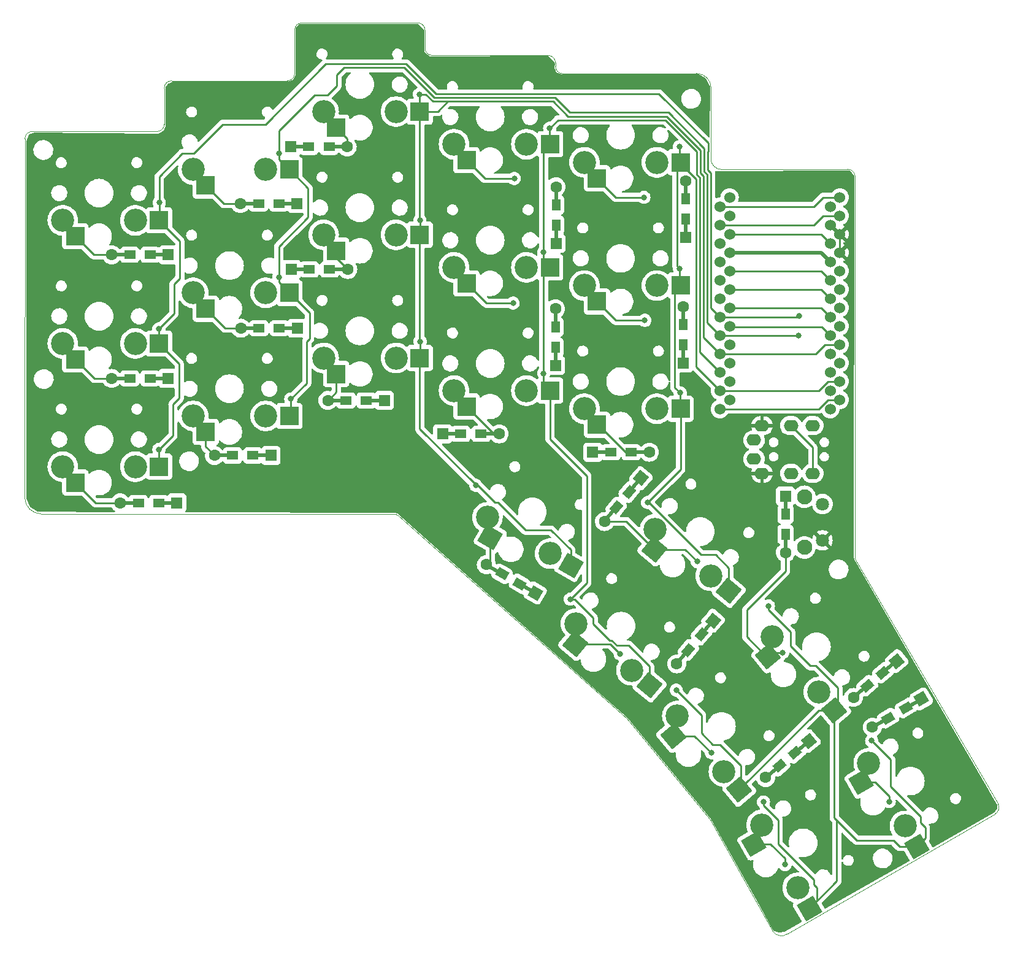
<source format=gtl>
G04 #@! TF.GenerationSoftware,KiCad,Pcbnew,7.0.1-0*
G04 #@! TF.CreationDate,2023-07-03T15:41:13+02:00*
G04 #@! TF.ProjectId,helicoprion,68656c69-636f-4707-9269-6f6e2e6b6963,rev?*
G04 #@! TF.SameCoordinates,Original*
G04 #@! TF.FileFunction,Copper,L1,Top*
G04 #@! TF.FilePolarity,Positive*
%FSLAX46Y46*%
G04 Gerber Fmt 4.6, Leading zero omitted, Abs format (unit mm)*
G04 Created by KiCad (PCBNEW 7.0.1-0) date 2023-07-03 15:41:13*
%MOMM*%
%LPD*%
G01*
G04 APERTURE LIST*
G04 Aperture macros list*
%AMRotRect*
0 Rectangle, with rotation*
0 The origin of the aperture is its center*
0 $1 length*
0 $2 width*
0 $3 Rotation angle, in degrees counterclockwise*
0 Add horizontal line*
21,1,$1,$2,0,0,$3*%
G04 Aperture macros list end*
G04 #@! TA.AperFunction,ComponentPad*
%ADD10C,3.200000*%
G04 #@! TD*
G04 #@! TA.AperFunction,SMDPad,CuDef*
%ADD11R,2.600000X2.600000*%
G04 #@! TD*
G04 #@! TA.AperFunction,SMDPad,CuDef*
%ADD12RotRect,2.600000X2.600000X300.000000*%
G04 #@! TD*
G04 #@! TA.AperFunction,ComponentPad*
%ADD13C,1.800000*%
G04 #@! TD*
G04 #@! TA.AperFunction,ComponentPad*
%ADD14C,2.100000*%
G04 #@! TD*
G04 #@! TA.AperFunction,SMDPad,CuDef*
%ADD15RotRect,1.600000X1.200000X50.000000*%
G04 #@! TD*
G04 #@! TA.AperFunction,SMDPad,CuDef*
%ADD16RotRect,2.900000X0.500000X50.000000*%
G04 #@! TD*
G04 #@! TA.AperFunction,ComponentPad*
%ADD17RotRect,1.600000X1.600000X50.000000*%
G04 #@! TD*
G04 #@! TA.AperFunction,ComponentPad*
%ADD18C,1.600000*%
G04 #@! TD*
G04 #@! TA.AperFunction,SMDPad,CuDef*
%ADD19R,1.600000X1.200000*%
G04 #@! TD*
G04 #@! TA.AperFunction,SMDPad,CuDef*
%ADD20R,2.900000X0.500000*%
G04 #@! TD*
G04 #@! TA.AperFunction,ComponentPad*
%ADD21R,1.600000X1.600000*%
G04 #@! TD*
G04 #@! TA.AperFunction,SMDPad,CuDef*
%ADD22R,1.200000X1.600000*%
G04 #@! TD*
G04 #@! TA.AperFunction,SMDPad,CuDef*
%ADD23R,0.500000X2.900000*%
G04 #@! TD*
G04 #@! TA.AperFunction,SMDPad,CuDef*
%ADD24RotRect,2.600000X2.600000X320.000000*%
G04 #@! TD*
G04 #@! TA.AperFunction,SMDPad,CuDef*
%ADD25RotRect,2.600000X2.600000X310.000000*%
G04 #@! TD*
G04 #@! TA.AperFunction,SMDPad,CuDef*
%ADD26RotRect,1.600000X1.200000X330.000000*%
G04 #@! TD*
G04 #@! TA.AperFunction,SMDPad,CuDef*
%ADD27RotRect,2.900000X0.500000X330.000000*%
G04 #@! TD*
G04 #@! TA.AperFunction,ComponentPad*
%ADD28RotRect,1.600000X1.600000X330.000000*%
G04 #@! TD*
G04 #@! TA.AperFunction,SMDPad,CuDef*
%ADD29RotRect,1.600000X1.200000X30.000000*%
G04 #@! TD*
G04 #@! TA.AperFunction,SMDPad,CuDef*
%ADD30RotRect,2.900000X0.500000X30.000000*%
G04 #@! TD*
G04 #@! TA.AperFunction,ComponentPad*
%ADD31RotRect,1.600000X1.600000X30.000000*%
G04 #@! TD*
G04 #@! TA.AperFunction,ComponentPad*
%ADD32C,1.524000*%
G04 #@! TD*
G04 #@! TA.AperFunction,ComponentPad*
%ADD33O,2.000000X1.600000*%
G04 #@! TD*
G04 #@! TA.AperFunction,SMDPad,CuDef*
%ADD34RotRect,2.600000X2.600000X330.000000*%
G04 #@! TD*
G04 #@! TA.AperFunction,SMDPad,CuDef*
%ADD35RotRect,1.600000X1.200000X40.000000*%
G04 #@! TD*
G04 #@! TA.AperFunction,SMDPad,CuDef*
%ADD36RotRect,2.900000X0.500000X40.000000*%
G04 #@! TD*
G04 #@! TA.AperFunction,ComponentPad*
%ADD37RotRect,1.600000X1.600000X40.000000*%
G04 #@! TD*
G04 #@! TA.AperFunction,ViaPad*
%ADD38C,0.800000*%
G04 #@! TD*
G04 #@! TA.AperFunction,Conductor*
%ADD39C,0.250000*%
G04 #@! TD*
G04 #@! TA.AperFunction,Conductor*
%ADD40C,0.500000*%
G04 #@! TD*
G04 #@! TA.AperFunction,Profile*
%ADD41C,0.100000*%
G04 #@! TD*
G04 APERTURE END LIST*
D10*
X66500000Y-83750000D03*
D11*
X68225000Y-85950000D03*
D10*
X76500000Y-83750000D03*
D11*
X79775000Y-83750000D03*
D10*
X177752405Y-124684873D03*
D12*
X176709649Y-127278767D03*
D10*
X182752405Y-133345127D03*
D12*
X184389905Y-136181360D03*
D13*
X171370000Y-93910000D03*
X171370000Y-88910000D03*
D14*
X168870000Y-87910000D03*
X168870000Y-94910000D03*
D15*
X144686370Y-87251071D03*
D16*
X145393436Y-86408422D03*
D17*
X146293339Y-85335960D03*
D18*
X141279595Y-91311106D03*
D16*
X142179498Y-90238644D03*
D15*
X142886564Y-89395995D03*
D10*
X138500000Y-41750000D03*
D11*
X140225000Y-43950000D03*
D10*
X148500000Y-41750000D03*
D11*
X151775000Y-41750000D03*
D19*
X79730000Y-88740000D03*
D20*
X80830000Y-88740000D03*
D21*
X82230000Y-88740000D03*
D18*
X74430000Y-88740000D03*
D20*
X75830000Y-88740000D03*
D19*
X76930000Y-88740000D03*
D10*
X102500000Y-34750000D03*
D11*
X104225000Y-36950000D03*
D10*
X112500000Y-34750000D03*
D11*
X115775000Y-34750000D03*
D22*
X134580000Y-50430000D03*
D23*
X134580000Y-51530000D03*
D21*
X134580000Y-52930000D03*
D18*
X134580000Y-45130000D03*
D23*
X134580000Y-46530000D03*
D22*
X134580000Y-47630000D03*
X152470000Y-49590000D03*
D23*
X152470000Y-50690000D03*
D21*
X152470000Y-52090000D03*
D18*
X152470000Y-44290000D03*
D23*
X152470000Y-45690000D03*
D22*
X152470000Y-46790000D03*
D10*
X148259324Y-92378729D03*
D24*
X148166618Y-95172835D03*
D10*
X155919769Y-98806605D03*
D24*
X158428564Y-100911734D03*
D19*
X78540000Y-71570000D03*
D20*
X79640000Y-71570000D03*
D21*
X81040000Y-71570000D03*
D18*
X73240000Y-71570000D03*
D20*
X74640000Y-71570000D03*
D19*
X75740000Y-71570000D03*
D22*
X166259693Y-90306119D03*
D23*
X166259693Y-89206119D03*
D21*
X166259693Y-87806119D03*
D18*
X166259693Y-95606119D03*
D23*
X166259693Y-94206119D03*
D22*
X166259693Y-93106119D03*
D10*
X164443395Y-107190231D03*
D25*
X163866906Y-109925791D03*
D10*
X170871271Y-114850676D03*
D25*
X172976401Y-117359471D03*
D10*
X84500000Y-59750000D03*
D11*
X86225000Y-61950000D03*
D10*
X94500000Y-59750000D03*
D11*
X97775000Y-59750000D03*
D19*
X92730000Y-82210000D03*
D20*
X93830000Y-82210000D03*
D21*
X95230000Y-82210000D03*
D18*
X87430000Y-82210000D03*
D20*
X88830000Y-82210000D03*
D19*
X89930000Y-82210000D03*
D26*
X129552436Y-99930000D03*
D27*
X130505064Y-100480000D03*
D28*
X131717499Y-101180000D03*
D18*
X124962501Y-97280000D03*
D27*
X126174936Y-97980000D03*
D26*
X127127564Y-98530000D03*
D10*
X138500000Y-75750000D03*
D11*
X140225000Y-77950000D03*
D10*
X148500000Y-75750000D03*
D11*
X151775000Y-75750000D03*
D22*
X152170000Y-66940000D03*
D23*
X152170000Y-68040000D03*
D21*
X152170000Y-69440000D03*
D18*
X152170000Y-61640000D03*
D23*
X152170000Y-63040000D03*
D22*
X152170000Y-64140000D03*
D10*
X162942405Y-133214873D03*
D12*
X161899649Y-135808767D03*
D10*
X167942405Y-141875127D03*
D12*
X169579905Y-144711360D03*
D19*
X96370000Y-64640000D03*
D20*
X97470000Y-64640000D03*
D21*
X98870000Y-64640000D03*
D18*
X91070000Y-64640000D03*
D20*
X92470000Y-64640000D03*
D19*
X93570000Y-64640000D03*
D10*
X102500000Y-51750000D03*
D11*
X104225000Y-53950000D03*
D10*
X112500000Y-51750000D03*
D11*
X115775000Y-51750000D03*
D10*
X102500000Y-68750000D03*
D11*
X104225000Y-70950000D03*
D10*
X112500000Y-68750000D03*
D11*
X115775000Y-68750000D03*
D19*
X108380000Y-74600000D03*
D20*
X109480000Y-74600000D03*
D21*
X110880000Y-74600000D03*
D18*
X103080000Y-74600000D03*
D20*
X104480000Y-74600000D03*
D19*
X105580000Y-74600000D03*
D15*
X154659903Y-106907538D03*
D16*
X155366969Y-106064889D03*
D17*
X156266872Y-104992427D03*
D18*
X151253128Y-110967573D03*
D16*
X152153031Y-109895111D03*
D15*
X152860097Y-109052462D03*
D10*
X66500000Y-66750000D03*
D11*
X68225000Y-68950000D03*
D10*
X76500000Y-66750000D03*
D11*
X79775000Y-66750000D03*
D10*
X138500000Y-58750000D03*
D11*
X140225000Y-60950000D03*
D10*
X148500000Y-58750000D03*
D11*
X151775000Y-58750000D03*
D10*
X120500000Y-56250000D03*
D11*
X122225000Y-58450000D03*
D10*
X130500000Y-56250000D03*
D11*
X133775000Y-56250000D03*
D29*
X182852436Y-117060000D03*
D30*
X183805064Y-116510000D03*
D31*
X185017499Y-115810000D03*
D18*
X178262501Y-119710000D03*
D30*
X179474936Y-119010000D03*
D29*
X180427564Y-118460000D03*
D32*
X172453600Y-47850000D03*
X158540000Y-46580000D03*
X172453600Y-50390000D03*
X158540000Y-49120000D03*
X172453600Y-52930000D03*
X158540000Y-51660000D03*
X172453600Y-55470000D03*
X158540000Y-54200000D03*
X172453600Y-58010000D03*
X158540000Y-56740000D03*
X172453600Y-60550000D03*
X158540000Y-59280000D03*
X172453600Y-63090000D03*
X158540000Y-61820000D03*
X172453600Y-65630000D03*
X158540000Y-64360000D03*
X172453600Y-68170000D03*
X158540000Y-66900000D03*
X172453600Y-70710000D03*
X158540000Y-69440000D03*
X172453600Y-73250000D03*
X158540000Y-71980000D03*
X172453600Y-75790000D03*
X158540000Y-74520000D03*
X173760000Y-74520000D03*
X157213600Y-75790000D03*
X173760000Y-71980000D03*
X157213600Y-73250000D03*
X173760000Y-69440000D03*
X157213600Y-70710000D03*
X173760000Y-66900000D03*
X157213600Y-68170000D03*
X173760000Y-64360000D03*
X157213600Y-65630000D03*
X173760000Y-61820000D03*
X157213600Y-63090000D03*
X173760000Y-59280000D03*
X157213600Y-60550000D03*
X173760000Y-56740000D03*
X157213600Y-58010000D03*
X173760000Y-54200000D03*
X157213600Y-55470000D03*
X173760000Y-51660000D03*
X157213600Y-52930000D03*
X173760000Y-49120000D03*
X157213600Y-50390000D03*
X173760000Y-46580000D03*
X157213600Y-47850000D03*
D10*
X120500000Y-73250000D03*
D11*
X122225000Y-75450000D03*
D10*
X130500000Y-73250000D03*
D11*
X133775000Y-73250000D03*
D33*
X161920000Y-80080000D03*
X163020000Y-84680000D03*
X167020000Y-84680000D03*
X170020000Y-84680000D03*
D19*
X100450000Y-39620000D03*
D20*
X99350000Y-39620000D03*
D21*
X97950000Y-39620000D03*
D18*
X105750000Y-39620000D03*
D20*
X104350000Y-39620000D03*
D19*
X103250000Y-39620000D03*
D10*
X125111733Y-90747595D03*
D34*
X125505627Y-93515351D03*
D10*
X133771987Y-95747595D03*
D34*
X136608220Y-97385095D03*
D19*
X96320000Y-47430000D03*
D20*
X97420000Y-47430000D03*
D21*
X98820000Y-47430000D03*
D18*
X91020000Y-47430000D03*
D20*
X92420000Y-47430000D03*
D19*
X93520000Y-47430000D03*
D35*
X179702462Y-112190097D03*
D36*
X180545111Y-111483031D03*
D37*
X181617573Y-110583128D03*
D18*
X175642427Y-115596872D03*
D36*
X176714889Y-114696969D03*
D35*
X177557538Y-113989903D03*
D10*
X84500000Y-42750000D03*
D11*
X86225000Y-44950000D03*
D10*
X94500000Y-42750000D03*
D11*
X97775000Y-42750000D03*
D10*
X66500000Y-49750000D03*
D11*
X68225000Y-51950000D03*
D10*
X76500000Y-49750000D03*
D11*
X79775000Y-49750000D03*
D19*
X142155000Y-81755000D03*
D20*
X141055000Y-81755000D03*
D21*
X139655000Y-81755000D03*
D18*
X147455000Y-81755000D03*
D20*
X146055000Y-81755000D03*
D19*
X144955000Y-81755000D03*
D10*
X120500000Y-39250000D03*
D11*
X122225000Y-41450000D03*
D10*
X130500000Y-39250000D03*
D11*
X133775000Y-39250000D03*
D19*
X121430000Y-79220000D03*
D20*
X120330000Y-79220000D03*
D21*
X118930000Y-79220000D03*
D18*
X126730000Y-79220000D03*
D20*
X125330000Y-79220000D03*
D19*
X124230000Y-79220000D03*
D22*
X134510000Y-67270000D03*
D23*
X134510000Y-68370000D03*
D21*
X134510000Y-69770000D03*
D18*
X134510000Y-61970000D03*
D23*
X134510000Y-63370000D03*
D22*
X134510000Y-64470000D03*
D19*
X100530000Y-56530000D03*
D20*
X99430000Y-56530000D03*
D21*
X98030000Y-56530000D03*
D18*
X105830000Y-56530000D03*
D20*
X104430000Y-56530000D03*
D19*
X103330000Y-56530000D03*
D10*
X84500000Y-76750000D03*
D11*
X86225000Y-78950000D03*
D10*
X94500000Y-76750000D03*
D11*
X97775000Y-76750000D03*
D19*
X78550000Y-54510000D03*
D20*
X79650000Y-54510000D03*
D21*
X81050000Y-54510000D03*
D18*
X73250000Y-54510000D03*
D20*
X74650000Y-54510000D03*
D19*
X75750000Y-54510000D03*
D35*
X167572462Y-123240097D03*
D36*
X168415111Y-122533031D03*
D37*
X169487573Y-121633128D03*
D18*
X163512427Y-126646872D03*
D36*
X164584889Y-125746969D03*
D35*
X165427538Y-125039903D03*
D10*
X137329324Y-105418729D03*
D24*
X137236618Y-108212835D03*
D10*
X144989769Y-111846605D03*
D24*
X147498564Y-113951734D03*
D10*
X151333395Y-118170231D03*
D25*
X150756906Y-120905791D03*
D10*
X157761271Y-125830676D03*
D25*
X159866401Y-128339471D03*
D33*
X161919997Y-82679999D03*
X163019997Y-78079999D03*
X167019997Y-78079999D03*
X170019997Y-78079999D03*
D38*
X111730000Y-58950000D03*
X85370000Y-49910000D03*
X75360000Y-74440000D03*
X121730000Y-49810000D03*
X101350000Y-71230000D03*
X174590000Y-136150000D03*
X165840000Y-81470000D03*
X131830000Y-75830000D03*
X177430000Y-117700000D03*
X128540000Y-85510000D03*
X66370000Y-56920000D03*
X143440000Y-109600000D03*
X154080000Y-96850000D03*
X146850000Y-63560000D03*
X163900000Y-102960000D03*
X151180000Y-114590000D03*
X178160000Y-121570000D03*
X163220000Y-130030000D03*
X128820000Y-43980000D03*
X128660000Y-61180000D03*
X151610000Y-39610000D03*
X151730000Y-73560000D03*
X147220000Y-88700000D03*
X151620000Y-56450000D03*
X132880000Y-70870000D03*
X136560000Y-102030000D03*
X132870000Y-54170000D03*
X133710000Y-37030000D03*
X123495676Y-86324324D03*
X115780000Y-49750000D03*
X115740000Y-32350000D03*
X115820000Y-66490000D03*
X96350000Y-40470000D03*
X96310000Y-57580000D03*
X168062050Y-65622050D03*
X97970000Y-74420000D03*
X79740000Y-64730000D03*
X79760000Y-81380000D03*
X168180000Y-62920000D03*
X79800000Y-47310000D03*
X146720000Y-46570000D03*
X165860000Y-109390000D03*
X180570000Y-129970000D03*
X166200000Y-138670000D03*
X156030000Y-123240000D03*
D39*
X173760000Y-51660000D02*
X173760000Y-54200000D01*
X172453600Y-50390000D02*
X172490000Y-50390000D01*
X172490000Y-50390000D02*
X173760000Y-51660000D01*
D40*
X171183600Y-54200000D02*
X172453600Y-55470000D01*
X158540000Y-54200000D02*
X171183600Y-54200000D01*
D39*
X171183600Y-51660000D02*
X172453600Y-52930000D01*
X158540000Y-51660000D02*
X171183600Y-51660000D01*
X171450000Y-49120000D02*
X173760000Y-49120000D01*
X170180000Y-50390000D02*
X171450000Y-49120000D01*
X157213600Y-50390000D02*
X170180000Y-50390000D01*
X171450000Y-46580000D02*
X173760000Y-46580000D01*
X170180000Y-47850000D02*
X171450000Y-46580000D01*
X157213600Y-47850000D02*
X170180000Y-47850000D01*
X158630000Y-64450000D02*
X171273600Y-64450000D01*
X171273600Y-64450000D02*
X172453600Y-65630000D01*
X158504100Y-64324100D02*
X158630000Y-64450000D01*
X137236618Y-108212835D02*
X142052835Y-108212835D01*
X142052835Y-108212835D02*
X143440000Y-109600000D01*
X141279595Y-91311106D02*
X144304889Y-91311106D01*
X148166618Y-95172835D02*
X152402835Y-95172835D01*
X152402835Y-95172835D02*
X154080000Y-96850000D01*
X144304889Y-91311106D02*
X148166618Y-95172835D01*
X171183600Y-56740000D02*
X172453600Y-58010000D01*
X158540000Y-56740000D02*
X171183600Y-56740000D01*
X142835000Y-63560000D02*
X146850000Y-63560000D01*
X140225000Y-60950000D02*
X142835000Y-63560000D01*
X184870000Y-132900000D02*
X184870000Y-132020000D01*
X170846401Y-117359471D02*
X172976401Y-117359471D01*
X170204100Y-141454100D02*
X170204100Y-140784100D01*
X173490000Y-116845872D02*
X173490000Y-114270000D01*
X173340000Y-140951265D02*
X173340000Y-132560000D01*
X157213600Y-75790000D02*
X170831497Y-75790000D01*
X172101497Y-74520000D02*
X173760000Y-74520000D01*
X180780000Y-127930000D02*
X180780000Y-124190000D01*
X185550000Y-133580000D02*
X184870000Y-132900000D01*
X184389905Y-136181360D02*
X185550000Y-135021265D01*
X156200000Y-122100000D02*
X154649626Y-120549626D01*
X159866401Y-128339471D02*
X160100000Y-128105872D01*
X159866401Y-128339471D02*
X170846401Y-117359471D01*
X166980000Y-106590000D02*
X163900000Y-103510000D01*
X154649626Y-118059626D02*
X151180000Y-114590000D01*
X170630000Y-143661265D02*
X170630000Y-141880000D01*
X154649626Y-120549626D02*
X154649626Y-118059626D01*
X172976401Y-117359471D02*
X173490000Y-116845872D01*
X173300000Y-132520000D02*
X172976401Y-132196401D01*
X160100000Y-125000000D02*
X157200000Y-122100000D01*
X173490000Y-114270000D02*
X170450000Y-111230000D01*
X173340000Y-132560000D02*
X173300000Y-132520000D01*
X176100095Y-135320095D02*
X175790000Y-135010000D01*
X163220000Y-130490000D02*
X163220000Y-130030000D01*
X166980000Y-108530000D02*
X166980000Y-106590000D01*
X165260000Y-135840000D02*
X165260000Y-132530000D01*
X169579905Y-144711360D02*
X173340000Y-140951265D01*
X170450000Y-111230000D02*
X169680000Y-111230000D01*
X184389905Y-136181360D02*
X182051360Y-136181360D01*
X181190095Y-135320095D02*
X176100095Y-135320095D01*
X170831497Y-75790000D02*
X172101497Y-74520000D01*
X172976401Y-132196401D02*
X172976401Y-117359471D01*
X157200000Y-122100000D02*
X156200000Y-122100000D01*
X180780000Y-124190000D02*
X178160000Y-121570000D01*
X169579905Y-144711360D02*
X170630000Y-143661265D01*
X182051360Y-136181360D02*
X181190095Y-135320095D01*
X170630000Y-141880000D02*
X170204100Y-141454100D01*
X163900000Y-103510000D02*
X163900000Y-102960000D01*
X169680000Y-111230000D02*
X166980000Y-108530000D01*
X185550000Y-135021265D02*
X185550000Y-133580000D01*
X184870000Y-132020000D02*
X180780000Y-127930000D01*
X160100000Y-128105872D02*
X160100000Y-125000000D01*
X170204100Y-140784100D02*
X165260000Y-135840000D01*
X165260000Y-132530000D02*
X163220000Y-130490000D01*
X175790000Y-135010000D02*
X173300000Y-132520000D01*
X144195000Y-81755000D02*
X147455000Y-81755000D01*
X140225000Y-77950000D02*
X140390000Y-77950000D01*
X140390000Y-77950000D02*
X144195000Y-81755000D01*
X171173600Y-61810000D02*
X172453600Y-63090000D01*
X158550000Y-61810000D02*
X171173600Y-61810000D01*
X158540000Y-61820000D02*
X158550000Y-61810000D01*
X124755000Y-43980000D02*
X128820000Y-43980000D01*
X122225000Y-41450000D02*
X124755000Y-43980000D01*
X122225000Y-58450000D02*
X124955000Y-61180000D01*
X124955000Y-61180000D02*
X128660000Y-61180000D01*
X122225000Y-75450000D02*
X125995000Y-79220000D01*
X125995000Y-79220000D02*
X126730000Y-79220000D01*
X104225000Y-36950000D02*
X105750000Y-38475000D01*
X105750000Y-38475000D02*
X105750000Y-39620000D01*
X104225000Y-53950000D02*
X104225000Y-54925000D01*
X104225000Y-54925000D02*
X105830000Y-56530000D01*
X104225000Y-70950000D02*
X104225000Y-73455000D01*
X104225000Y-73455000D02*
X103080000Y-74600000D01*
X86225000Y-44950000D02*
X88705000Y-47430000D01*
X88705000Y-47430000D02*
X91020000Y-47430000D01*
X88915000Y-64640000D02*
X91070000Y-64640000D01*
X86225000Y-61950000D02*
X88915000Y-64640000D01*
X86225000Y-81005000D02*
X87430000Y-82210000D01*
X86225000Y-78950000D02*
X86225000Y-81005000D01*
X70785000Y-54510000D02*
X73250000Y-54510000D01*
X68225000Y-51950000D02*
X70785000Y-54510000D01*
X70845000Y-71570000D02*
X73240000Y-71570000D01*
X68225000Y-68950000D02*
X70845000Y-71570000D01*
X68225000Y-85950000D02*
X71015000Y-88740000D01*
X71015000Y-88740000D02*
X74430000Y-88740000D01*
X170020000Y-81080002D02*
X167019997Y-78079999D01*
X170020000Y-84680000D02*
X170020000Y-81080002D01*
X151610000Y-39610000D02*
X151610000Y-41585000D01*
X150985000Y-59540000D02*
X151775000Y-58750000D01*
X151775000Y-84145000D02*
X151775000Y-75750000D01*
X156599500Y-95889415D02*
X154577224Y-95889415D01*
X151620000Y-58595000D02*
X151775000Y-58750000D01*
X151620000Y-56450000D02*
X151620000Y-58595000D01*
X147387809Y-88700000D02*
X147220000Y-88700000D01*
X151730000Y-73560000D02*
X150985000Y-72815000D01*
X158428564Y-97718479D02*
X156599500Y-95889415D01*
X153900000Y-44044156D02*
X153900000Y-69936400D01*
X170831497Y-73250000D02*
X172101497Y-71980000D01*
X154577224Y-95889415D02*
X147387809Y-88700000D01*
X147220000Y-88700000D02*
X151775000Y-84145000D01*
X158428564Y-100911734D02*
X158428564Y-97718479D01*
X172101497Y-71980000D02*
X173760000Y-71980000D01*
X153900000Y-69936400D02*
X157213600Y-73250000D01*
X150985000Y-72815000D02*
X150985000Y-59540000D01*
X151620000Y-56450000D02*
X151285000Y-56115000D01*
X151730000Y-73560000D02*
X151730000Y-75705000D01*
X151610000Y-41754156D02*
X153900000Y-44044156D01*
X151285000Y-56115000D02*
X151285000Y-42240000D01*
X151730000Y-75705000D02*
X151775000Y-75750000D01*
X151285000Y-42240000D02*
X151775000Y-41750000D01*
X151610000Y-41585000D02*
X151775000Y-41750000D01*
X151610000Y-39610000D02*
X151610000Y-41754156D01*
X157213600Y-73250000D02*
X170831497Y-73250000D01*
X154410000Y-43832908D02*
X154410000Y-67906400D01*
X132870000Y-54170000D02*
X132870000Y-55345000D01*
X139710000Y-105410000D02*
X139710000Y-104600000D01*
X133710000Y-37030000D02*
X134839500Y-35900500D01*
X142264083Y-107702835D02*
X142002835Y-107702835D01*
X132880000Y-72355000D02*
X133775000Y-73250000D01*
X132870000Y-40155000D02*
X133775000Y-39250000D01*
X136560000Y-102030000D02*
X138817813Y-99772187D01*
X132880000Y-70870000D02*
X132880000Y-72355000D01*
X133710000Y-39185000D02*
X133775000Y-39250000D01*
X147498564Y-111318564D02*
X144580000Y-108400000D01*
X133735000Y-79955000D02*
X133735000Y-73290000D01*
X134839500Y-35900500D02*
X149660500Y-35900500D01*
X149660500Y-35900500D02*
X154029172Y-40269172D01*
X132880000Y-70870000D02*
X132880000Y-57145000D01*
X132870000Y-55345000D02*
X133775000Y-56250000D01*
X139710000Y-104600000D02*
X137140000Y-102030000D01*
X133710000Y-37030000D02*
X133710000Y-39185000D01*
X154029172Y-40269172D02*
X154029172Y-43452080D01*
X133735000Y-73290000D02*
X133775000Y-73250000D01*
X137140000Y-102030000D02*
X136560000Y-102030000D01*
X138817813Y-85037813D02*
X133735000Y-79955000D01*
X144580000Y-108400000D02*
X142961248Y-108400000D01*
X132870000Y-54170000D02*
X132870000Y-40155000D01*
X147498564Y-113951734D02*
X147498564Y-111318564D01*
X142002835Y-107702835D02*
X139710000Y-105410000D01*
X138817813Y-99772187D02*
X138817813Y-85037813D01*
X132880000Y-57145000D02*
X133775000Y-56250000D01*
X142961248Y-108400000D02*
X142264083Y-107702835D01*
X154410000Y-67906400D02*
X157213600Y-70710000D01*
X154029172Y-43452080D02*
X154410000Y-43832908D01*
X157213600Y-68170000D02*
X170390000Y-68170000D01*
X116618752Y-32350000D02*
X117598752Y-33330000D01*
X136608220Y-97385095D02*
X136608220Y-95248220D01*
X154539172Y-43240832D02*
X154920000Y-43621660D01*
X171660000Y-66900000D02*
X173760000Y-66900000D01*
X115775000Y-78545000D02*
X123495676Y-86265676D01*
X123774324Y-86324324D02*
X123495676Y-86324324D01*
X136260500Y-35390500D02*
X149871748Y-35390500D01*
X115820000Y-66490000D02*
X115775000Y-66445000D01*
X170390000Y-68170000D02*
X171660000Y-66900000D01*
X115780000Y-51745000D02*
X115775000Y-51750000D01*
X115780000Y-49750000D02*
X115780000Y-51745000D01*
X117598752Y-33330000D02*
X119660000Y-33330000D01*
X115775000Y-34750000D02*
X118240000Y-34750000D01*
X115775000Y-49745000D02*
X115780000Y-49750000D01*
X115775000Y-34750000D02*
X115775000Y-49745000D01*
X115775000Y-66445000D02*
X115775000Y-51750000D01*
X136608220Y-95248220D02*
X133870000Y-92510000D01*
X130370000Y-92510000D02*
X126540000Y-88680000D01*
X115775000Y-68750000D02*
X115775000Y-78545000D01*
X115820000Y-66490000D02*
X115820000Y-68705000D01*
X115740000Y-34715000D02*
X115775000Y-34750000D01*
X133870000Y-92510000D02*
X130370000Y-92510000D01*
X126540000Y-88680000D02*
X126130000Y-88680000D01*
X115820000Y-68705000D02*
X115775000Y-68750000D01*
X118240000Y-34750000D02*
X119660000Y-33330000D01*
X126130000Y-88680000D02*
X123774324Y-86324324D01*
X115740000Y-32350000D02*
X115740000Y-34715000D01*
X154920000Y-43621660D02*
X154920000Y-65876400D01*
X149871748Y-35390500D02*
X154539172Y-40057924D01*
X154539172Y-40057924D02*
X154539172Y-43240832D01*
X134200000Y-33330000D02*
X136260500Y-35390500D01*
X119660000Y-33330000D02*
X134200000Y-33330000D01*
X154920000Y-65876400D02*
X157213600Y-68170000D01*
X115740000Y-32350000D02*
X116618752Y-32350000D01*
X123495676Y-86265676D02*
X123495676Y-86324324D01*
X150082996Y-34880500D02*
X155049172Y-39846676D01*
X100540000Y-66110000D02*
X100540000Y-62515000D01*
X136471748Y-34880500D02*
X150082996Y-34880500D01*
X104320000Y-29700000D02*
X105360000Y-28660000D01*
X96310000Y-57580000D02*
X96310000Y-58285000D01*
X113650000Y-28660000D02*
X117810000Y-32820000D01*
X97970000Y-74420000D02*
X100170000Y-72220000D01*
X155430000Y-63846400D02*
X157213600Y-65630000D01*
X96350000Y-41325000D02*
X97775000Y-42750000D01*
X155049172Y-39846676D02*
X155049172Y-43029584D01*
X100170000Y-72220000D02*
X100170000Y-66480000D01*
X96310000Y-57580000D02*
X96310000Y-53360000D01*
X96350000Y-40470000D02*
X96350000Y-41325000D01*
X100540000Y-62515000D02*
X97775000Y-59750000D01*
X97970000Y-76555000D02*
X97775000Y-76750000D01*
X103010000Y-32510000D02*
X104320000Y-31200000D01*
X100350000Y-49320000D02*
X100350000Y-45325000D01*
X105360000Y-28660000D02*
X113650000Y-28660000D01*
X155430000Y-43410412D02*
X155430000Y-63846400D01*
X96310000Y-53360000D02*
X100350000Y-49320000D01*
X96350000Y-40470000D02*
X96350000Y-37390000D01*
X97970000Y-74420000D02*
X97970000Y-76555000D01*
X117810000Y-32820000D02*
X134411248Y-32820000D01*
X104320000Y-31200000D02*
X104320000Y-29700000D01*
X100350000Y-45325000D02*
X97775000Y-42750000D01*
X96350000Y-37390000D02*
X101230000Y-32510000D01*
X168062050Y-65622050D02*
X168054100Y-65630000D01*
X101230000Y-32510000D02*
X103010000Y-32510000D01*
X134411248Y-32820000D02*
X136471748Y-34880500D01*
X100170000Y-66480000D02*
X100540000Y-66110000D01*
X96310000Y-58285000D02*
X97775000Y-59750000D01*
X168054100Y-65630000D02*
X157213600Y-65630000D01*
X155049172Y-43029584D02*
X155430000Y-43410412D01*
X81700000Y-75170000D02*
X82550000Y-74320000D01*
X155559172Y-42818336D02*
X155940000Y-43199164D01*
X168180000Y-62920000D02*
X168010000Y-63090000D01*
X155567703Y-41079772D02*
X155559172Y-41088626D01*
X79800000Y-43730000D02*
X83010000Y-40520000D01*
X155940000Y-61816400D02*
X157213600Y-63090000D01*
X82640000Y-57750000D02*
X82640000Y-52615000D01*
X79740000Y-66715000D02*
X79775000Y-66750000D01*
X94460000Y-36500000D02*
X102810000Y-28150000D01*
X84540000Y-40520000D02*
X88560000Y-36500000D01*
X79740000Y-64730000D02*
X81850000Y-62620000D01*
X81850000Y-58540000D02*
X82640000Y-57750000D01*
X113861248Y-28150000D02*
X118021248Y-32310000D01*
X155573826Y-39103826D02*
X155573826Y-39408894D01*
X155940000Y-43199164D02*
X155940000Y-61816400D01*
X118021248Y-32310000D02*
X148780000Y-32310000D01*
X79760000Y-81380000D02*
X79760000Y-83735000D01*
X155559172Y-41088626D02*
X155559172Y-42818336D01*
X148780000Y-32310000D02*
X155573826Y-39103826D01*
X79760000Y-83735000D02*
X79775000Y-83750000D01*
X81850000Y-62620000D02*
X81850000Y-58540000D01*
X79760000Y-81380000D02*
X81700000Y-79440000D01*
X168010000Y-63090000D02*
X157213600Y-63090000D01*
X82550000Y-69525000D02*
X79775000Y-66750000D01*
X82640000Y-52615000D02*
X79775000Y-49750000D01*
X82550000Y-74320000D02*
X82550000Y-69525000D01*
X79800000Y-47310000D02*
X79800000Y-43730000D01*
X79740000Y-64730000D02*
X79740000Y-66715000D01*
X79800000Y-47310000D02*
X79800000Y-49725000D01*
X155573826Y-39408894D02*
X155567703Y-41079772D01*
X102810000Y-28150000D02*
X113861248Y-28150000D01*
X88560000Y-36500000D02*
X94460000Y-36500000D01*
X83010000Y-40520000D02*
X84540000Y-40520000D01*
X81700000Y-79440000D02*
X81700000Y-75170000D01*
X79800000Y-49725000D02*
X79775000Y-49750000D01*
X158540000Y-59280000D02*
X171183600Y-59280000D01*
X171183600Y-59280000D02*
X172453600Y-60550000D01*
X142845000Y-46570000D02*
X146720000Y-46570000D01*
X140225000Y-43950000D02*
X142845000Y-46570000D01*
X125505627Y-96736874D02*
X124962501Y-97280000D01*
X125505627Y-93515351D02*
X125505627Y-96736874D01*
X163575791Y-109925791D02*
X160920000Y-107270000D01*
X164402697Y-109390000D02*
X163866906Y-109925791D01*
X160920000Y-103510000D02*
X166259693Y-98170307D01*
X166259693Y-98170307D02*
X166259693Y-95606119D01*
X163866906Y-109925791D02*
X163575791Y-109925791D01*
X165860000Y-109390000D02*
X164402697Y-109390000D01*
X160920000Y-107270000D02*
X160920000Y-103510000D01*
X178608767Y-127278767D02*
X180570000Y-129240000D01*
X180570000Y-129240000D02*
X180570000Y-129970000D01*
X176709649Y-127278767D02*
X178608767Y-127278767D01*
X164178767Y-135808767D02*
X166200000Y-137830000D01*
X161899649Y-135808767D02*
X164178767Y-135808767D01*
X166200000Y-137830000D02*
X166200000Y-138670000D01*
X150756906Y-120905791D02*
X153695791Y-120905791D01*
X153695791Y-120905791D02*
X156030000Y-123240000D01*
G04 #@! TA.AperFunction,Conductor*
G36*
X115496607Y-22628620D02*
G01*
X115535716Y-22653281D01*
X116340707Y-23403386D01*
X116369800Y-23444456D01*
X116380172Y-23493706D01*
X116389999Y-26549998D01*
X116390000Y-26550001D01*
X117149998Y-27159999D01*
X117149999Y-27159999D01*
X117150000Y-27160000D01*
X117150000Y-27159999D01*
X117150001Y-27160000D01*
X117236630Y-27159631D01*
X133535328Y-27090232D01*
X133585397Y-27100559D01*
X133627045Y-27130207D01*
X134193392Y-27744901D01*
X134376579Y-27943726D01*
X134401176Y-27983380D01*
X134409375Y-28029317D01*
X134399999Y-28769999D01*
X134474885Y-28945818D01*
X134630000Y-29310000D01*
X135360000Y-29620000D01*
X154169603Y-29590048D01*
X154226971Y-29604014D01*
X155187791Y-30103263D01*
X155238099Y-30151465D01*
X155820689Y-31164274D01*
X155853267Y-31220910D01*
X155869778Y-31283557D01*
X155824367Y-38159923D01*
X155810556Y-38215982D01*
X155772857Y-38259710D01*
X155719444Y-38281628D01*
X155661896Y-38276984D01*
X155612689Y-38246785D01*
X152606015Y-35240111D01*
X150287959Y-32922054D01*
X151875811Y-32922054D01*
X151885639Y-33153429D01*
X151885640Y-33153433D01*
X151927054Y-33345594D01*
X151934433Y-33379829D01*
X151978343Y-33489105D01*
X152020782Y-33594717D01*
X152142207Y-33791923D01*
X152265611Y-33932137D01*
X152295218Y-33965777D01*
X152475396Y-34111261D01*
X152677582Y-34224209D01*
X152895946Y-34301362D01*
X153124202Y-34340500D01*
X153124204Y-34340500D01*
X153297795Y-34340500D01*
X153297798Y-34340500D01*
X153401572Y-34331667D01*
X153470757Y-34325779D01*
X153694875Y-34267423D01*
X153905908Y-34172030D01*
X154097784Y-34042345D01*
X154181383Y-33962221D01*
X154264979Y-33882101D01*
X154264979Y-33882100D01*
X154264982Y-33882098D01*
X154402694Y-33695899D01*
X154506957Y-33489105D01*
X154574772Y-33267665D01*
X154604189Y-33037950D01*
X154594360Y-32806567D01*
X154545568Y-32580174D01*
X154459218Y-32365283D01*
X154337793Y-32168077D01*
X154184786Y-31994227D01*
X154184783Y-31994225D01*
X154184781Y-31994222D01*
X154004603Y-31848738D01*
X153802417Y-31735790D01*
X153584053Y-31658637D01*
X153355798Y-31619500D01*
X153355796Y-31619500D01*
X153182205Y-31619500D01*
X153182202Y-31619500D01*
X153009244Y-31634220D01*
X152785123Y-31692577D01*
X152574092Y-31787969D01*
X152382212Y-31917657D01*
X152215020Y-32077898D01*
X152077306Y-32264100D01*
X151973043Y-32470894D01*
X151908767Y-32680777D01*
X151905228Y-32692335D01*
X151875811Y-32922050D01*
X151875811Y-32922053D01*
X151875811Y-32922054D01*
X150287959Y-32922054D01*
X149287088Y-31921183D01*
X149274044Y-31904901D01*
X149222348Y-31856356D01*
X149219551Y-31853645D01*
X149199773Y-31833867D01*
X149196495Y-31831324D01*
X149187622Y-31823745D01*
X149155321Y-31793414D01*
X149137433Y-31783580D01*
X149121169Y-31772896D01*
X149105040Y-31760385D01*
X149064377Y-31742789D01*
X149053883Y-31737648D01*
X149015062Y-31716305D01*
X149003386Y-31713307D01*
X148995284Y-31711227D01*
X148976879Y-31704926D01*
X148958145Y-31696819D01*
X148958143Y-31696818D01*
X148958142Y-31696818D01*
X148914383Y-31689887D01*
X148902943Y-31687518D01*
X148860031Y-31676500D01*
X148860030Y-31676500D01*
X148839616Y-31676500D01*
X148820217Y-31674973D01*
X148800058Y-31671780D01*
X148800057Y-31671780D01*
X148767318Y-31674874D01*
X148755943Y-31675950D01*
X148744274Y-31676500D01*
X131562788Y-31676500D01*
X131507137Y-31663310D01*
X131463325Y-31626548D01*
X131440672Y-31574032D01*
X131443996Y-31516938D01*
X131469385Y-31432137D01*
X131479658Y-31255755D01*
X131448977Y-31081759D01*
X131378998Y-30919528D01*
X131273491Y-30777808D01*
X131224602Y-30736785D01*
X131138148Y-30664241D01*
X130980255Y-30584944D01*
X130808342Y-30544200D01*
X130808340Y-30544200D01*
X130675981Y-30544200D01*
X130577380Y-30555724D01*
X130544513Y-30559566D01*
X130378489Y-30619994D01*
X130230872Y-30717083D01*
X130109628Y-30845594D01*
X130021288Y-30998603D01*
X130020870Y-31000000D01*
X129970615Y-31167863D01*
X129970614Y-31167865D01*
X129970615Y-31167865D01*
X129960341Y-31344244D01*
X129993267Y-31530967D01*
X129990926Y-31584593D01*
X129966141Y-31632205D01*
X129923556Y-31664882D01*
X129871151Y-31676500D01*
X121122788Y-31676500D01*
X121067137Y-31663310D01*
X121023325Y-31626548D01*
X121000672Y-31574032D01*
X121003996Y-31516938D01*
X121029385Y-31432137D01*
X121039658Y-31255755D01*
X121008977Y-31081759D01*
X120938998Y-30919528D01*
X120833491Y-30777808D01*
X120784602Y-30736785D01*
X120698148Y-30664241D01*
X120540255Y-30584944D01*
X120368342Y-30544200D01*
X120368340Y-30544200D01*
X120235981Y-30544200D01*
X120137380Y-30555724D01*
X120104513Y-30559566D01*
X119938489Y-30619994D01*
X119790872Y-30717083D01*
X119669628Y-30845594D01*
X119581288Y-30998603D01*
X119580870Y-31000000D01*
X119530615Y-31167863D01*
X119530614Y-31167865D01*
X119530615Y-31167865D01*
X119520341Y-31344244D01*
X119553267Y-31530967D01*
X119550926Y-31584593D01*
X119526141Y-31632205D01*
X119483556Y-31664882D01*
X119431151Y-31676500D01*
X118335015Y-31676500D01*
X118287562Y-31667061D01*
X118247334Y-31640181D01*
X114368336Y-27761183D01*
X114355292Y-27744901D01*
X114303596Y-27696356D01*
X114300799Y-27693645D01*
X114281021Y-27673867D01*
X114277743Y-27671324D01*
X114268870Y-27663745D01*
X114236569Y-27633414D01*
X114218681Y-27623580D01*
X114202417Y-27612896D01*
X114186288Y-27600385D01*
X114145625Y-27582789D01*
X114135131Y-27577648D01*
X114096310Y-27556305D01*
X114084634Y-27553307D01*
X114076532Y-27551227D01*
X114058127Y-27544926D01*
X114039393Y-27536819D01*
X114039391Y-27536818D01*
X114039390Y-27536818D01*
X113995631Y-27529887D01*
X113984191Y-27527518D01*
X113941279Y-27516500D01*
X113941278Y-27516500D01*
X113920864Y-27516500D01*
X113901465Y-27514973D01*
X113881306Y-27511780D01*
X113881305Y-27511780D01*
X113871044Y-27512750D01*
X113837191Y-27515950D01*
X113825522Y-27516500D01*
X113370562Y-27516500D01*
X113314911Y-27503310D01*
X113271099Y-27466548D01*
X113248446Y-27414032D01*
X113251771Y-27356936D01*
X113280368Y-27307406D01*
X113330372Y-27254405D01*
X113418712Y-27101395D01*
X113469385Y-26932137D01*
X113479658Y-26755755D01*
X113448977Y-26581759D01*
X113378998Y-26419528D01*
X113273491Y-26277808D01*
X113201121Y-26217082D01*
X113138148Y-26164241D01*
X112980255Y-26084944D01*
X112808342Y-26044200D01*
X112808340Y-26044200D01*
X112675981Y-26044200D01*
X112577380Y-26055724D01*
X112544513Y-26059566D01*
X112378489Y-26119994D01*
X112230872Y-26217083D01*
X112109628Y-26345594D01*
X112021288Y-26498603D01*
X112005902Y-26549998D01*
X111970615Y-26667863D01*
X111970614Y-26667865D01*
X111970615Y-26667865D01*
X111960341Y-26844244D01*
X111975840Y-26932137D01*
X111991023Y-27018241D01*
X112061002Y-27180472D01*
X112155501Y-27307406D01*
X112163725Y-27318452D01*
X112187790Y-27381693D01*
X112175073Y-27448151D01*
X112129359Y-27498038D01*
X112064262Y-27516500D01*
X102930562Y-27516500D01*
X102874911Y-27503310D01*
X102831099Y-27466548D01*
X102808446Y-27414032D01*
X102811771Y-27356936D01*
X102840368Y-27307406D01*
X102890372Y-27254405D01*
X102978712Y-27101395D01*
X103029385Y-26932137D01*
X103039658Y-26755755D01*
X103008977Y-26581759D01*
X102938998Y-26419528D01*
X102833491Y-26277808D01*
X102761121Y-26217082D01*
X102698148Y-26164241D01*
X102540255Y-26084944D01*
X102368342Y-26044200D01*
X102368340Y-26044200D01*
X102235981Y-26044200D01*
X102137380Y-26055724D01*
X102104513Y-26059566D01*
X101938489Y-26119994D01*
X101790872Y-26217083D01*
X101669628Y-26345594D01*
X101581288Y-26498603D01*
X101565902Y-26549998D01*
X101530615Y-26667863D01*
X101530614Y-26667865D01*
X101530615Y-26667865D01*
X101520341Y-26844244D01*
X101535840Y-26932137D01*
X101551023Y-27018241D01*
X101599320Y-27130207D01*
X101621002Y-27180472D01*
X101726509Y-27322192D01*
X101861851Y-27435758D01*
X101861852Y-27435758D01*
X101861854Y-27435760D01*
X102019741Y-27515054D01*
X102019742Y-27515054D01*
X102019744Y-27515055D01*
X102191658Y-27555800D01*
X102208932Y-27555800D01*
X102265227Y-27569315D01*
X102309250Y-27606915D01*
X102331405Y-27660402D01*
X102326863Y-27718118D01*
X102296613Y-27767481D01*
X95588210Y-34475883D01*
X95536955Y-34506731D01*
X95477222Y-34509992D01*
X95422913Y-34484907D01*
X95386670Y-34437314D01*
X95382984Y-34428769D01*
X95378998Y-34419528D01*
X95273491Y-34277808D01*
X95261115Y-34267423D01*
X95138148Y-34164241D01*
X94980255Y-34084944D01*
X94808342Y-34044200D01*
X94808340Y-34044200D01*
X94675981Y-34044200D01*
X94577380Y-34055724D01*
X94544513Y-34059566D01*
X94378489Y-34119994D01*
X94230872Y-34217083D01*
X94109628Y-34345594D01*
X94021288Y-34498603D01*
X94008092Y-34542683D01*
X93970615Y-34667863D01*
X93970614Y-34667865D01*
X93970615Y-34667865D01*
X93960341Y-34844244D01*
X93975840Y-34932137D01*
X93991023Y-35018241D01*
X94041320Y-35134843D01*
X94061002Y-35180472D01*
X94166509Y-35322192D01*
X94301851Y-35435758D01*
X94301852Y-35435758D01*
X94301854Y-35435760D01*
X94365734Y-35467841D01*
X94410080Y-35505328D01*
X94432497Y-35558896D01*
X94428068Y-35616797D01*
X94397763Y-35666330D01*
X94233911Y-35830183D01*
X94193686Y-35857061D01*
X94146233Y-35866500D01*
X88643634Y-35866500D01*
X88622891Y-35864210D01*
X88551970Y-35866439D01*
X88548075Y-35866500D01*
X88520141Y-35866500D01*
X88516037Y-35867018D01*
X88504405Y-35867933D01*
X88460110Y-35869325D01*
X88440496Y-35875023D01*
X88421460Y-35878965D01*
X88401206Y-35881525D01*
X88360016Y-35897832D01*
X88348970Y-35901613D01*
X88306407Y-35913979D01*
X88288828Y-35924376D01*
X88271364Y-35932932D01*
X88262620Y-35936394D01*
X88252382Y-35940448D01*
X88216539Y-35966489D01*
X88206782Y-35972898D01*
X88168638Y-35995457D01*
X88154200Y-36009895D01*
X88139411Y-36022525D01*
X88122894Y-36034525D01*
X88094644Y-36068673D01*
X88086783Y-36077311D01*
X85303760Y-38860334D01*
X85247459Y-38892617D01*
X85182562Y-38892037D01*
X85126846Y-38858755D01*
X85095575Y-38801889D01*
X85055051Y-38634843D01*
X84966878Y-38441773D01*
X84942836Y-38408011D01*
X84843761Y-38268878D01*
X84823438Y-38249500D01*
X84690147Y-38122407D01*
X84657709Y-38101560D01*
X84511591Y-38007655D01*
X84354083Y-37944599D01*
X84314542Y-37928769D01*
X84314541Y-37928768D01*
X84314539Y-37928768D01*
X84106127Y-37888600D01*
X84106126Y-37888600D01*
X83947062Y-37888600D01*
X83848091Y-37898050D01*
X83788707Y-37903721D01*
X83585057Y-37963518D01*
X83396396Y-38060779D01*
X83229560Y-38191982D01*
X83090561Y-38352394D01*
X82984437Y-38536206D01*
X82915015Y-38736785D01*
X82884810Y-38946875D01*
X82884810Y-38946877D01*
X82894909Y-39158888D01*
X82944949Y-39365157D01*
X82944950Y-39365159D01*
X83033122Y-39558228D01*
X83126745Y-39689703D01*
X83149349Y-39751812D01*
X83136833Y-39816711D01*
X83092755Y-39865960D01*
X83029636Y-39885569D01*
X83006604Y-39886293D01*
X83001966Y-39886439D01*
X82998075Y-39886500D01*
X82970141Y-39886500D01*
X82966037Y-39887018D01*
X82954405Y-39887933D01*
X82910110Y-39889325D01*
X82890496Y-39895023D01*
X82871460Y-39898965D01*
X82851206Y-39901525D01*
X82851203Y-39901525D01*
X82851203Y-39901526D01*
X82821980Y-39913095D01*
X82810016Y-39917832D01*
X82798970Y-39921613D01*
X82756407Y-39933979D01*
X82738828Y-39944376D01*
X82721364Y-39952932D01*
X82712620Y-39956394D01*
X82702382Y-39960448D01*
X82666539Y-39986489D01*
X82656782Y-39992898D01*
X82618638Y-40015457D01*
X82604200Y-40029895D01*
X82589411Y-40042525D01*
X82572894Y-40054525D01*
X82544644Y-40088673D01*
X82536783Y-40097311D01*
X79411180Y-43222913D01*
X79394896Y-43235961D01*
X79346339Y-43287668D01*
X79343633Y-43290461D01*
X79323861Y-43310233D01*
X79321321Y-43313508D01*
X79313752Y-43322369D01*
X79283414Y-43354677D01*
X79273582Y-43372563D01*
X79262901Y-43388823D01*
X79250385Y-43404959D01*
X79232786Y-43445628D01*
X79227648Y-43456117D01*
X79206303Y-43494943D01*
X79201226Y-43514718D01*
X79194925Y-43533123D01*
X79186818Y-43551856D01*
X79179888Y-43595610D01*
X79177520Y-43607046D01*
X79166500Y-43649970D01*
X79166500Y-43670384D01*
X79164972Y-43689783D01*
X79161780Y-43709943D01*
X79162569Y-43718285D01*
X79165950Y-43754057D01*
X79166500Y-43765726D01*
X79166500Y-46608243D01*
X79158264Y-46652681D01*
X79134651Y-46691212D01*
X79102958Y-46726412D01*
X79060957Y-46773058D01*
X78965472Y-46938443D01*
X78906458Y-47120070D01*
X78886496Y-47310000D01*
X78906458Y-47499929D01*
X78965472Y-47681556D01*
X79008164Y-47755500D01*
X79024777Y-47817500D01*
X79008164Y-47879500D01*
X78962777Y-47924887D01*
X78900777Y-47941500D01*
X78426362Y-47941500D01*
X78399445Y-47944393D01*
X78365794Y-47948011D01*
X78228796Y-47999110D01*
X78111739Y-48086738D01*
X78069839Y-48142709D01*
X78017847Y-48183032D01*
X77952544Y-48191079D01*
X77892318Y-48164585D01*
X77885315Y-48158888D01*
X77752736Y-48051026D01*
X77718771Y-48023393D01*
X77472314Y-47873519D01*
X77418168Y-47850000D01*
X77207744Y-47758600D01*
X76943234Y-47684488D01*
X76929986Y-47680776D01*
X76644225Y-47641500D01*
X76355775Y-47641500D01*
X76070013Y-47680776D01*
X75936410Y-47718210D01*
X75792256Y-47758600D01*
X75792254Y-47758600D01*
X75792253Y-47758601D01*
X75527685Y-47873519D01*
X75281228Y-48023393D01*
X75057473Y-48205432D01*
X74860592Y-48416239D01*
X74694246Y-48651896D01*
X74561539Y-48908011D01*
X74464944Y-49179804D01*
X74406258Y-49462217D01*
X74386572Y-49749999D01*
X74406258Y-50037782D01*
X74464944Y-50320195D01*
X74561539Y-50591988D01*
X74694246Y-50848103D01*
X74860592Y-51083760D01*
X75041820Y-51277807D01*
X75057474Y-51294568D01*
X75281228Y-51476606D01*
X75527686Y-51626481D01*
X75792256Y-51741400D01*
X76070011Y-51819223D01*
X76355775Y-51858500D01*
X76644225Y-51858500D01*
X76929989Y-51819223D01*
X77207744Y-51741400D01*
X77472314Y-51626481D01*
X77718772Y-51476606D01*
X77892320Y-51335413D01*
X77952546Y-51308920D01*
X78017849Y-51316967D01*
X78069841Y-51357292D01*
X78111738Y-51413261D01*
X78228796Y-51500889D01*
X78365794Y-51551988D01*
X78365797Y-51551988D01*
X78365799Y-51551989D01*
X78426362Y-51558500D01*
X80636234Y-51558500D01*
X80683687Y-51567939D01*
X80723915Y-51594819D01*
X81970181Y-52841086D01*
X81997061Y-52881314D01*
X82006500Y-52928767D01*
X82006500Y-53077500D01*
X81989887Y-53139500D01*
X81944500Y-53184887D01*
X81882500Y-53201500D01*
X80201362Y-53201500D01*
X80178285Y-53203981D01*
X80140794Y-53208011D01*
X80003796Y-53259110D01*
X79886739Y-53346737D01*
X79802797Y-53458871D01*
X79752342Y-53498549D01*
X79688808Y-53507683D01*
X79629219Y-53483826D01*
X79619574Y-53476606D01*
X79608403Y-53468243D01*
X79596203Y-53459110D01*
X79459205Y-53408011D01*
X79428919Y-53404755D01*
X79398638Y-53401500D01*
X77701362Y-53401500D01*
X77674445Y-53404393D01*
X77640794Y-53408011D01*
X77503796Y-53459110D01*
X77386738Y-53546738D01*
X77299110Y-53663795D01*
X77266181Y-53752082D01*
X77232532Y-53801291D01*
X77179807Y-53829111D01*
X77120193Y-53829111D01*
X77067468Y-53801291D01*
X77033819Y-53752082D01*
X77000889Y-53663795D01*
X76913261Y-53546738D01*
X76796203Y-53459110D01*
X76659205Y-53408011D01*
X76628919Y-53404755D01*
X76598638Y-53401500D01*
X74901362Y-53401500D01*
X74874445Y-53404393D01*
X74840794Y-53408011D01*
X74703796Y-53459110D01*
X74586738Y-53546738D01*
X74499110Y-53663796D01*
X74496665Y-53670352D01*
X74457519Y-53724182D01*
X74396180Y-53750016D01*
X74330318Y-53740412D01*
X74278911Y-53698137D01*
X74256198Y-53665700D01*
X74094303Y-53503805D01*
X74094300Y-53503802D01*
X73906749Y-53372477D01*
X73906746Y-53372476D01*
X73906744Y-53372474D01*
X73699246Y-53275717D01*
X73699243Y-53275716D01*
X73532821Y-53231123D01*
X73478084Y-53216456D01*
X73249999Y-53196501D01*
X73011785Y-53217342D01*
X72944064Y-53203981D01*
X72893979Y-53156482D01*
X72877051Y-53089563D01*
X72898524Y-53023963D01*
X73028913Y-52832719D01*
X73143399Y-52594987D01*
X73221174Y-52342847D01*
X73260500Y-52081931D01*
X73260500Y-51818069D01*
X73252763Y-51766739D01*
X73221174Y-51557153D01*
X73216017Y-51540434D01*
X73143399Y-51305013D01*
X73028913Y-51067282D01*
X72880274Y-50849268D01*
X72700802Y-50655843D01*
X72643289Y-50609978D01*
X72494505Y-50491326D01*
X72265994Y-50359396D01*
X72020372Y-50262996D01*
X71763122Y-50204280D01*
X71565886Y-50189500D01*
X71565881Y-50189500D01*
X71434119Y-50189500D01*
X71434114Y-50189500D01*
X71236877Y-50204280D01*
X70979627Y-50262996D01*
X70734005Y-50359396D01*
X70505494Y-50491326D01*
X70299198Y-50655842D01*
X70288043Y-50667865D01*
X70248397Y-50710593D01*
X70199329Y-50742983D01*
X70140855Y-50749129D01*
X70086124Y-50727648D01*
X70047439Y-50683371D01*
X70033500Y-50626251D01*
X70033500Y-50601366D01*
X70033500Y-50601362D01*
X70026989Y-50540799D01*
X70026988Y-50540797D01*
X70026988Y-50540794D01*
X69975889Y-50403796D01*
X69888261Y-50286738D01*
X69771203Y-50199110D01*
X69634205Y-50148011D01*
X69603919Y-50144755D01*
X69573638Y-50141500D01*
X69573634Y-50141500D01*
X68719419Y-50141500D01*
X68654991Y-50123448D01*
X68609321Y-50074548D01*
X68595708Y-50009038D01*
X68613427Y-49750000D01*
X68612504Y-49736503D01*
X68593742Y-49462222D01*
X68535055Y-49179804D01*
X68438459Y-48908008D01*
X68347961Y-48733354D01*
X68305753Y-48651896D01*
X68139407Y-48416239D01*
X67942526Y-48205432D01*
X67718771Y-48023393D01*
X67472314Y-47873519D01*
X67418168Y-47850000D01*
X67207744Y-47758600D01*
X66943234Y-47684488D01*
X66929986Y-47680776D01*
X66644225Y-47641500D01*
X66355775Y-47641500D01*
X66070013Y-47680776D01*
X65936410Y-47718210D01*
X65792256Y-47758600D01*
X65792254Y-47758600D01*
X65792253Y-47758601D01*
X65527685Y-47873519D01*
X65281228Y-48023393D01*
X65057473Y-48205432D01*
X64860592Y-48416239D01*
X64694246Y-48651896D01*
X64561539Y-48908011D01*
X64464944Y-49179804D01*
X64406258Y-49462217D01*
X64386572Y-49749999D01*
X64406258Y-50037782D01*
X64464944Y-50320195D01*
X64561539Y-50591988D01*
X64694246Y-50848103D01*
X64860592Y-51083760D01*
X65041820Y-51277807D01*
X65057474Y-51294568D01*
X65281228Y-51476606D01*
X65527686Y-51626481D01*
X65792256Y-51741400D01*
X66070011Y-51819223D01*
X66245223Y-51843305D01*
X66309385Y-51852124D01*
X66364008Y-51873665D01*
X66402598Y-51917921D01*
X66416500Y-51974969D01*
X66416500Y-53298638D01*
X66417737Y-53310142D01*
X66423011Y-53359205D01*
X66474110Y-53496203D01*
X66561738Y-53613261D01*
X66678796Y-53700889D01*
X66815794Y-53751988D01*
X66815797Y-53751988D01*
X66815799Y-53751989D01*
X66876362Y-53758500D01*
X69086234Y-53758500D01*
X69133687Y-53767939D01*
X69173915Y-53794819D01*
X70277910Y-54898814D01*
X70290959Y-54915101D01*
X70292999Y-54917016D01*
X70293000Y-54917018D01*
X70342701Y-54963690D01*
X70345465Y-54966369D01*
X70365231Y-54986135D01*
X70368497Y-54988668D01*
X70377378Y-54996253D01*
X70409680Y-55026587D01*
X70427565Y-55036419D01*
X70443832Y-55047104D01*
X70459959Y-55059614D01*
X70500616Y-55077207D01*
X70511112Y-55082348D01*
X70549940Y-55103695D01*
X70569708Y-55108770D01*
X70588119Y-55115073D01*
X70606855Y-55123181D01*
X70650626Y-55130113D01*
X70662041Y-55132477D01*
X70704970Y-55143500D01*
X70725384Y-55143500D01*
X70744783Y-55145027D01*
X70764943Y-55148220D01*
X70809056Y-55144050D01*
X70820726Y-55143500D01*
X72031647Y-55143500D01*
X72088904Y-55157510D01*
X72133221Y-55196376D01*
X72243801Y-55354299D01*
X72243802Y-55354300D01*
X72405700Y-55516198D01*
X72593251Y-55647523D01*
X72593254Y-55647524D01*
X72593255Y-55647525D01*
X72622901Y-55661349D01*
X72800757Y-55744284D01*
X73021913Y-55803543D01*
X73250000Y-55823498D01*
X73478087Y-55803543D01*
X73699243Y-55744284D01*
X73906749Y-55647523D01*
X74094300Y-55516198D01*
X74256198Y-55354300D01*
X74278911Y-55321861D01*
X74330318Y-55279587D01*
X74396180Y-55269983D01*
X74457520Y-55295818D01*
X74496665Y-55349648D01*
X74499110Y-55356203D01*
X74586738Y-55473261D01*
X74703796Y-55560889D01*
X74840794Y-55611988D01*
X74840797Y-55611988D01*
X74840799Y-55611989D01*
X74901362Y-55618500D01*
X76598634Y-55618500D01*
X76598638Y-55618500D01*
X76659201Y-55611989D01*
X76659203Y-55611988D01*
X76659205Y-55611988D01*
X76751154Y-55577692D01*
X76796204Y-55560889D01*
X76913261Y-55473261D01*
X77000889Y-55356204D01*
X77013698Y-55321863D01*
X77033819Y-55267918D01*
X77067468Y-55218708D01*
X77120193Y-55190888D01*
X77179807Y-55190888D01*
X77232532Y-55218708D01*
X77266181Y-55267918D01*
X77299110Y-55356203D01*
X77386738Y-55473261D01*
X77503796Y-55560889D01*
X77640794Y-55611988D01*
X77640797Y-55611988D01*
X77640799Y-55611989D01*
X77701362Y-55618500D01*
X79398634Y-55618500D01*
X79398638Y-55618500D01*
X79459201Y-55611989D01*
X79459203Y-55611988D01*
X79459205Y-55611988D01*
X79580522Y-55566738D01*
X79596204Y-55560889D01*
X79629222Y-55536171D01*
X79688809Y-55512316D01*
X79752343Y-55521451D01*
X79802797Y-55561128D01*
X79815197Y-55577692D01*
X79886738Y-55673261D01*
X80003796Y-55760889D01*
X80140794Y-55811988D01*
X80140797Y-55811988D01*
X80140799Y-55811989D01*
X80201362Y-55818500D01*
X80201366Y-55818500D01*
X81882500Y-55818500D01*
X81944500Y-55835113D01*
X81989887Y-55880500D01*
X82006500Y-55942500D01*
X82006500Y-57436234D01*
X81997061Y-57483687D01*
X81970181Y-57523915D01*
X81461182Y-58032912D01*
X81444901Y-58045955D01*
X81396338Y-58097669D01*
X81393632Y-58100462D01*
X81373861Y-58120233D01*
X81371321Y-58123508D01*
X81363752Y-58132369D01*
X81333414Y-58164677D01*
X81327459Y-58175511D01*
X81323617Y-58182500D01*
X81323582Y-58182563D01*
X81312901Y-58198823D01*
X81300385Y-58214959D01*
X81282786Y-58255628D01*
X81277648Y-58266117D01*
X81256303Y-58304943D01*
X81251226Y-58324718D01*
X81244926Y-58343119D01*
X81243855Y-58345595D01*
X81236818Y-58361856D01*
X81229888Y-58405610D01*
X81227520Y-58417046D01*
X81216500Y-58459970D01*
X81216500Y-58480384D01*
X81214973Y-58499783D01*
X81211780Y-58519941D01*
X81215950Y-58564057D01*
X81216500Y-58575726D01*
X81216500Y-62306234D01*
X81207061Y-62353687D01*
X81180181Y-62393915D01*
X79788914Y-63785181D01*
X79748686Y-63812061D01*
X79701233Y-63821500D01*
X79644511Y-63821500D01*
X79457714Y-63861204D01*
X79283248Y-63938881D01*
X79128748Y-64051133D01*
X79000957Y-64193058D01*
X78905472Y-64358443D01*
X78846458Y-64540070D01*
X78831669Y-64680777D01*
X78826496Y-64730000D01*
X78834330Y-64804540D01*
X78822461Y-64871858D01*
X78776720Y-64922658D01*
X78711010Y-64941500D01*
X78426362Y-64941500D01*
X78399445Y-64944393D01*
X78365794Y-64948011D01*
X78228796Y-64999110D01*
X78111739Y-65086738D01*
X78069839Y-65142709D01*
X78017847Y-65183032D01*
X77952544Y-65191079D01*
X77892318Y-65164585D01*
X77885315Y-65158888D01*
X77755314Y-65053123D01*
X77718771Y-65023393D01*
X77472314Y-64873519D01*
X77454552Y-64865804D01*
X77207744Y-64758600D01*
X77003911Y-64701489D01*
X76929986Y-64680776D01*
X76644225Y-64641500D01*
X76355775Y-64641500D01*
X76070013Y-64680776D01*
X75894331Y-64730000D01*
X75792256Y-64758600D01*
X75792254Y-64758600D01*
X75792253Y-64758601D01*
X75527685Y-64873519D01*
X75281228Y-65023393D01*
X75057473Y-65205432D01*
X74860592Y-65416239D01*
X74694246Y-65651896D01*
X74561539Y-65908011D01*
X74464944Y-66179804D01*
X74406258Y-66462217D01*
X74386572Y-66750000D01*
X74406258Y-67037782D01*
X74464944Y-67320195D01*
X74561539Y-67591988D01*
X74694246Y-67848103D01*
X74860592Y-68083760D01*
X74999608Y-68232609D01*
X75057474Y-68294568D01*
X75281228Y-68476606D01*
X75527686Y-68626481D01*
X75792256Y-68741400D01*
X76070011Y-68819223D01*
X76355775Y-68858500D01*
X76644225Y-68858500D01*
X76929989Y-68819223D01*
X77207744Y-68741400D01*
X77472314Y-68626481D01*
X77718772Y-68476606D01*
X77892320Y-68335413D01*
X77952546Y-68308920D01*
X78017849Y-68316967D01*
X78069841Y-68357292D01*
X78111738Y-68413261D01*
X78228796Y-68500889D01*
X78365794Y-68551988D01*
X78365797Y-68551988D01*
X78365799Y-68551989D01*
X78426362Y-68558500D01*
X80636234Y-68558500D01*
X80683687Y-68567939D01*
X80723915Y-68594819D01*
X81880181Y-69751085D01*
X81907061Y-69791313D01*
X81916500Y-69838766D01*
X81916500Y-70137500D01*
X81899887Y-70199500D01*
X81854500Y-70244887D01*
X81792500Y-70261500D01*
X80191362Y-70261500D01*
X80164445Y-70264393D01*
X80130794Y-70268011D01*
X79993796Y-70319110D01*
X79876739Y-70406737D01*
X79792797Y-70518871D01*
X79742342Y-70558549D01*
X79678808Y-70567683D01*
X79619219Y-70543826D01*
X79609407Y-70536481D01*
X79593666Y-70524697D01*
X79586203Y-70519110D01*
X79449205Y-70468011D01*
X79418919Y-70464755D01*
X79388638Y-70461500D01*
X77691362Y-70461500D01*
X77664445Y-70464393D01*
X77630794Y-70468011D01*
X77493796Y-70519110D01*
X77376738Y-70606738D01*
X77289110Y-70723795D01*
X77256181Y-70812082D01*
X77222532Y-70861291D01*
X77169807Y-70889111D01*
X77110193Y-70889111D01*
X77057468Y-70861291D01*
X77023819Y-70812082D01*
X76990889Y-70723795D01*
X76903261Y-70606738D01*
X76786203Y-70519110D01*
X76649205Y-70468011D01*
X76618919Y-70464755D01*
X76588638Y-70461500D01*
X74891362Y-70461500D01*
X74864445Y-70464393D01*
X74830794Y-70468011D01*
X74693796Y-70519110D01*
X74576738Y-70606738D01*
X74489110Y-70723796D01*
X74486665Y-70730352D01*
X74447519Y-70784182D01*
X74386180Y-70810016D01*
X74320318Y-70800412D01*
X74268911Y-70758137D01*
X74246198Y-70725700D01*
X74084303Y-70563805D01*
X74084300Y-70563802D01*
X73896749Y-70432477D01*
X73896746Y-70432476D01*
X73896744Y-70432474D01*
X73689246Y-70335717D01*
X73689243Y-70335716D01*
X73550852Y-70298634D01*
X73468084Y-70276456D01*
X73240000Y-70256501D01*
X73011913Y-70276456D01*
X72973720Y-70286690D01*
X72910429Y-70286926D01*
X72855266Y-70255897D01*
X72822602Y-70201686D01*
X72820946Y-70138417D01*
X72850728Y-70082574D01*
X72880274Y-70050732D01*
X73028913Y-69832719D01*
X73143399Y-69594987D01*
X73221174Y-69342847D01*
X73260500Y-69081931D01*
X73260500Y-68818069D01*
X73258115Y-68802248D01*
X73221174Y-68557153D01*
X73216017Y-68540434D01*
X73143399Y-68305013D01*
X73028913Y-68067282D01*
X72880274Y-67849268D01*
X72700802Y-67655843D01*
X72681043Y-67640086D01*
X72494505Y-67491326D01*
X72265994Y-67359396D01*
X72020372Y-67262996D01*
X71763122Y-67204280D01*
X71565886Y-67189500D01*
X71565881Y-67189500D01*
X71434119Y-67189500D01*
X71434114Y-67189500D01*
X71236877Y-67204280D01*
X70979627Y-67262996D01*
X70734005Y-67359396D01*
X70505494Y-67491326D01*
X70299198Y-67655842D01*
X70288043Y-67667865D01*
X70248397Y-67710593D01*
X70199329Y-67742983D01*
X70140855Y-67749129D01*
X70086124Y-67727648D01*
X70047439Y-67683371D01*
X70033500Y-67626251D01*
X70033500Y-67601366D01*
X70033500Y-67601362D01*
X70026989Y-67540799D01*
X70026988Y-67540797D01*
X70026988Y-67540794D01*
X69975889Y-67403796D01*
X69888261Y-67286738D01*
X69771203Y-67199110D01*
X69634205Y-67148011D01*
X69603919Y-67144755D01*
X69573638Y-67141500D01*
X69573634Y-67141500D01*
X68719419Y-67141500D01*
X68654991Y-67123448D01*
X68609321Y-67074548D01*
X68595708Y-67009038D01*
X68613427Y-66750000D01*
X68603303Y-66602000D01*
X68593742Y-66462222D01*
X68589104Y-66439905D01*
X68535055Y-66179804D01*
X68477945Y-66019111D01*
X68438459Y-65908008D01*
X68352435Y-65741989D01*
X68305753Y-65651896D01*
X68139407Y-65416239D01*
X67942526Y-65205432D01*
X67718771Y-65023393D01*
X67472314Y-64873519D01*
X67454552Y-64865804D01*
X67207744Y-64758600D01*
X67003911Y-64701489D01*
X66929986Y-64680776D01*
X66644225Y-64641500D01*
X66355775Y-64641500D01*
X66070013Y-64680776D01*
X65894331Y-64730000D01*
X65792256Y-64758600D01*
X65792254Y-64758600D01*
X65792253Y-64758601D01*
X65527685Y-64873519D01*
X65281228Y-65023393D01*
X65057473Y-65205432D01*
X64860592Y-65416239D01*
X64694246Y-65651896D01*
X64561539Y-65908011D01*
X64464944Y-66179804D01*
X64406258Y-66462217D01*
X64386572Y-66750000D01*
X64406258Y-67037782D01*
X64464944Y-67320195D01*
X64561539Y-67591988D01*
X64694246Y-67848103D01*
X64860592Y-68083760D01*
X64999608Y-68232609D01*
X65057474Y-68294568D01*
X65281228Y-68476606D01*
X65527686Y-68626481D01*
X65792256Y-68741400D01*
X66070011Y-68819223D01*
X66245223Y-68843305D01*
X66309385Y-68852124D01*
X66364008Y-68873665D01*
X66402598Y-68917921D01*
X66416500Y-68974969D01*
X66416500Y-70298638D01*
X66418471Y-70316967D01*
X66423011Y-70359205D01*
X66474110Y-70496203D01*
X66561738Y-70613261D01*
X66678796Y-70700889D01*
X66815794Y-70751988D01*
X66815797Y-70751988D01*
X66815799Y-70751989D01*
X66876362Y-70758500D01*
X69086234Y-70758500D01*
X69133687Y-70767939D01*
X69173915Y-70794819D01*
X70337910Y-71958814D01*
X70350959Y-71975101D01*
X70352999Y-71977016D01*
X70353000Y-71977018D01*
X70402701Y-72023690D01*
X70405464Y-72026368D01*
X70425231Y-72046135D01*
X70428497Y-72048668D01*
X70437375Y-72056250D01*
X70469679Y-72086586D01*
X70487570Y-72096421D01*
X70503823Y-72107097D01*
X70515816Y-72116399D01*
X70519961Y-72119615D01*
X70560618Y-72137208D01*
X70571102Y-72142343D01*
X70609940Y-72163695D01*
X70629714Y-72168772D01*
X70648119Y-72175073D01*
X70666855Y-72183181D01*
X70710630Y-72190113D01*
X70722041Y-72192477D01*
X70764970Y-72203500D01*
X70785384Y-72203500D01*
X70804783Y-72205027D01*
X70824943Y-72208220D01*
X70869056Y-72204050D01*
X70880726Y-72203500D01*
X72021647Y-72203500D01*
X72078904Y-72217510D01*
X72123221Y-72256376D01*
X72233801Y-72414299D01*
X72233802Y-72414300D01*
X72395700Y-72576198D01*
X72583251Y-72707523D01*
X72583254Y-72707524D01*
X72583255Y-72707525D01*
X72615037Y-72722345D01*
X72790757Y-72804284D01*
X73011913Y-72863543D01*
X73240000Y-72883498D01*
X73468087Y-72863543D01*
X73689243Y-72804284D01*
X73896749Y-72707523D01*
X74084300Y-72576198D01*
X74246198Y-72414300D01*
X74268911Y-72381861D01*
X74320318Y-72339587D01*
X74386180Y-72329983D01*
X74447520Y-72355818D01*
X74486665Y-72409648D01*
X74489110Y-72416203D01*
X74576738Y-72533261D01*
X74693796Y-72620889D01*
X74830794Y-72671988D01*
X74830797Y-72671988D01*
X74830799Y-72671989D01*
X74891362Y-72678500D01*
X76588634Y-72678500D01*
X76588638Y-72678500D01*
X76649201Y-72671989D01*
X76649203Y-72671988D01*
X76649205Y-72671988D01*
X76735569Y-72639775D01*
X76786204Y-72620889D01*
X76903261Y-72533261D01*
X76990889Y-72416204D01*
X77012149Y-72359205D01*
X77023819Y-72327918D01*
X77057468Y-72278708D01*
X77110193Y-72250888D01*
X77169807Y-72250888D01*
X77222532Y-72278708D01*
X77256181Y-72327918D01*
X77289110Y-72416203D01*
X77376738Y-72533261D01*
X77493796Y-72620889D01*
X77630794Y-72671988D01*
X77630797Y-72671988D01*
X77630799Y-72671989D01*
X77691362Y-72678500D01*
X79388634Y-72678500D01*
X79388638Y-72678500D01*
X79449201Y-72671989D01*
X79449203Y-72671988D01*
X79449205Y-72671988D01*
X79568174Y-72627614D01*
X79586204Y-72620889D01*
X79619222Y-72596171D01*
X79678809Y-72572316D01*
X79742343Y-72581451D01*
X79792797Y-72621128D01*
X79800846Y-72631880D01*
X79876738Y-72733261D01*
X79993796Y-72820889D01*
X80130794Y-72871988D01*
X80130797Y-72871988D01*
X80130799Y-72871989D01*
X80191362Y-72878500D01*
X80191366Y-72878500D01*
X81792500Y-72878500D01*
X81854500Y-72895113D01*
X81899887Y-72940500D01*
X81916500Y-73002500D01*
X81916500Y-74006234D01*
X81907061Y-74053687D01*
X81880181Y-74093915D01*
X81311182Y-74662912D01*
X81294901Y-74675955D01*
X81246338Y-74727669D01*
X81243632Y-74730462D01*
X81223861Y-74750233D01*
X81221321Y-74753508D01*
X81213752Y-74762369D01*
X81183414Y-74794677D01*
X81173582Y-74812563D01*
X81162901Y-74828823D01*
X81150385Y-74844959D01*
X81132786Y-74885628D01*
X81127648Y-74896117D01*
X81106303Y-74934943D01*
X81101226Y-74954718D01*
X81094926Y-74973119D01*
X81093418Y-74976606D01*
X81086818Y-74991856D01*
X81079888Y-75035610D01*
X81077520Y-75047046D01*
X81066500Y-75089970D01*
X81066500Y-75110384D01*
X81064973Y-75129783D01*
X81063163Y-75141214D01*
X81061780Y-75149943D01*
X81063132Y-75164241D01*
X81065950Y-75194057D01*
X81066500Y-75205726D01*
X81066500Y-79126233D01*
X81057061Y-79173686D01*
X81030181Y-79213914D01*
X79808914Y-80435181D01*
X79768686Y-80462061D01*
X79721233Y-80471500D01*
X79664511Y-80471500D01*
X79477714Y-80511204D01*
X79303248Y-80588881D01*
X79149084Y-80700889D01*
X79148747Y-80701134D01*
X79146067Y-80704110D01*
X79020957Y-80843058D01*
X78925472Y-81008443D01*
X78866458Y-81190070D01*
X78854299Y-81305757D01*
X78846496Y-81380000D01*
X78853855Y-81450016D01*
X78866458Y-81569929D01*
X78925472Y-81751554D01*
X78927749Y-81755498D01*
X78944363Y-81817498D01*
X78927751Y-81879499D01*
X78882363Y-81924887D01*
X78820363Y-81941500D01*
X78426362Y-81941500D01*
X78399445Y-81944393D01*
X78365794Y-81948011D01*
X78228796Y-81999110D01*
X78111739Y-82086738D01*
X78069839Y-82142709D01*
X78017847Y-82183032D01*
X77952544Y-82191079D01*
X77892318Y-82164585D01*
X77867093Y-82144063D01*
X77718772Y-82023394D01*
X77718771Y-82023393D01*
X77472314Y-81873519D01*
X77298383Y-81797970D01*
X77207744Y-81758600D01*
X77003911Y-81701489D01*
X76929986Y-81680776D01*
X76644225Y-81641500D01*
X76355775Y-81641500D01*
X76070013Y-81680776D01*
X75866178Y-81737887D01*
X75792256Y-81758600D01*
X75792254Y-81758600D01*
X75792253Y-81758601D01*
X75527685Y-81873519D01*
X75281228Y-82023393D01*
X75057473Y-82205432D01*
X74860592Y-82416239D01*
X74694246Y-82651896D01*
X74561539Y-82908011D01*
X74464944Y-83179804D01*
X74406258Y-83462217D01*
X74386572Y-83749999D01*
X74406258Y-84037782D01*
X74464944Y-84320195D01*
X74561539Y-84591988D01*
X74694246Y-84848103D01*
X74860592Y-85083760D01*
X74999608Y-85232609D01*
X75057474Y-85294568D01*
X75281228Y-85476606D01*
X75527686Y-85626481D01*
X75792256Y-85741400D01*
X76070011Y-85819223D01*
X76355775Y-85858500D01*
X76644225Y-85858500D01*
X76929989Y-85819223D01*
X77207744Y-85741400D01*
X77472314Y-85626481D01*
X77718772Y-85476606D01*
X77892320Y-85335413D01*
X77952546Y-85308920D01*
X78017849Y-85316967D01*
X78069841Y-85357292D01*
X78111738Y-85413261D01*
X78228796Y-85500889D01*
X78365794Y-85551988D01*
X78365797Y-85551988D01*
X78365799Y-85551989D01*
X78426362Y-85558500D01*
X81123634Y-85558500D01*
X81123638Y-85558500D01*
X81184201Y-85551989D01*
X81184203Y-85551988D01*
X81184205Y-85551988D01*
X81292747Y-85511503D01*
X81321204Y-85500889D01*
X81438261Y-85413261D01*
X81525889Y-85296204D01*
X81563433Y-85195546D01*
X81576988Y-85159205D01*
X81576988Y-85159203D01*
X81576989Y-85159201D01*
X81583500Y-85098638D01*
X81583500Y-82932054D01*
X82565811Y-82932054D01*
X82575639Y-83163429D01*
X82575640Y-83163433D01*
X82620482Y-83371500D01*
X82624433Y-83389829D01*
X82688740Y-83549865D01*
X82710782Y-83604717D01*
X82832207Y-83801923D01*
X82985214Y-83975773D01*
X82985218Y-83975777D01*
X83165396Y-84121261D01*
X83367582Y-84234209D01*
X83585946Y-84311362D01*
X83814202Y-84350500D01*
X83814204Y-84350500D01*
X83987795Y-84350500D01*
X83987798Y-84350500D01*
X84091572Y-84341667D01*
X84160757Y-84335779D01*
X84384875Y-84277423D01*
X84595908Y-84182030D01*
X84787784Y-84052345D01*
X84954982Y-83892098D01*
X85092694Y-83705899D01*
X85196957Y-83499105D01*
X85264772Y-83277665D01*
X85294189Y-83047950D01*
X85284360Y-82816567D01*
X85235568Y-82590174D01*
X85149218Y-82375283D01*
X85027793Y-82178077D01*
X84874786Y-82004227D01*
X84874783Y-82004225D01*
X84874781Y-82004222D01*
X84694603Y-81858738D01*
X84492417Y-81745790D01*
X84274053Y-81668637D01*
X84045798Y-81629500D01*
X84045796Y-81629500D01*
X83872205Y-81629500D01*
X83872202Y-81629500D01*
X83699244Y-81644220D01*
X83475123Y-81702577D01*
X83264092Y-81797969D01*
X83072212Y-81927657D01*
X82905020Y-82087898D01*
X82767306Y-82274100D01*
X82663043Y-82480894D01*
X82595228Y-82702334D01*
X82589344Y-82748277D01*
X82565811Y-82932050D01*
X82565811Y-82932053D01*
X82565811Y-82932054D01*
X81583500Y-82932054D01*
X81583500Y-82401362D01*
X81576989Y-82340799D01*
X81576988Y-82340797D01*
X81576988Y-82340794D01*
X81525889Y-82203796D01*
X81438261Y-82086738D01*
X81321203Y-81999110D01*
X81184205Y-81948011D01*
X81153919Y-81944755D01*
X81123638Y-81941500D01*
X81123634Y-81941500D01*
X80699637Y-81941500D01*
X80637637Y-81924887D01*
X80592249Y-81879499D01*
X80575637Y-81817498D01*
X80592251Y-81755498D01*
X80594527Y-81751556D01*
X80653542Y-81569928D01*
X80670981Y-81403997D01*
X80682381Y-81363579D01*
X80706618Y-81329284D01*
X82088816Y-79947086D01*
X82105097Y-79934044D01*
X82107014Y-79932002D01*
X82107018Y-79932000D01*
X82153706Y-79882279D01*
X82156323Y-79879579D01*
X82176134Y-79859770D01*
X82178672Y-79856497D01*
X82186241Y-79847634D01*
X82216586Y-79815321D01*
X82226422Y-79797427D01*
X82237102Y-79781168D01*
X82249613Y-79765041D01*
X82267211Y-79724372D01*
X82272341Y-79713900D01*
X82293695Y-79675060D01*
X82298772Y-79655282D01*
X82305072Y-79636882D01*
X82313181Y-79618145D01*
X82320112Y-79574376D01*
X82322478Y-79562953D01*
X82333500Y-79520030D01*
X82333500Y-79499616D01*
X82335027Y-79480217D01*
X82335102Y-79479740D01*
X82338220Y-79460057D01*
X82334050Y-79415943D01*
X82333500Y-79404274D01*
X82333500Y-77660729D01*
X82350682Y-77597754D01*
X82397466Y-77552231D01*
X82460887Y-77536775D01*
X82523370Y-77555671D01*
X82567598Y-77603681D01*
X82694246Y-77848103D01*
X82860592Y-78083760D01*
X83022143Y-78256738D01*
X83057474Y-78294568D01*
X83281228Y-78476606D01*
X83527686Y-78626481D01*
X83792256Y-78741400D01*
X84070011Y-78819223D01*
X84245223Y-78843305D01*
X84309385Y-78852124D01*
X84364008Y-78873665D01*
X84402598Y-78917921D01*
X84416500Y-78974969D01*
X84416500Y-80298638D01*
X84419710Y-80328500D01*
X84423011Y-80359205D01*
X84474110Y-80496203D01*
X84561738Y-80613261D01*
X84678796Y-80700889D01*
X84815794Y-80751988D01*
X84815797Y-80751988D01*
X84815799Y-80751989D01*
X84876362Y-80758500D01*
X85467500Y-80758500D01*
X85529500Y-80775113D01*
X85574887Y-80820500D01*
X85591500Y-80882500D01*
X85591500Y-80921367D01*
X85589210Y-80942108D01*
X85589298Y-80944908D01*
X85589298Y-80944909D01*
X85590060Y-80969138D01*
X85591439Y-81013017D01*
X85591500Y-81016913D01*
X85591500Y-81044855D01*
X85592018Y-81048956D01*
X85592934Y-81060597D01*
X85594326Y-81104888D01*
X85600022Y-81124492D01*
X85603967Y-81143544D01*
X85606525Y-81163798D01*
X85622838Y-81205001D01*
X85626621Y-81216049D01*
X85638982Y-81258593D01*
X85649374Y-81276166D01*
X85657931Y-81293633D01*
X85665448Y-81312618D01*
X85691491Y-81348463D01*
X85697905Y-81358227D01*
X85720458Y-81396362D01*
X85734890Y-81410794D01*
X85747526Y-81425589D01*
X85759526Y-81442105D01*
X85759527Y-81442106D01*
X85759528Y-81442107D01*
X85771586Y-81452082D01*
X85793667Y-81470349D01*
X85802308Y-81478212D01*
X86121664Y-81797568D01*
X86153758Y-81853155D01*
X86153758Y-81917342D01*
X86136456Y-81981914D01*
X86116501Y-82210000D01*
X86136456Y-82438084D01*
X86163985Y-82540821D01*
X86193747Y-82651896D01*
X86195717Y-82659246D01*
X86292474Y-82866744D01*
X86292476Y-82866746D01*
X86292477Y-82866749D01*
X86423802Y-83054300D01*
X86585700Y-83216198D01*
X86773251Y-83347523D01*
X86980757Y-83444284D01*
X87201913Y-83503543D01*
X87430000Y-83523498D01*
X87658087Y-83503543D01*
X87879243Y-83444284D01*
X88086749Y-83347523D01*
X88274300Y-83216198D01*
X88436198Y-83054300D01*
X88458911Y-83021861D01*
X88510318Y-82979587D01*
X88576180Y-82969983D01*
X88637520Y-82995818D01*
X88676665Y-83049648D01*
X88679110Y-83056203D01*
X88766738Y-83173261D01*
X88883796Y-83260889D01*
X89020794Y-83311988D01*
X89020797Y-83311988D01*
X89020799Y-83311989D01*
X89081362Y-83318500D01*
X90778634Y-83318500D01*
X90778638Y-83318500D01*
X90839201Y-83311989D01*
X90839203Y-83311988D01*
X90839205Y-83311988D01*
X90941052Y-83274000D01*
X90976204Y-83260889D01*
X91093261Y-83173261D01*
X91180889Y-83056204D01*
X91203412Y-82995818D01*
X91213819Y-82967918D01*
X91247468Y-82918708D01*
X91300193Y-82890888D01*
X91359807Y-82890888D01*
X91412532Y-82918708D01*
X91446181Y-82967918D01*
X91479110Y-83056203D01*
X91566738Y-83173261D01*
X91683796Y-83260889D01*
X91820794Y-83311988D01*
X91820797Y-83311988D01*
X91820799Y-83311989D01*
X91881362Y-83318500D01*
X93578634Y-83318500D01*
X93578638Y-83318500D01*
X93639201Y-83311989D01*
X93639203Y-83311988D01*
X93639205Y-83311988D01*
X93749524Y-83270839D01*
X93776204Y-83260889D01*
X93809222Y-83236171D01*
X93868809Y-83212316D01*
X93932343Y-83221451D01*
X93982798Y-83261129D01*
X94066738Y-83373261D01*
X94183796Y-83460889D01*
X94320794Y-83511988D01*
X94320797Y-83511988D01*
X94320799Y-83511989D01*
X94381362Y-83518500D01*
X96078634Y-83518500D01*
X96078638Y-83518500D01*
X96139201Y-83511989D01*
X96139203Y-83511988D01*
X96139205Y-83511988D01*
X96247058Y-83471760D01*
X96276204Y-83460889D01*
X96393261Y-83373261D01*
X96480889Y-83256204D01*
X96509385Y-83179804D01*
X96531988Y-83119205D01*
X96531988Y-83119203D01*
X96531989Y-83119201D01*
X96538500Y-83058638D01*
X96538500Y-81361362D01*
X96531989Y-81300799D01*
X96531988Y-81300797D01*
X96531988Y-81300794D01*
X96480889Y-81163796D01*
X96393261Y-81046738D01*
X96276203Y-80959110D01*
X96139205Y-80908011D01*
X96108919Y-80904755D01*
X96078638Y-80901500D01*
X94381362Y-80901500D01*
X94354445Y-80904393D01*
X94320794Y-80908011D01*
X94183796Y-80959110D01*
X94066739Y-81046737D01*
X93982797Y-81158871D01*
X93932342Y-81198549D01*
X93868808Y-81207683D01*
X93809219Y-81183826D01*
X93776203Y-81159110D01*
X93639205Y-81108011D01*
X93608919Y-81104755D01*
X93578638Y-81101500D01*
X91881362Y-81101500D01*
X91854445Y-81104393D01*
X91820794Y-81108011D01*
X91683796Y-81159110D01*
X91566738Y-81246738D01*
X91479110Y-81363795D01*
X91446181Y-81452082D01*
X91412532Y-81501291D01*
X91359807Y-81529111D01*
X91300193Y-81529111D01*
X91247468Y-81501291D01*
X91213819Y-81452082D01*
X91180889Y-81363795D01*
X91093261Y-81246738D01*
X90976203Y-81159110D01*
X90839205Y-81108011D01*
X90808919Y-81104755D01*
X90778638Y-81101500D01*
X89081362Y-81101500D01*
X89054445Y-81104393D01*
X89020794Y-81108011D01*
X88883796Y-81159110D01*
X88766738Y-81246738D01*
X88679110Y-81363796D01*
X88676665Y-81370352D01*
X88637519Y-81424182D01*
X88576180Y-81450016D01*
X88510318Y-81440412D01*
X88458911Y-81398137D01*
X88436198Y-81365700D01*
X88274303Y-81203805D01*
X88274300Y-81203802D01*
X88086749Y-81072477D01*
X88086746Y-81072476D01*
X88086744Y-81072474D01*
X87879247Y-80975717D01*
X87762264Y-80944371D01*
X87708362Y-80913930D01*
X87675892Y-80861225D01*
X87672948Y-80799391D01*
X87700262Y-80743839D01*
X87751024Y-80708415D01*
X87771204Y-80700889D01*
X87888261Y-80613261D01*
X87975889Y-80496204D01*
X88014716Y-80392107D01*
X88026988Y-80359205D01*
X88026988Y-80359203D01*
X88026989Y-80359201D01*
X88033500Y-80298638D01*
X88033500Y-80273749D01*
X88047439Y-80216629D01*
X88086124Y-80172352D01*
X88140855Y-80150871D01*
X88199329Y-80157017D01*
X88248397Y-80189406D01*
X88299198Y-80244157D01*
X88505494Y-80408673D01*
X88734006Y-80540604D01*
X88979628Y-80637004D01*
X89236875Y-80695719D01*
X89293230Y-80699942D01*
X89434114Y-80710500D01*
X89434119Y-80710500D01*
X89565881Y-80710500D01*
X89565886Y-80710500D01*
X89694134Y-80700889D01*
X89763125Y-80695719D01*
X90020372Y-80637004D01*
X90265994Y-80540604D01*
X90494506Y-80408673D01*
X90700802Y-80244157D01*
X90880274Y-80050732D01*
X91028913Y-79832719D01*
X91143399Y-79594987D01*
X91221174Y-79342847D01*
X91260500Y-79081931D01*
X91260500Y-78818069D01*
X91253368Y-78770753D01*
X91221174Y-78557153D01*
X91215609Y-78539111D01*
X91143399Y-78305013D01*
X91028913Y-78067282D01*
X90880274Y-77849268D01*
X90700802Y-77655843D01*
X90663983Y-77626481D01*
X90494505Y-77491326D01*
X90265994Y-77359396D01*
X90020372Y-77262996D01*
X89763122Y-77204280D01*
X89565886Y-77189500D01*
X89565881Y-77189500D01*
X89434119Y-77189500D01*
X89434114Y-77189500D01*
X89236877Y-77204280D01*
X88979627Y-77262996D01*
X88734005Y-77359396D01*
X88505494Y-77491326D01*
X88299198Y-77655842D01*
X88294664Y-77660729D01*
X88248397Y-77710593D01*
X88199329Y-77742983D01*
X88140855Y-77749129D01*
X88086124Y-77727648D01*
X88047439Y-77683371D01*
X88033500Y-77626251D01*
X88033500Y-77601366D01*
X88033112Y-77597754D01*
X88026989Y-77540799D01*
X88026988Y-77540797D01*
X88026988Y-77540794D01*
X87975889Y-77403796D01*
X87888261Y-77286738D01*
X87771203Y-77199110D01*
X87634205Y-77148011D01*
X87603919Y-77144755D01*
X87573638Y-77141500D01*
X87573634Y-77141500D01*
X86719419Y-77141500D01*
X86654991Y-77123448D01*
X86609321Y-77074548D01*
X86595708Y-77009038D01*
X86613427Y-76750000D01*
X86604962Y-76626251D01*
X86593742Y-76462222D01*
X86586563Y-76427677D01*
X86535055Y-76179804D01*
X86438460Y-75908011D01*
X86438459Y-75908008D01*
X86340233Y-75718440D01*
X86305753Y-75651896D01*
X86139407Y-75416239D01*
X85942526Y-75205432D01*
X85718771Y-75023393D01*
X85472314Y-74873519D01*
X85388004Y-74836898D01*
X85207744Y-74758600D01*
X84981901Y-74695322D01*
X84929986Y-74680776D01*
X84644225Y-74641500D01*
X84355775Y-74641500D01*
X84070013Y-74680776D01*
X83897618Y-74729079D01*
X83792256Y-74758600D01*
X83792254Y-74758600D01*
X83792253Y-74758601D01*
X83527685Y-74873519D01*
X83281228Y-75023393D01*
X83057473Y-75205432D01*
X82860592Y-75416239D01*
X82694246Y-75651896D01*
X82567598Y-75896319D01*
X82523370Y-75944329D01*
X82460887Y-75963225D01*
X82397466Y-75947769D01*
X82350682Y-75902246D01*
X82333500Y-75839271D01*
X82333500Y-75483766D01*
X82342939Y-75436313D01*
X82369819Y-75396085D01*
X82509160Y-75256744D01*
X82938816Y-74827086D01*
X82955097Y-74814044D01*
X82957014Y-74812002D01*
X82957018Y-74812000D01*
X83003707Y-74762279D01*
X83006355Y-74759547D01*
X83026135Y-74739769D01*
X83028661Y-74736511D01*
X83036252Y-74727621D01*
X83066586Y-74695321D01*
X83076424Y-74677424D01*
X83087100Y-74661171D01*
X83099614Y-74645040D01*
X83117216Y-74604360D01*
X83122334Y-74593913D01*
X83143695Y-74555060D01*
X83148772Y-74535282D01*
X83155072Y-74516882D01*
X83163181Y-74498145D01*
X83170112Y-74454376D01*
X83172478Y-74442953D01*
X83183500Y-74400030D01*
X83183500Y-74379616D01*
X83185027Y-74360217D01*
X83186761Y-74349266D01*
X83188220Y-74340057D01*
X83184050Y-74295943D01*
X83183500Y-74284274D01*
X83183500Y-74023480D01*
X83200858Y-73960207D01*
X83248073Y-73914648D01*
X83311926Y-73899559D01*
X83374539Y-73919165D01*
X83486825Y-73991326D01*
X83488411Y-73992345D01*
X83685458Y-74071231D01*
X83815414Y-74096278D01*
X83893873Y-74111400D01*
X83893874Y-74111400D01*
X84052933Y-74111400D01*
X84052938Y-74111400D01*
X84211290Y-74096279D01*
X84414944Y-74036481D01*
X84603601Y-73939222D01*
X84770442Y-73808016D01*
X84909437Y-73647607D01*
X85015563Y-73463792D01*
X85084984Y-73263214D01*
X85115190Y-73053123D01*
X85112659Y-72999999D01*
X87519954Y-72999999D01*
X87540109Y-73281790D01*
X87600160Y-73557841D01*
X87698887Y-73822540D01*
X87834278Y-74070491D01*
X87876020Y-74126251D01*
X88003582Y-74296654D01*
X88203346Y-74496418D01*
X88354978Y-74609928D01*
X88429508Y-74665721D01*
X88677459Y-74801112D01*
X88751756Y-74828823D01*
X88942157Y-74899839D01*
X89218210Y-74959891D01*
X89414351Y-74973919D01*
X89429461Y-74975000D01*
X89429462Y-74975000D01*
X89570538Y-74975000D01*
X89570539Y-74975000D01*
X89584639Y-74973991D01*
X89781790Y-74959891D01*
X90057843Y-74899839D01*
X90322540Y-74801112D01*
X90570493Y-74665720D01*
X90796654Y-74496418D01*
X90996418Y-74296654D01*
X91165720Y-74070493D01*
X91301112Y-73822540D01*
X91399839Y-73557843D01*
X91459891Y-73281790D01*
X91480045Y-73000000D01*
X91476246Y-72946877D01*
X93884810Y-72946877D01*
X93894909Y-73158888D01*
X93944949Y-73365157D01*
X93944950Y-73365159D01*
X94033122Y-73558228D01*
X94156238Y-73731121D01*
X94156239Y-73731122D01*
X94156240Y-73731123D01*
X94309853Y-73877593D01*
X94382913Y-73924545D01*
X94488408Y-73992344D01*
X94506008Y-73999390D01*
X94685458Y-74071231D01*
X94815414Y-74096278D01*
X94893873Y-74111400D01*
X94893874Y-74111400D01*
X95052933Y-74111400D01*
X95052938Y-74111400D01*
X95211290Y-74096279D01*
X95414944Y-74036481D01*
X95603601Y-73939222D01*
X95770442Y-73808016D01*
X95909437Y-73647607D01*
X96015563Y-73463792D01*
X96084984Y-73263214D01*
X96115190Y-73053123D01*
X96105091Y-72841112D01*
X96055051Y-72634843D01*
X95966878Y-72441773D01*
X95965683Y-72440095D01*
X95843761Y-72268878D01*
X95817833Y-72244156D01*
X95690147Y-72122407D01*
X95649413Y-72096229D01*
X95511591Y-72007655D01*
X95354083Y-71944599D01*
X95314542Y-71928769D01*
X95314541Y-71928768D01*
X95314539Y-71928768D01*
X95106127Y-71888600D01*
X95106126Y-71888600D01*
X94947062Y-71888600D01*
X94848092Y-71898050D01*
X94788707Y-71903721D01*
X94585057Y-71963518D01*
X94396396Y-72060779D01*
X94229560Y-72191982D01*
X94229558Y-72191983D01*
X94229558Y-72191984D01*
X94208203Y-72216629D01*
X94090561Y-72352394D01*
X93984437Y-72536206D01*
X93915015Y-72736785D01*
X93884810Y-72946875D01*
X93884810Y-72946877D01*
X91476246Y-72946877D01*
X91459891Y-72718210D01*
X91399839Y-72442157D01*
X91339214Y-72279616D01*
X91301112Y-72177459D01*
X91165721Y-71929508D01*
X91123394Y-71872966D01*
X90996418Y-71703346D01*
X90796654Y-71503582D01*
X90630900Y-71379500D01*
X90570491Y-71334278D01*
X90322540Y-71198887D01*
X90057841Y-71100160D01*
X89781790Y-71040109D01*
X89570539Y-71025000D01*
X89570538Y-71025000D01*
X89429462Y-71025000D01*
X89429461Y-71025000D01*
X89218209Y-71040109D01*
X88942158Y-71100160D01*
X88677459Y-71198887D01*
X88429508Y-71334278D01*
X88203343Y-71503584D01*
X88003584Y-71703343D01*
X87834278Y-71929508D01*
X87698887Y-72177459D01*
X87600160Y-72442158D01*
X87540109Y-72718209D01*
X87519954Y-72999999D01*
X85112659Y-72999999D01*
X85105091Y-72841112D01*
X85055051Y-72634843D01*
X84966878Y-72441773D01*
X84965683Y-72440095D01*
X84843761Y-72268878D01*
X84817833Y-72244156D01*
X84690147Y-72122407D01*
X84649413Y-72096229D01*
X84511591Y-72007655D01*
X84354083Y-71944599D01*
X84314542Y-71928769D01*
X84314541Y-71928768D01*
X84314539Y-71928768D01*
X84106127Y-71888600D01*
X84106126Y-71888600D01*
X83947062Y-71888600D01*
X83848092Y-71898050D01*
X83788707Y-71903721D01*
X83585057Y-71963518D01*
X83396400Y-72060777D01*
X83393806Y-72062817D01*
X83384149Y-72070410D01*
X83320755Y-72096229D01*
X83253319Y-72084476D01*
X83202394Y-72038732D01*
X83183500Y-71972939D01*
X83183500Y-69608634D01*
X83185789Y-69587891D01*
X83185701Y-69585095D01*
X83185702Y-69585092D01*
X83183560Y-69516969D01*
X83183500Y-69513075D01*
X83183500Y-69485147D01*
X83183500Y-69485144D01*
X83182982Y-69481047D01*
X83182065Y-69469398D01*
X83181582Y-69454022D01*
X83180674Y-69425111D01*
X83174977Y-69405501D01*
X83171033Y-69386460D01*
X83168474Y-69366203D01*
X83152161Y-69325002D01*
X83148386Y-69313975D01*
X83136019Y-69271407D01*
X83125622Y-69253828D01*
X83117064Y-69236357D01*
X83112633Y-69225166D01*
X83109552Y-69217383D01*
X83083505Y-69181532D01*
X83077098Y-69171778D01*
X83054543Y-69133639D01*
X83054542Y-69133638D01*
X83040101Y-69119197D01*
X83027472Y-69104410D01*
X83015472Y-69087893D01*
X82981324Y-69059643D01*
X82972685Y-69051781D01*
X82765148Y-68844244D01*
X83520341Y-68844244D01*
X83535840Y-68932137D01*
X83551023Y-69018241D01*
X83604191Y-69141500D01*
X83621002Y-69180472D01*
X83726509Y-69322192D01*
X83861851Y-69435758D01*
X83861852Y-69435758D01*
X83861854Y-69435760D01*
X84019741Y-69515054D01*
X84019742Y-69515054D01*
X84019744Y-69515055D01*
X84191658Y-69555800D01*
X84191660Y-69555800D01*
X84324016Y-69555800D01*
X84324019Y-69555800D01*
X84455486Y-69540434D01*
X84621511Y-69480005D01*
X84769126Y-69382918D01*
X84890372Y-69254405D01*
X84978712Y-69101395D01*
X85029385Y-68932137D01*
X85034504Y-68844244D01*
X93960341Y-68844244D01*
X93975840Y-68932137D01*
X93991023Y-69018241D01*
X94044191Y-69141500D01*
X94061002Y-69180472D01*
X94166509Y-69322192D01*
X94301851Y-69435758D01*
X94301852Y-69435758D01*
X94301854Y-69435760D01*
X94459741Y-69515054D01*
X94459742Y-69515054D01*
X94459744Y-69515055D01*
X94631658Y-69555800D01*
X94631660Y-69555800D01*
X94764016Y-69555800D01*
X94764019Y-69555800D01*
X94895486Y-69540434D01*
X95061511Y-69480005D01*
X95209126Y-69382918D01*
X95330372Y-69254405D01*
X95418712Y-69101395D01*
X95469385Y-68932137D01*
X95479658Y-68755755D01*
X95448977Y-68581759D01*
X95378998Y-68419528D01*
X95273491Y-68277808D01*
X95273490Y-68277807D01*
X95138148Y-68164241D01*
X94980255Y-68084944D01*
X94808342Y-68044200D01*
X94808340Y-68044200D01*
X94675981Y-68044200D01*
X94577380Y-68055724D01*
X94544513Y-68059566D01*
X94378489Y-68119994D01*
X94230872Y-68217083D01*
X94109628Y-68345594D01*
X94021288Y-68498603D01*
X93996393Y-68581759D01*
X93970615Y-68667863D01*
X93970614Y-68667865D01*
X93970615Y-68667865D01*
X93960341Y-68844244D01*
X85034504Y-68844244D01*
X85039658Y-68755755D01*
X85008977Y-68581759D01*
X84938998Y-68419528D01*
X84833491Y-68277808D01*
X84833490Y-68277807D01*
X84698148Y-68164241D01*
X84540255Y-68084944D01*
X84368342Y-68044200D01*
X84368340Y-68044200D01*
X84235981Y-68044200D01*
X84137380Y-68055724D01*
X84104513Y-68059566D01*
X83938489Y-68119994D01*
X83790872Y-68217083D01*
X83669628Y-68345594D01*
X83581288Y-68498603D01*
X83556393Y-68581759D01*
X83530615Y-68667863D01*
X83530614Y-68667865D01*
X83530615Y-68667865D01*
X83520341Y-68844244D01*
X82765148Y-68844244D01*
X81619819Y-67698914D01*
X81592939Y-67658686D01*
X81583500Y-67611233D01*
X81583500Y-65401366D01*
X81583500Y-65401362D01*
X81576989Y-65340799D01*
X81576988Y-65340797D01*
X81576988Y-65340794D01*
X81525889Y-65203796D01*
X81438261Y-65086738D01*
X81321203Y-64999110D01*
X81184205Y-64948011D01*
X81153919Y-64944755D01*
X81123638Y-64941500D01*
X81123634Y-64941500D01*
X80768990Y-64941500D01*
X80703280Y-64922658D01*
X80657539Y-64871858D01*
X80645669Y-64804540D01*
X80650981Y-64753997D01*
X80662382Y-64713578D01*
X80686618Y-64679284D01*
X82238816Y-63127086D01*
X82255097Y-63114044D01*
X82257014Y-63112002D01*
X82257018Y-63112000D01*
X82303707Y-63062279D01*
X82306355Y-63059547D01*
X82326135Y-63039769D01*
X82328661Y-63036511D01*
X82336252Y-63027621D01*
X82366586Y-62995321D01*
X82376424Y-62977424D01*
X82387100Y-62961171D01*
X82399614Y-62945040D01*
X82417216Y-62904360D01*
X82422334Y-62893913D01*
X82443695Y-62855060D01*
X82448772Y-62835282D01*
X82455072Y-62816882D01*
X82463181Y-62798145D01*
X82470112Y-62754376D01*
X82472478Y-62742953D01*
X82483500Y-62700030D01*
X82483500Y-62679616D01*
X82485027Y-62660217D01*
X82485102Y-62659740D01*
X82488220Y-62640057D01*
X82484050Y-62595943D01*
X82483500Y-62584274D01*
X82483500Y-60940235D01*
X82499002Y-60880201D01*
X82541630Y-60835177D01*
X82600728Y-60816420D01*
X82661519Y-60828620D01*
X82708804Y-60868726D01*
X82860592Y-61083760D01*
X82968114Y-61198887D01*
X83057474Y-61294568D01*
X83281228Y-61476606D01*
X83527686Y-61626481D01*
X83792256Y-61741400D01*
X84070011Y-61819223D01*
X84168203Y-61832719D01*
X84309385Y-61852124D01*
X84364008Y-61873665D01*
X84402598Y-61917921D01*
X84416500Y-61974969D01*
X84416500Y-63298638D01*
X84419496Y-63326502D01*
X84423011Y-63359205D01*
X84474110Y-63496203D01*
X84561738Y-63613261D01*
X84678796Y-63700889D01*
X84815794Y-63751988D01*
X84815797Y-63751988D01*
X84815799Y-63751989D01*
X84876362Y-63758500D01*
X87086234Y-63758500D01*
X87133687Y-63767939D01*
X87173915Y-63794819D01*
X88407910Y-65028814D01*
X88420959Y-65045101D01*
X88422999Y-65047016D01*
X88423000Y-65047018D01*
X88472701Y-65093690D01*
X88475434Y-65096338D01*
X88495230Y-65116134D01*
X88498493Y-65118665D01*
X88507369Y-65126245D01*
X88539679Y-65156586D01*
X88557572Y-65166422D01*
X88573831Y-65177103D01*
X88589959Y-65189613D01*
X88630625Y-65207210D01*
X88641106Y-65212346D01*
X88662567Y-65224144D01*
X88679940Y-65233695D01*
X88699710Y-65238771D01*
X88718115Y-65245071D01*
X88736855Y-65253181D01*
X88780618Y-65260111D01*
X88792045Y-65262478D01*
X88834970Y-65273500D01*
X88855391Y-65273500D01*
X88874788Y-65275026D01*
X88883555Y-65276415D01*
X88894942Y-65278219D01*
X88894942Y-65278218D01*
X88894943Y-65278219D01*
X88939049Y-65274049D01*
X88950718Y-65273500D01*
X89851647Y-65273500D01*
X89908904Y-65287510D01*
X89953221Y-65326376D01*
X90063801Y-65484299D01*
X90063802Y-65484300D01*
X90225700Y-65646198D01*
X90413251Y-65777523D01*
X90413254Y-65777524D01*
X90413255Y-65777525D01*
X90451829Y-65795512D01*
X90620757Y-65874284D01*
X90841913Y-65933543D01*
X91070000Y-65953498D01*
X91298087Y-65933543D01*
X91519243Y-65874284D01*
X91726749Y-65777523D01*
X91914300Y-65646198D01*
X92076198Y-65484300D01*
X92098911Y-65451861D01*
X92150318Y-65409587D01*
X92216180Y-65399983D01*
X92277520Y-65425818D01*
X92316665Y-65479648D01*
X92319110Y-65486203D01*
X92406738Y-65603261D01*
X92523796Y-65690889D01*
X92660794Y-65741988D01*
X92660797Y-65741988D01*
X92660799Y-65741989D01*
X92721362Y-65748500D01*
X94418634Y-65748500D01*
X94418638Y-65748500D01*
X94479201Y-65741989D01*
X94479203Y-65741988D01*
X94479205Y-65741988D01*
X94600825Y-65696625D01*
X94616204Y-65690889D01*
X94733261Y-65603261D01*
X94820889Y-65486204D01*
X94841055Y-65432137D01*
X94853819Y-65397918D01*
X94887468Y-65348708D01*
X94940193Y-65320888D01*
X94999807Y-65320888D01*
X95052532Y-65348708D01*
X95086181Y-65397918D01*
X95119110Y-65486203D01*
X95206738Y-65603261D01*
X95323796Y-65690889D01*
X95460794Y-65741988D01*
X95460797Y-65741988D01*
X95460799Y-65741989D01*
X95521362Y-65748500D01*
X97218634Y-65748500D01*
X97218638Y-65748500D01*
X97279201Y-65741989D01*
X97279203Y-65741988D01*
X97279205Y-65741988D01*
X97408059Y-65693927D01*
X97416204Y-65690889D01*
X97449222Y-65666171D01*
X97508809Y-65642316D01*
X97572343Y-65651451D01*
X97622797Y-65691128D01*
X97625475Y-65694705D01*
X97706738Y-65803261D01*
X97823796Y-65890889D01*
X97960794Y-65941988D01*
X97960797Y-65941988D01*
X97960799Y-65941989D01*
X98021362Y-65948500D01*
X98021366Y-65948500D01*
X99527416Y-65948500D01*
X99593034Y-65967284D01*
X99638771Y-66017947D01*
X99650770Y-66085137D01*
X99625396Y-66148499D01*
X99620385Y-66154958D01*
X99602786Y-66195628D01*
X99597648Y-66206117D01*
X99576303Y-66244943D01*
X99571226Y-66264718D01*
X99564926Y-66283119D01*
X99562752Y-66288145D01*
X99556818Y-66301856D01*
X99549888Y-66345610D01*
X99547520Y-66357046D01*
X99536500Y-66399970D01*
X99536500Y-66420384D01*
X99534972Y-66439783D01*
X99531780Y-66459943D01*
X99532604Y-66468663D01*
X99535950Y-66504057D01*
X99536500Y-66515726D01*
X99536500Y-71906234D01*
X99527061Y-71953687D01*
X99500181Y-71993915D01*
X98018914Y-73475181D01*
X97978686Y-73502061D01*
X97931233Y-73511500D01*
X97874511Y-73511500D01*
X97687714Y-73551204D01*
X97513248Y-73628881D01*
X97358748Y-73741133D01*
X97230957Y-73883058D01*
X97135472Y-74048443D01*
X97076458Y-74230070D01*
X97056496Y-74419999D01*
X97076458Y-74609929D01*
X97131452Y-74779182D01*
X97135994Y-74836898D01*
X97113839Y-74890385D01*
X97069816Y-74927985D01*
X97013521Y-74941500D01*
X96426362Y-74941500D01*
X96399445Y-74944393D01*
X96365794Y-74948011D01*
X96228796Y-74999110D01*
X96111739Y-75086738D01*
X96069839Y-75142709D01*
X96017847Y-75183032D01*
X95952544Y-75191079D01*
X95892318Y-75164585D01*
X95891895Y-75164241D01*
X95739933Y-75040610D01*
X95718771Y-75023393D01*
X95472314Y-74873519D01*
X95388004Y-74836898D01*
X95207744Y-74758600D01*
X94981901Y-74695322D01*
X94929986Y-74680776D01*
X94644225Y-74641500D01*
X94355775Y-74641500D01*
X94070013Y-74680776D01*
X93897618Y-74729079D01*
X93792256Y-74758600D01*
X93792254Y-74758600D01*
X93792253Y-74758601D01*
X93527685Y-74873519D01*
X93281228Y-75023393D01*
X93057473Y-75205432D01*
X92860592Y-75416239D01*
X92694246Y-75651896D01*
X92561539Y-75908011D01*
X92464944Y-76179804D01*
X92406258Y-76462217D01*
X92386572Y-76750000D01*
X92406258Y-77037782D01*
X92464944Y-77320195D01*
X92561539Y-77591988D01*
X92694246Y-77848103D01*
X92860592Y-78083760D01*
X93022143Y-78256738D01*
X93057474Y-78294568D01*
X93281228Y-78476606D01*
X93527686Y-78626481D01*
X93792256Y-78741400D01*
X94070011Y-78819223D01*
X94355775Y-78858500D01*
X94644225Y-78858500D01*
X94929989Y-78819223D01*
X95207744Y-78741400D01*
X95472314Y-78626481D01*
X95718772Y-78476606D01*
X95892320Y-78335413D01*
X95952546Y-78308920D01*
X96017849Y-78316967D01*
X96069841Y-78357292D01*
X96111738Y-78413261D01*
X96228796Y-78500889D01*
X96365794Y-78551988D01*
X96365797Y-78551988D01*
X96365799Y-78551989D01*
X96426362Y-78558500D01*
X99123634Y-78558500D01*
X99123638Y-78558500D01*
X99184201Y-78551989D01*
X99184203Y-78551988D01*
X99184205Y-78551988D01*
X99293315Y-78511291D01*
X99321204Y-78500889D01*
X99438261Y-78413261D01*
X99525889Y-78296204D01*
X99556624Y-78213802D01*
X99576988Y-78159205D01*
X99576988Y-78159203D01*
X99576989Y-78159201D01*
X99583500Y-78098638D01*
X99583500Y-75401362D01*
X99576989Y-75340799D01*
X99576988Y-75340797D01*
X99576988Y-75340794D01*
X99525889Y-75203796D01*
X99438261Y-75086738D01*
X99321203Y-74999110D01*
X99184205Y-74948011D01*
X99153919Y-74944755D01*
X99123638Y-74941500D01*
X99123634Y-74941500D01*
X98926479Y-74941500D01*
X98870184Y-74927985D01*
X98826161Y-74890385D01*
X98804006Y-74836898D01*
X98808548Y-74779182D01*
X98829346Y-74715170D01*
X98863542Y-74609928D01*
X98880981Y-74443996D01*
X98892380Y-74403581D01*
X98916617Y-74369286D01*
X100558817Y-72727086D01*
X100575097Y-72714045D01*
X100577016Y-72712001D01*
X100577018Y-72712000D01*
X100623692Y-72662294D01*
X100626340Y-72659562D01*
X100646135Y-72639770D01*
X100648681Y-72636487D01*
X100656249Y-72627625D01*
X100686586Y-72595321D01*
X100696419Y-72577432D01*
X100707100Y-72561172D01*
X100719614Y-72545041D01*
X100737207Y-72504381D01*
X100742343Y-72493895D01*
X100763695Y-72455060D01*
X100768773Y-72435277D01*
X100775070Y-72416885D01*
X100783181Y-72398145D01*
X100790112Y-72354376D01*
X100792478Y-72342953D01*
X100803500Y-72300030D01*
X100803500Y-72279616D01*
X100805027Y-72260217D01*
X100805635Y-72256376D01*
X100808220Y-72240057D01*
X100804050Y-72195943D01*
X100803500Y-72184274D01*
X100803500Y-70337070D01*
X100817402Y-70280022D01*
X100855992Y-70235766D01*
X100910615Y-70214225D01*
X100969025Y-70220230D01*
X101018120Y-70252430D01*
X101057474Y-70294568D01*
X101281228Y-70476606D01*
X101527686Y-70626481D01*
X101792256Y-70741400D01*
X102070011Y-70819223D01*
X102245223Y-70843305D01*
X102309385Y-70852124D01*
X102364008Y-70873665D01*
X102402598Y-70917921D01*
X102416500Y-70974969D01*
X102416500Y-72298634D01*
X102423011Y-72359205D01*
X102474110Y-72496203D01*
X102561738Y-72613261D01*
X102678796Y-72700889D01*
X102815794Y-72751988D01*
X102815797Y-72751988D01*
X102815799Y-72751989D01*
X102876362Y-72758500D01*
X103467500Y-72758500D01*
X103529500Y-72775113D01*
X103574887Y-72820500D01*
X103591500Y-72882500D01*
X103591500Y-73141233D01*
X103582060Y-73188687D01*
X103555179Y-73228916D01*
X103492427Y-73291665D01*
X103436841Y-73323757D01*
X103372655Y-73323757D01*
X103308086Y-73306456D01*
X103080000Y-73286501D01*
X102851915Y-73306456D01*
X102630753Y-73365717D01*
X102423255Y-73462474D01*
X102405528Y-73474887D01*
X102263198Y-73574548D01*
X102235696Y-73593805D01*
X102073805Y-73755696D01*
X102073802Y-73755699D01*
X102073802Y-73755700D01*
X102008909Y-73848377D01*
X101942474Y-73943255D01*
X101845717Y-74150753D01*
X101786456Y-74371915D01*
X101766501Y-74600000D01*
X101786456Y-74828084D01*
X101801875Y-74885628D01*
X101845127Y-75047046D01*
X101845717Y-75049246D01*
X101942474Y-75256744D01*
X101942476Y-75256746D01*
X101942477Y-75256749D01*
X102073802Y-75444300D01*
X102235700Y-75606198D01*
X102423251Y-75737523D01*
X102423254Y-75737524D01*
X102423255Y-75737525D01*
X102527004Y-75785903D01*
X102630757Y-75834284D01*
X102851913Y-75893543D01*
X103080000Y-75913498D01*
X103308087Y-75893543D01*
X103529243Y-75834284D01*
X103736749Y-75737523D01*
X103924300Y-75606198D01*
X104086198Y-75444300D01*
X104108911Y-75411861D01*
X104160318Y-75369587D01*
X104226180Y-75359983D01*
X104287520Y-75385818D01*
X104326665Y-75439648D01*
X104329110Y-75446203D01*
X104416738Y-75563261D01*
X104533796Y-75650889D01*
X104670794Y-75701988D01*
X104670797Y-75701988D01*
X104670799Y-75701989D01*
X104731362Y-75708500D01*
X106428634Y-75708500D01*
X106428638Y-75708500D01*
X106489201Y-75701989D01*
X106489203Y-75701988D01*
X106489205Y-75701988D01*
X106623501Y-75651897D01*
X106626204Y-75650889D01*
X106743261Y-75563261D01*
X106830889Y-75446204D01*
X106847613Y-75401366D01*
X106863819Y-75357918D01*
X106897468Y-75308708D01*
X106950193Y-75280888D01*
X107009807Y-75280888D01*
X107062532Y-75308708D01*
X107096181Y-75357918D01*
X107129110Y-75446203D01*
X107216738Y-75563261D01*
X107333796Y-75650889D01*
X107470794Y-75701988D01*
X107470797Y-75701988D01*
X107470799Y-75701989D01*
X107531362Y-75708500D01*
X109228634Y-75708500D01*
X109228638Y-75708500D01*
X109289201Y-75701989D01*
X109289203Y-75701988D01*
X109289205Y-75701988D01*
X109423504Y-75651896D01*
X109426204Y-75650889D01*
X109459222Y-75626171D01*
X109518809Y-75602316D01*
X109582343Y-75611451D01*
X109632798Y-75651129D01*
X109716738Y-75763261D01*
X109833796Y-75850889D01*
X109970794Y-75901988D01*
X109970797Y-75901988D01*
X109970799Y-75901989D01*
X110031362Y-75908500D01*
X111728634Y-75908500D01*
X111728638Y-75908500D01*
X111789201Y-75901989D01*
X111789203Y-75901988D01*
X111789205Y-75901988D01*
X111867124Y-75872924D01*
X111926204Y-75850889D01*
X112043261Y-75763261D01*
X112130889Y-75646204D01*
X112159858Y-75568537D01*
X112181988Y-75509205D01*
X112181988Y-75509203D01*
X112181989Y-75509201D01*
X112188500Y-75448638D01*
X112188500Y-73751362D01*
X112181989Y-73690799D01*
X112181988Y-73690797D01*
X112181988Y-73690794D01*
X112130889Y-73553796D01*
X112043261Y-73436738D01*
X111926203Y-73349110D01*
X111789205Y-73298011D01*
X111758919Y-73294755D01*
X111728638Y-73291500D01*
X110031362Y-73291500D01*
X110004445Y-73294393D01*
X109970794Y-73298011D01*
X109833796Y-73349110D01*
X109716739Y-73436737D01*
X109632797Y-73548871D01*
X109582342Y-73588549D01*
X109518808Y-73597683D01*
X109459219Y-73573826D01*
X109426203Y-73549110D01*
X109289205Y-73498011D01*
X109258919Y-73494755D01*
X109228638Y-73491500D01*
X107531362Y-73491500D01*
X107504445Y-73494393D01*
X107470794Y-73498011D01*
X107333796Y-73549110D01*
X107216738Y-73636738D01*
X107129110Y-73753795D01*
X107096181Y-73842082D01*
X107062532Y-73891291D01*
X107009807Y-73919111D01*
X106950193Y-73919111D01*
X106897468Y-73891291D01*
X106863819Y-73842082D01*
X106830889Y-73753795D01*
X106743261Y-73636738D01*
X106626203Y-73549110D01*
X106489205Y-73498011D01*
X106458919Y-73494755D01*
X106428638Y-73491500D01*
X106428634Y-73491500D01*
X104982500Y-73491500D01*
X104920500Y-73474887D01*
X104875113Y-73429500D01*
X104858500Y-73367500D01*
X104858500Y-72882500D01*
X104875113Y-72820500D01*
X104920500Y-72775113D01*
X104982500Y-72758500D01*
X105573634Y-72758500D01*
X105573638Y-72758500D01*
X105634201Y-72751989D01*
X105634203Y-72751988D01*
X105634205Y-72751988D01*
X105724768Y-72718209D01*
X105771204Y-72700889D01*
X105888261Y-72613261D01*
X105975889Y-72496204D01*
X106005728Y-72416203D01*
X106026988Y-72359205D01*
X106026988Y-72359203D01*
X106026989Y-72359201D01*
X106033500Y-72298638D01*
X106033500Y-72273749D01*
X106047439Y-72216629D01*
X106086124Y-72172352D01*
X106140855Y-72150871D01*
X106199329Y-72157017D01*
X106248397Y-72189406D01*
X106299198Y-72244157D01*
X106505494Y-72408673D01*
X106734006Y-72540604D01*
X106979628Y-72637004D01*
X107236875Y-72695719D01*
X107293230Y-72699942D01*
X107434114Y-72710500D01*
X107434119Y-72710500D01*
X107565881Y-72710500D01*
X107565886Y-72710500D01*
X107694134Y-72700889D01*
X107763125Y-72695719D01*
X108020372Y-72637004D01*
X108265994Y-72540604D01*
X108494506Y-72408673D01*
X108700802Y-72244157D01*
X108880274Y-72050732D01*
X109028913Y-71832719D01*
X109143399Y-71594987D01*
X109221174Y-71342847D01*
X109260500Y-71081931D01*
X109260500Y-70818069D01*
X109255392Y-70784182D01*
X109221174Y-70557153D01*
X109216069Y-70540604D01*
X109143399Y-70305013D01*
X109028913Y-70067282D01*
X108880274Y-69849268D01*
X108700802Y-69655843D01*
X108612083Y-69585092D01*
X108494505Y-69491326D01*
X108265994Y-69359396D01*
X108020372Y-69262996D01*
X107763122Y-69204280D01*
X107565886Y-69189500D01*
X107565881Y-69189500D01*
X107434119Y-69189500D01*
X107434114Y-69189500D01*
X107236877Y-69204280D01*
X106979627Y-69262996D01*
X106734005Y-69359396D01*
X106505494Y-69491326D01*
X106299198Y-69655842D01*
X106293983Y-69661463D01*
X106248397Y-69710593D01*
X106199329Y-69742983D01*
X106140855Y-69749129D01*
X106086124Y-69727648D01*
X106047439Y-69683371D01*
X106033500Y-69626251D01*
X106033500Y-69601366D01*
X106033500Y-69601362D01*
X106026989Y-69540799D01*
X106026988Y-69540797D01*
X106026988Y-69540794D01*
X105975889Y-69403796D01*
X105888261Y-69286738D01*
X105771203Y-69199110D01*
X105634205Y-69148011D01*
X105603919Y-69144755D01*
X105573638Y-69141500D01*
X105573634Y-69141500D01*
X104719419Y-69141500D01*
X104654991Y-69123448D01*
X104609321Y-69074548D01*
X104595708Y-69009038D01*
X104613427Y-68750000D01*
X104612028Y-68729552D01*
X104593742Y-68462222D01*
X104577262Y-68382918D01*
X104535055Y-68179804D01*
X104500920Y-68083758D01*
X104438459Y-67908008D01*
X104340928Y-67719781D01*
X104305753Y-67651896D01*
X104139407Y-67416239D01*
X103942526Y-67205432D01*
X103718771Y-67023393D01*
X103472314Y-66873519D01*
X103288709Y-66793768D01*
X103207744Y-66758600D01*
X103003911Y-66701489D01*
X102929986Y-66680776D01*
X102644225Y-66641500D01*
X102355775Y-66641500D01*
X102070013Y-66680776D01*
X101866178Y-66737887D01*
X101792256Y-66758600D01*
X101792254Y-66758600D01*
X101792253Y-66758601D01*
X101527685Y-66873519D01*
X101281228Y-67023393D01*
X101057477Y-67205429D01*
X101057474Y-67205431D01*
X101057474Y-67205432D01*
X101018120Y-67247569D01*
X100969025Y-67279770D01*
X100910615Y-67285775D01*
X100855992Y-67264234D01*
X100817402Y-67219978D01*
X100803500Y-67162930D01*
X100803500Y-66793768D01*
X100812939Y-66746316D01*
X100839818Y-66706088D01*
X100928815Y-66617089D01*
X100945097Y-66604044D01*
X100947014Y-66602002D01*
X100947018Y-66602000D01*
X100993692Y-66552295D01*
X100996340Y-66549563D01*
X101016135Y-66529770D01*
X101018679Y-66526488D01*
X101026251Y-66517624D01*
X101056586Y-66485321D01*
X101066419Y-66467432D01*
X101077100Y-66451172D01*
X101089614Y-66435041D01*
X101107207Y-66394381D01*
X101112343Y-66383895D01*
X101133695Y-66345060D01*
X101138773Y-66325277D01*
X101145070Y-66306885D01*
X101153181Y-66288145D01*
X101160112Y-66244376D01*
X101162478Y-66232953D01*
X101173500Y-66190030D01*
X101173500Y-66169616D01*
X101175027Y-66150217D01*
X101175299Y-66148499D01*
X101178220Y-66130057D01*
X101174050Y-66085943D01*
X101173500Y-66074274D01*
X101173500Y-66017053D01*
X101190858Y-65953779D01*
X101238073Y-65908221D01*
X101301926Y-65893132D01*
X101364540Y-65912738D01*
X101488408Y-65992344D01*
X101527952Y-66008175D01*
X101685458Y-66071231D01*
X101815414Y-66096278D01*
X101893873Y-66111400D01*
X101893874Y-66111400D01*
X102052933Y-66111400D01*
X102052938Y-66111400D01*
X102211290Y-66096279D01*
X102414944Y-66036481D01*
X102603601Y-65939222D01*
X102770442Y-65808016D01*
X102909437Y-65647607D01*
X103015563Y-65463792D01*
X103084984Y-65263214D01*
X103115190Y-65053123D01*
X103112659Y-64999999D01*
X105519954Y-64999999D01*
X105540109Y-65281790D01*
X105600160Y-65557841D01*
X105698887Y-65822540D01*
X105834278Y-66070491D01*
X105916109Y-66179804D01*
X106003582Y-66296654D01*
X106203346Y-66496418D01*
X106278040Y-66552333D01*
X106429508Y-66665721D01*
X106677459Y-66801112D01*
X106750729Y-66828440D01*
X106942157Y-66899839D01*
X107218210Y-66959891D01*
X107414351Y-66973919D01*
X107429461Y-66975000D01*
X107429462Y-66975000D01*
X107570538Y-66975000D01*
X107570539Y-66975000D01*
X107584639Y-66973991D01*
X107781790Y-66959891D01*
X108057843Y-66899839D01*
X108322540Y-66801112D01*
X108570493Y-66665720D01*
X108796654Y-66496418D01*
X108996418Y-66296654D01*
X109165720Y-66070493D01*
X109301112Y-65822540D01*
X109399839Y-65557843D01*
X109459891Y-65281790D01*
X109480045Y-65000000D01*
X109476246Y-64946877D01*
X111884810Y-64946877D01*
X111894909Y-65158888D01*
X111944949Y-65365157D01*
X111944950Y-65365159D01*
X112033122Y-65558228D01*
X112156238Y-65731121D01*
X112156239Y-65731122D01*
X112156240Y-65731123D01*
X112309853Y-65877593D01*
X112364540Y-65912738D01*
X112488408Y-65992344D01*
X112527952Y-66008175D01*
X112685458Y-66071231D01*
X112815414Y-66096278D01*
X112893873Y-66111400D01*
X112893874Y-66111400D01*
X113052933Y-66111400D01*
X113052938Y-66111400D01*
X113211290Y-66096279D01*
X113414944Y-66036481D01*
X113603601Y-65939222D01*
X113770442Y-65808016D01*
X113909437Y-65647607D01*
X114015563Y-65463792D01*
X114084984Y-65263214D01*
X114115190Y-65053123D01*
X114105091Y-64841112D01*
X114055051Y-64634843D01*
X113966878Y-64441773D01*
X113957636Y-64428795D01*
X113843761Y-64268878D01*
X113807737Y-64234529D01*
X113690147Y-64122407D01*
X113649491Y-64096279D01*
X113511591Y-64007655D01*
X113339800Y-63938881D01*
X113314542Y-63928769D01*
X113314541Y-63928768D01*
X113314539Y-63928768D01*
X113106127Y-63888600D01*
X113106126Y-63888600D01*
X112947062Y-63888600D01*
X112848091Y-63898050D01*
X112788707Y-63903721D01*
X112585057Y-63963518D01*
X112396396Y-64060779D01*
X112229560Y-64191982D01*
X112229558Y-64191983D01*
X112229558Y-64191984D01*
X112218955Y-64204221D01*
X112090561Y-64352394D01*
X111984437Y-64536206D01*
X111915015Y-64736785D01*
X111888292Y-64922658D01*
X111884810Y-64946877D01*
X109476246Y-64946877D01*
X109459891Y-64718210D01*
X109399839Y-64442157D01*
X109345569Y-64296654D01*
X109301112Y-64177459D01*
X109165721Y-63929508D01*
X109121482Y-63870412D01*
X108996418Y-63703346D01*
X108796654Y-63503582D01*
X108643739Y-63389111D01*
X108570491Y-63334278D01*
X108322540Y-63198887D01*
X108057841Y-63100160D01*
X107781790Y-63040109D01*
X107570539Y-63025000D01*
X107570538Y-63025000D01*
X107429462Y-63025000D01*
X107429461Y-63025000D01*
X107218209Y-63040109D01*
X106942158Y-63100160D01*
X106677459Y-63198887D01*
X106429508Y-63334278D01*
X106203343Y-63503584D01*
X106003584Y-63703343D01*
X105834278Y-63929508D01*
X105698887Y-64177459D01*
X105600160Y-64442158D01*
X105540109Y-64718209D01*
X105519954Y-64999999D01*
X103112659Y-64999999D01*
X103105091Y-64841112D01*
X103055051Y-64634843D01*
X102966878Y-64441773D01*
X102957636Y-64428795D01*
X102843761Y-64268878D01*
X102807737Y-64234529D01*
X102690147Y-64122407D01*
X102649491Y-64096279D01*
X102511591Y-64007655D01*
X102339800Y-63938881D01*
X102314542Y-63928769D01*
X102314541Y-63928768D01*
X102314539Y-63928768D01*
X102106127Y-63888600D01*
X102106126Y-63888600D01*
X101947062Y-63888600D01*
X101848091Y-63898050D01*
X101788707Y-63903721D01*
X101585057Y-63963518D01*
X101396397Y-64060779D01*
X101374151Y-64078274D01*
X101310755Y-64104093D01*
X101243319Y-64092340D01*
X101192394Y-64046596D01*
X101173500Y-63980803D01*
X101173500Y-62598628D01*
X101175788Y-62577892D01*
X101175700Y-62575094D01*
X101175701Y-62575091D01*
X101173560Y-62507000D01*
X101173500Y-62503106D01*
X101173500Y-62475146D01*
X101172981Y-62471039D01*
X101172064Y-62459388D01*
X101172010Y-62457674D01*
X101170673Y-62415110D01*
X101164978Y-62395511D01*
X101161033Y-62376462D01*
X101158474Y-62356203D01*
X101142163Y-62315007D01*
X101138380Y-62303958D01*
X101126018Y-62261406D01*
X101115622Y-62243828D01*
X101107067Y-62226366D01*
X101099552Y-62207383D01*
X101082077Y-62183331D01*
X101073512Y-62171542D01*
X101067098Y-62161778D01*
X101044541Y-62123636D01*
X101030107Y-62109202D01*
X101017470Y-62094407D01*
X101013178Y-62088500D01*
X101005472Y-62077893D01*
X100971324Y-62049643D01*
X100962696Y-62041791D01*
X99765149Y-60844244D01*
X101520341Y-60844244D01*
X101535840Y-60932137D01*
X101551023Y-61018241D01*
X101591938Y-61113093D01*
X101621002Y-61180472D01*
X101726509Y-61322192D01*
X101861851Y-61435758D01*
X101861852Y-61435758D01*
X101861854Y-61435760D01*
X102019741Y-61515054D01*
X102019742Y-61515054D01*
X102019744Y-61515055D01*
X102191658Y-61555800D01*
X102191660Y-61555800D01*
X102324016Y-61555800D01*
X102324019Y-61555800D01*
X102455486Y-61540434D01*
X102621511Y-61480005D01*
X102769126Y-61382918D01*
X102890372Y-61254405D01*
X102978712Y-61101395D01*
X103029385Y-60932137D01*
X103034504Y-60844244D01*
X111960341Y-60844244D01*
X111975840Y-60932137D01*
X111991023Y-61018241D01*
X112031938Y-61113093D01*
X112061002Y-61180472D01*
X112166509Y-61322192D01*
X112301851Y-61435758D01*
X112301852Y-61435758D01*
X112301854Y-61435760D01*
X112459741Y-61515054D01*
X112459742Y-61515054D01*
X112459744Y-61515055D01*
X112631658Y-61555800D01*
X112631660Y-61555800D01*
X112764016Y-61555800D01*
X112764019Y-61555800D01*
X112895486Y-61540434D01*
X113061511Y-61480005D01*
X113209126Y-61382918D01*
X113330372Y-61254405D01*
X113418712Y-61101395D01*
X113469385Y-60932137D01*
X113479658Y-60755755D01*
X113448977Y-60581759D01*
X113378998Y-60419528D01*
X113273491Y-60277808D01*
X113267268Y-60272586D01*
X113138148Y-60164241D01*
X112980255Y-60084944D01*
X112808342Y-60044200D01*
X112808340Y-60044200D01*
X112675981Y-60044200D01*
X112577380Y-60055724D01*
X112544513Y-60059566D01*
X112378489Y-60119994D01*
X112230872Y-60217083D01*
X112109628Y-60345594D01*
X112021288Y-60498603D01*
X112010099Y-60535978D01*
X111970615Y-60667863D01*
X111969712Y-60683371D01*
X111960341Y-60844244D01*
X103034504Y-60844244D01*
X103039658Y-60755755D01*
X103008977Y-60581759D01*
X102938998Y-60419528D01*
X102833491Y-60277808D01*
X102827268Y-60272586D01*
X102698148Y-60164241D01*
X102540255Y-60084944D01*
X102368342Y-60044200D01*
X102368340Y-60044200D01*
X102235981Y-60044200D01*
X102137380Y-60055724D01*
X102104513Y-60059566D01*
X101938489Y-60119994D01*
X101790872Y-60217083D01*
X101669628Y-60345594D01*
X101581288Y-60498603D01*
X101570099Y-60535978D01*
X101530615Y-60667863D01*
X101529712Y-60683371D01*
X101520341Y-60844244D01*
X99765149Y-60844244D01*
X99619819Y-60698914D01*
X99592939Y-60658686D01*
X99583500Y-60611233D01*
X99583500Y-58401366D01*
X99580522Y-58373665D01*
X99576989Y-58340799D01*
X99576988Y-58340797D01*
X99576988Y-58340794D01*
X99525889Y-58203796D01*
X99438261Y-58086738D01*
X99321203Y-57999110D01*
X99175882Y-57944907D01*
X99122664Y-57906531D01*
X99096478Y-57846372D01*
X99104655Y-57781272D01*
X99144903Y-57729460D01*
X99193261Y-57693261D01*
X99277205Y-57581124D01*
X99327655Y-57541451D01*
X99391189Y-57532316D01*
X99450776Y-57556171D01*
X99483796Y-57580889D01*
X99483797Y-57580889D01*
X99483798Y-57580890D01*
X99620794Y-57631988D01*
X99620797Y-57631988D01*
X99620799Y-57631989D01*
X99681362Y-57638500D01*
X101378634Y-57638500D01*
X101378638Y-57638500D01*
X101439201Y-57631989D01*
X101439203Y-57631988D01*
X101439205Y-57631988D01*
X101517124Y-57602924D01*
X101576204Y-57580889D01*
X101693261Y-57493261D01*
X101780889Y-57376204D01*
X101803411Y-57315821D01*
X101813819Y-57287918D01*
X101847468Y-57238708D01*
X101900193Y-57210888D01*
X101959807Y-57210888D01*
X102012532Y-57238708D01*
X102046181Y-57287918D01*
X102079110Y-57376203D01*
X102166738Y-57493261D01*
X102283796Y-57580889D01*
X102420794Y-57631988D01*
X102420797Y-57631988D01*
X102420799Y-57631989D01*
X102481362Y-57638500D01*
X104178634Y-57638500D01*
X104178638Y-57638500D01*
X104239201Y-57631989D01*
X104239203Y-57631988D01*
X104239205Y-57631988D01*
X104317124Y-57602924D01*
X104376204Y-57580889D01*
X104493261Y-57493261D01*
X104580889Y-57376204D01*
X104583332Y-57369651D01*
X104622476Y-57315821D01*
X104683816Y-57289984D01*
X104749679Y-57299586D01*
X104801087Y-57341860D01*
X104823802Y-57374300D01*
X104985700Y-57536198D01*
X105173251Y-57667523D01*
X105173254Y-57667524D01*
X105173255Y-57667525D01*
X105277004Y-57715903D01*
X105380757Y-57764284D01*
X105601913Y-57823543D01*
X105830000Y-57843498D01*
X106058087Y-57823543D01*
X106279243Y-57764284D01*
X106486749Y-57667523D01*
X106674300Y-57536198D01*
X106836198Y-57374300D01*
X106967523Y-57186749D01*
X107064284Y-56979243D01*
X107123543Y-56758087D01*
X107143498Y-56530000D01*
X107123543Y-56301913D01*
X107064284Y-56080757D01*
X106967523Y-55873251D01*
X106952926Y-55852405D01*
X106931542Y-55797315D01*
X106938085Y-55738582D01*
X106971070Y-55689547D01*
X107023005Y-55661349D01*
X107082093Y-55660391D01*
X107236875Y-55695719D01*
X107293230Y-55699942D01*
X107434114Y-55710500D01*
X107434119Y-55710500D01*
X107565881Y-55710500D01*
X107565886Y-55710500D01*
X107689158Y-55701261D01*
X107763125Y-55695719D01*
X108020372Y-55637004D01*
X108265994Y-55540604D01*
X108494506Y-55408673D01*
X108700802Y-55244157D01*
X108880274Y-55050732D01*
X109028913Y-54832719D01*
X109143399Y-54594987D01*
X109221174Y-54342847D01*
X109260500Y-54081931D01*
X109260500Y-53818069D01*
X109250207Y-53749781D01*
X109221174Y-53557153D01*
X109216069Y-53540604D01*
X109143399Y-53305013D01*
X109028913Y-53067282D01*
X108880274Y-52849268D01*
X108700802Y-52655843D01*
X108594485Y-52571058D01*
X108494505Y-52491326D01*
X108265994Y-52359396D01*
X108020372Y-52262996D01*
X107763122Y-52204280D01*
X107565886Y-52189500D01*
X107565881Y-52189500D01*
X107434119Y-52189500D01*
X107434114Y-52189500D01*
X107236877Y-52204280D01*
X106979627Y-52262996D01*
X106734005Y-52359396D01*
X106505494Y-52491326D01*
X106299198Y-52655842D01*
X106287577Y-52668367D01*
X106248397Y-52710593D01*
X106199329Y-52742983D01*
X106140855Y-52749129D01*
X106086124Y-52727648D01*
X106047439Y-52683371D01*
X106033500Y-52626251D01*
X106033500Y-52601366D01*
X106033500Y-52601362D01*
X106026989Y-52540799D01*
X106026988Y-52540797D01*
X106026988Y-52540794D01*
X105975889Y-52403796D01*
X105888261Y-52286738D01*
X105771203Y-52199110D01*
X105634205Y-52148011D01*
X105603919Y-52144755D01*
X105573638Y-52141500D01*
X105573634Y-52141500D01*
X104719419Y-52141500D01*
X104654991Y-52123448D01*
X104609321Y-52074548D01*
X104595708Y-52009038D01*
X104613427Y-51750000D01*
X104610129Y-51701790D01*
X104593742Y-51462222D01*
X104577262Y-51382918D01*
X104535055Y-51179804D01*
X104500920Y-51083758D01*
X104438459Y-50908008D01*
X104345004Y-50727648D01*
X104305753Y-50651896D01*
X104139407Y-50416239D01*
X103942526Y-50205432D01*
X103718771Y-50023393D01*
X103472314Y-49873519D01*
X103305616Y-49801112D01*
X103207744Y-49758600D01*
X102995474Y-49699125D01*
X102929986Y-49680776D01*
X102644225Y-49641500D01*
X102355775Y-49641500D01*
X102070013Y-49680776D01*
X101866178Y-49737887D01*
X101792256Y-49758600D01*
X101792254Y-49758600D01*
X101792253Y-49758601D01*
X101527685Y-49873519D01*
X101281228Y-50023393D01*
X101057473Y-50205432D01*
X100860592Y-50416239D01*
X100694246Y-50651896D01*
X100561539Y-50908011D01*
X100464944Y-51179804D01*
X100406258Y-51462217D01*
X100386572Y-51749999D01*
X100406258Y-52037782D01*
X100464944Y-52320195D01*
X100561539Y-52591988D01*
X100694246Y-52848103D01*
X100860592Y-53083760D01*
X101024359Y-53259111D01*
X101057474Y-53294568D01*
X101281228Y-53476606D01*
X101527686Y-53626481D01*
X101792256Y-53741400D01*
X102070011Y-53819223D01*
X102245223Y-53843305D01*
X102309385Y-53852124D01*
X102364008Y-53873665D01*
X102402598Y-53917921D01*
X102416500Y-53974969D01*
X102416500Y-55298635D01*
X102419742Y-55328792D01*
X102413632Y-55382603D01*
X102385171Y-55428678D01*
X102339786Y-55458227D01*
X102283796Y-55479110D01*
X102166738Y-55566738D01*
X102079110Y-55683795D01*
X102046181Y-55772082D01*
X102012532Y-55821291D01*
X101959807Y-55849111D01*
X101900193Y-55849111D01*
X101847468Y-55821291D01*
X101813819Y-55772082D01*
X101780889Y-55683795D01*
X101693261Y-55566738D01*
X101576203Y-55479110D01*
X101439205Y-55428011D01*
X101404673Y-55424299D01*
X101378638Y-55421500D01*
X99681362Y-55421500D01*
X99655327Y-55424299D01*
X99620794Y-55428011D01*
X99483796Y-55479110D01*
X99450777Y-55503828D01*
X99391188Y-55527683D01*
X99327655Y-55518548D01*
X99277201Y-55478870D01*
X99273002Y-55473261D01*
X99234255Y-55421500D01*
X99193261Y-55366738D01*
X99076203Y-55279110D01*
X98939205Y-55228011D01*
X98908919Y-55224755D01*
X98878638Y-55221500D01*
X97181362Y-55221500D01*
X97146754Y-55225220D01*
X97120796Y-55228011D01*
X97110835Y-55231727D01*
X97052048Y-55238579D01*
X96996781Y-55217403D01*
X96957625Y-55173021D01*
X96943500Y-55115546D01*
X96943500Y-53673766D01*
X96952939Y-53626313D01*
X96979819Y-53586085D01*
X98834344Y-51731560D01*
X100738818Y-49827085D01*
X100755097Y-49814044D01*
X100757014Y-49812002D01*
X100757018Y-49812000D01*
X100803691Y-49762296D01*
X100806339Y-49759564D01*
X100826135Y-49739770D01*
X100828679Y-49736488D01*
X100836251Y-49727624D01*
X100866586Y-49695321D01*
X100876419Y-49677432D01*
X100887100Y-49661172D01*
X100899614Y-49645041D01*
X100917207Y-49604381D01*
X100922343Y-49593895D01*
X100943695Y-49555060D01*
X100948773Y-49535277D01*
X100955070Y-49516885D01*
X100963181Y-49498145D01*
X100970112Y-49454376D01*
X100972478Y-49442953D01*
X100983500Y-49400030D01*
X100983500Y-49379616D01*
X100985027Y-49360217D01*
X100987997Y-49341463D01*
X100988220Y-49340057D01*
X100984050Y-49295943D01*
X100983500Y-49284274D01*
X100983500Y-48855983D01*
X100996748Y-48800215D01*
X101033663Y-48756363D01*
X101086355Y-48733799D01*
X101143566Y-48737344D01*
X101193068Y-48766239D01*
X101309853Y-48877593D01*
X101366222Y-48913819D01*
X101488408Y-48992344D01*
X101508014Y-49000193D01*
X101685458Y-49071231D01*
X101815414Y-49096278D01*
X101893873Y-49111400D01*
X101893874Y-49111400D01*
X102052933Y-49111400D01*
X102052938Y-49111400D01*
X102211290Y-49096279D01*
X102414944Y-49036481D01*
X102603601Y-48939222D01*
X102770442Y-48808016D01*
X102909437Y-48647607D01*
X103015563Y-48463792D01*
X103084984Y-48263214D01*
X103115190Y-48053123D01*
X103112659Y-47999999D01*
X105519954Y-47999999D01*
X105540109Y-48281790D01*
X105600160Y-48557841D01*
X105698887Y-48822540D01*
X105834278Y-49070491D01*
X105890939Y-49146181D01*
X106003582Y-49296654D01*
X106203346Y-49496418D01*
X106372966Y-49623394D01*
X106429508Y-49665721D01*
X106677459Y-49801112D01*
X106809808Y-49850475D01*
X106942157Y-49899839D01*
X107218210Y-49959891D01*
X107414351Y-49973919D01*
X107429461Y-49975000D01*
X107429462Y-49975000D01*
X107570538Y-49975000D01*
X107570539Y-49975000D01*
X107584639Y-49973991D01*
X107781790Y-49959891D01*
X108057843Y-49899839D01*
X108322540Y-49801112D01*
X108570493Y-49665720D01*
X108796654Y-49496418D01*
X108996418Y-49296654D01*
X109165720Y-49070493D01*
X109301112Y-48822540D01*
X109399839Y-48557843D01*
X109459891Y-48281790D01*
X109480045Y-48000000D01*
X109480011Y-47999531D01*
X109477692Y-47967101D01*
X109476246Y-47946877D01*
X111884810Y-47946877D01*
X111894909Y-48158888D01*
X111944949Y-48365157D01*
X111944950Y-48365159D01*
X112033122Y-48558228D01*
X112156238Y-48731121D01*
X112156239Y-48731122D01*
X112156240Y-48731123D01*
X112309853Y-48877593D01*
X112366222Y-48913819D01*
X112488408Y-48992344D01*
X112508014Y-49000193D01*
X112685458Y-49071231D01*
X112815414Y-49096278D01*
X112893873Y-49111400D01*
X112893874Y-49111400D01*
X113052933Y-49111400D01*
X113052938Y-49111400D01*
X113211290Y-49096279D01*
X113414944Y-49036481D01*
X113603601Y-48939222D01*
X113770442Y-48808016D01*
X113909437Y-48647607D01*
X114015563Y-48463792D01*
X114084984Y-48263214D01*
X114115190Y-48053123D01*
X114105091Y-47841112D01*
X114055051Y-47634843D01*
X113966878Y-47441773D01*
X113964757Y-47438795D01*
X113843761Y-47268878D01*
X113819611Y-47245851D01*
X113690147Y-47122407D01*
X113649491Y-47096279D01*
X113511591Y-47007655D01*
X113338706Y-46938443D01*
X113314542Y-46928769D01*
X113314541Y-46928768D01*
X113314539Y-46928768D01*
X113106127Y-46888600D01*
X113106126Y-46888600D01*
X112947062Y-46888600D01*
X112848092Y-46898050D01*
X112788707Y-46903721D01*
X112585057Y-46963518D01*
X112396396Y-47060779D01*
X112229560Y-47191982D01*
X112229558Y-47191983D01*
X112229558Y-47191984D01*
X112210290Y-47214221D01*
X112090561Y-47352394D01*
X111984437Y-47536206D01*
X111915015Y-47736785D01*
X111884852Y-47946585D01*
X111884810Y-47946877D01*
X109476246Y-47946877D01*
X109459891Y-47718210D01*
X109399839Y-47442157D01*
X109326621Y-47245851D01*
X109301112Y-47177459D01*
X109165721Y-46929508D01*
X109123394Y-46872966D01*
X108996418Y-46703346D01*
X108796654Y-46503582D01*
X108631664Y-46380072D01*
X108570491Y-46334278D01*
X108322540Y-46198887D01*
X108057841Y-46100160D01*
X107781790Y-46040109D01*
X107570539Y-46025000D01*
X107570538Y-46025000D01*
X107429462Y-46025000D01*
X107429461Y-46025000D01*
X107218209Y-46040109D01*
X106942158Y-46100160D01*
X106677459Y-46198887D01*
X106429508Y-46334278D01*
X106203343Y-46503584D01*
X106003584Y-46703343D01*
X105834278Y-46929508D01*
X105698887Y-47177459D01*
X105600160Y-47442158D01*
X105540109Y-47718209D01*
X105519954Y-47999999D01*
X103112659Y-47999999D01*
X103105091Y-47841112D01*
X103055051Y-47634843D01*
X102966878Y-47441773D01*
X102964757Y-47438795D01*
X102843761Y-47268878D01*
X102819611Y-47245851D01*
X102690147Y-47122407D01*
X102649491Y-47096279D01*
X102511591Y-47007655D01*
X102338706Y-46938443D01*
X102314542Y-46928769D01*
X102314541Y-46928768D01*
X102314539Y-46928768D01*
X102106127Y-46888600D01*
X102106126Y-46888600D01*
X101947062Y-46888600D01*
X101848092Y-46898050D01*
X101788707Y-46903721D01*
X101585057Y-46963518D01*
X101396396Y-47060779D01*
X101229556Y-47191984D01*
X101201212Y-47224696D01*
X101152488Y-47259044D01*
X101093365Y-47266685D01*
X101037509Y-47245851D01*
X100997830Y-47201360D01*
X100983500Y-47143493D01*
X100983500Y-45408633D01*
X100985789Y-45387890D01*
X100985701Y-45385094D01*
X100985702Y-45385091D01*
X100983560Y-45316968D01*
X100983500Y-45313074D01*
X100983500Y-45285147D01*
X100983500Y-45285144D01*
X100982982Y-45281047D01*
X100982065Y-45269398D01*
X100981272Y-45244156D01*
X100980674Y-45225111D01*
X100974974Y-45205494D01*
X100971033Y-45186464D01*
X100968474Y-45166203D01*
X100952163Y-45125007D01*
X100948381Y-45113960D01*
X100936018Y-45071408D01*
X100936018Y-45071407D01*
X100925622Y-45053829D01*
X100917069Y-45036371D01*
X100909552Y-45017383D01*
X100883503Y-44981530D01*
X100877099Y-44971780D01*
X100854542Y-44933638D01*
X100840107Y-44919203D01*
X100827469Y-44904406D01*
X100826971Y-44903721D01*
X100815472Y-44887893D01*
X100781324Y-44859643D01*
X100772685Y-44851781D01*
X99765148Y-43844244D01*
X101520341Y-43844244D01*
X101535840Y-43932137D01*
X101551023Y-44018241D01*
X101605408Y-44144321D01*
X101621002Y-44180472D01*
X101726509Y-44322192D01*
X101861851Y-44435758D01*
X101861852Y-44435758D01*
X101861854Y-44435760D01*
X102019741Y-44515054D01*
X102019742Y-44515054D01*
X102019744Y-44515055D01*
X102191658Y-44555800D01*
X102191660Y-44555800D01*
X102324016Y-44555800D01*
X102324019Y-44555800D01*
X102455486Y-44540434D01*
X102621511Y-44480005D01*
X102769126Y-44382918D01*
X102890372Y-44254405D01*
X102978712Y-44101395D01*
X103029385Y-43932137D01*
X103034504Y-43844244D01*
X111960341Y-43844244D01*
X111975840Y-43932137D01*
X111991023Y-44018241D01*
X112045408Y-44144321D01*
X112061002Y-44180472D01*
X112166509Y-44322192D01*
X112301851Y-44435758D01*
X112301852Y-44435758D01*
X112301854Y-44435760D01*
X112459741Y-44515054D01*
X112459742Y-44515054D01*
X112459744Y-44515055D01*
X112631658Y-44555800D01*
X112631660Y-44555800D01*
X112764016Y-44555800D01*
X112764019Y-44555800D01*
X112895486Y-44540434D01*
X113061511Y-44480005D01*
X113209126Y-44382918D01*
X113330372Y-44254405D01*
X113418712Y-44101395D01*
X113469385Y-43932137D01*
X113479658Y-43755755D01*
X113448977Y-43581759D01*
X113378998Y-43419528D01*
X113273491Y-43277808D01*
X113270083Y-43274948D01*
X113138148Y-43164241D01*
X112980255Y-43084944D01*
X112808342Y-43044200D01*
X112808340Y-43044200D01*
X112675981Y-43044200D01*
X112577380Y-43055724D01*
X112544513Y-43059566D01*
X112378489Y-43119994D01*
X112230872Y-43217083D01*
X112109628Y-43345594D01*
X112021288Y-43498603D01*
X112005306Y-43551988D01*
X111970615Y-43667863D01*
X111969712Y-43683371D01*
X111960341Y-43844244D01*
X103034504Y-43844244D01*
X103039658Y-43755755D01*
X103008977Y-43581759D01*
X102938998Y-43419528D01*
X102833491Y-43277808D01*
X102830083Y-43274948D01*
X102698148Y-43164241D01*
X102540255Y-43084944D01*
X102368342Y-43044200D01*
X102368340Y-43044200D01*
X102235981Y-43044200D01*
X102137380Y-43055724D01*
X102104513Y-43059566D01*
X101938489Y-43119994D01*
X101790872Y-43217083D01*
X101669628Y-43345594D01*
X101581288Y-43498603D01*
X101565306Y-43551988D01*
X101530615Y-43667863D01*
X101529712Y-43683371D01*
X101520341Y-43844244D01*
X99765148Y-43844244D01*
X99619819Y-43698915D01*
X99592939Y-43658687D01*
X99583500Y-43611234D01*
X99583500Y-41401366D01*
X99583500Y-41401362D01*
X99576989Y-41340799D01*
X99576988Y-41340797D01*
X99576988Y-41340794D01*
X99525889Y-41203796D01*
X99438261Y-41086738D01*
X99321204Y-40999111D01*
X99187533Y-40949253D01*
X99140113Y-40917567D01*
X99111891Y-40868007D01*
X99108838Y-40811056D01*
X99131598Y-40758764D01*
X99197205Y-40671124D01*
X99247655Y-40631451D01*
X99311189Y-40622316D01*
X99370776Y-40646171D01*
X99403796Y-40670889D01*
X99403797Y-40670889D01*
X99403798Y-40670890D01*
X99540794Y-40721988D01*
X99540797Y-40721988D01*
X99540799Y-40721989D01*
X99601362Y-40728500D01*
X101298634Y-40728500D01*
X101298638Y-40728500D01*
X101359201Y-40721989D01*
X101359203Y-40721988D01*
X101359205Y-40721988D01*
X101437124Y-40692924D01*
X101496204Y-40670889D01*
X101613261Y-40583261D01*
X101700889Y-40466204D01*
X101723411Y-40405821D01*
X101733819Y-40377918D01*
X101767468Y-40328708D01*
X101820193Y-40300888D01*
X101879807Y-40300888D01*
X101932532Y-40328708D01*
X101966181Y-40377918D01*
X101999110Y-40466203D01*
X102086738Y-40583261D01*
X102203796Y-40670889D01*
X102340794Y-40721988D01*
X102340797Y-40721988D01*
X102340799Y-40721989D01*
X102401362Y-40728500D01*
X104098634Y-40728500D01*
X104098638Y-40728500D01*
X104159201Y-40721989D01*
X104159203Y-40721988D01*
X104159205Y-40721988D01*
X104237124Y-40692924D01*
X104296204Y-40670889D01*
X104413261Y-40583261D01*
X104500889Y-40466204D01*
X104503332Y-40459651D01*
X104542476Y-40405821D01*
X104603816Y-40379984D01*
X104669679Y-40389586D01*
X104721087Y-40431860D01*
X104743802Y-40464300D01*
X104905700Y-40626198D01*
X105093251Y-40757523D01*
X105093254Y-40757524D01*
X105093255Y-40757525D01*
X105187220Y-40801341D01*
X105300757Y-40854284D01*
X105521913Y-40913543D01*
X105750000Y-40933498D01*
X105978087Y-40913543D01*
X106199243Y-40854284D01*
X106406749Y-40757523D01*
X106594300Y-40626198D01*
X106756198Y-40464300D01*
X106887523Y-40276749D01*
X106984284Y-40069243D01*
X107043543Y-39848087D01*
X107063498Y-39620000D01*
X107043543Y-39391913D01*
X106984284Y-39170757D01*
X106927553Y-39049097D01*
X106887525Y-38963255D01*
X106887524Y-38963254D01*
X106887523Y-38963251D01*
X106773392Y-38800256D01*
X106751585Y-38741483D01*
X106761315Y-38679549D01*
X106800097Y-38630292D01*
X106858018Y-38606300D01*
X106920270Y-38613707D01*
X106979628Y-38637004D01*
X107236875Y-38695719D01*
X107293230Y-38699942D01*
X107434114Y-38710500D01*
X107434119Y-38710500D01*
X107565881Y-38710500D01*
X107565886Y-38710500D01*
X107689158Y-38701261D01*
X107763125Y-38695719D01*
X108020372Y-38637004D01*
X108265994Y-38540604D01*
X108494506Y-38408673D01*
X108700802Y-38244157D01*
X108880274Y-38050732D01*
X109028913Y-37832719D01*
X109143399Y-37594987D01*
X109221174Y-37342847D01*
X109260500Y-37081931D01*
X109260500Y-36818069D01*
X109221174Y-36557153D01*
X109143399Y-36305013D01*
X109032982Y-36075731D01*
X109028914Y-36067284D01*
X109022739Y-36058227D01*
X108880274Y-35849268D01*
X108700802Y-35655843D01*
X108575352Y-35555800D01*
X108494505Y-35491326D01*
X108265994Y-35359396D01*
X108020372Y-35262996D01*
X107763122Y-35204280D01*
X107565886Y-35189500D01*
X107565881Y-35189500D01*
X107434119Y-35189500D01*
X107434114Y-35189500D01*
X107236877Y-35204280D01*
X106979627Y-35262996D01*
X106734005Y-35359396D01*
X106505494Y-35491326D01*
X106299198Y-35655842D01*
X106273656Y-35683371D01*
X106248397Y-35710593D01*
X106199329Y-35742983D01*
X106140855Y-35749129D01*
X106086124Y-35727648D01*
X106047439Y-35683371D01*
X106033500Y-35626251D01*
X106033500Y-35601366D01*
X106033500Y-35601362D01*
X106026989Y-35540799D01*
X106026988Y-35540797D01*
X106026988Y-35540794D01*
X105975889Y-35403796D01*
X105888261Y-35286738D01*
X105771203Y-35199110D01*
X105634205Y-35148011D01*
X105603919Y-35144755D01*
X105573638Y-35141500D01*
X105573634Y-35141500D01*
X104719419Y-35141500D01*
X104654991Y-35123448D01*
X104609321Y-35074548D01*
X104595708Y-35009038D01*
X104613427Y-34750000D01*
X104613427Y-34749999D01*
X104593742Y-34462222D01*
X104569506Y-34345594D01*
X104535055Y-34179804D01*
X104472426Y-34003582D01*
X104438459Y-33908008D01*
X104314026Y-33667863D01*
X104305753Y-33651896D01*
X104139407Y-33416239D01*
X103942526Y-33205432D01*
X103718774Y-33023395D01*
X103650753Y-32982030D01*
X103610918Y-32943202D01*
X103592067Y-32890866D01*
X103597991Y-32835556D01*
X103627499Y-32788403D01*
X104708817Y-31707086D01*
X104725097Y-31694044D01*
X104727014Y-31692002D01*
X104727018Y-31692000D01*
X104773692Y-31642295D01*
X104776340Y-31639563D01*
X104796135Y-31619770D01*
X104798679Y-31616488D01*
X104806251Y-31607624D01*
X104836586Y-31575321D01*
X104846419Y-31557432D01*
X104857100Y-31541172D01*
X104869614Y-31525041D01*
X104887207Y-31484381D01*
X104892343Y-31473895D01*
X104913695Y-31435060D01*
X104918773Y-31415277D01*
X104925070Y-31396885D01*
X104933181Y-31378145D01*
X104940112Y-31334376D01*
X104942478Y-31322953D01*
X104953500Y-31280030D01*
X104953500Y-31259616D01*
X104955027Y-31240217D01*
X104956080Y-31233567D01*
X104958220Y-31220057D01*
X104954050Y-31175943D01*
X104953500Y-31164274D01*
X104953500Y-30013766D01*
X104962939Y-29966313D01*
X104989819Y-29926085D01*
X105586086Y-29329819D01*
X105626314Y-29302939D01*
X105673767Y-29293500D01*
X106114066Y-29293500D01*
X106170361Y-29307015D01*
X106214384Y-29344615D01*
X106236539Y-29398102D01*
X106231997Y-29455818D01*
X106201747Y-29505181D01*
X106003584Y-29703343D01*
X105834278Y-29929508D01*
X105698887Y-30177459D01*
X105600160Y-30442158D01*
X105540109Y-30718209D01*
X105519954Y-31000000D01*
X105540109Y-31281790D01*
X105600160Y-31557841D01*
X105698887Y-31822540D01*
X105834278Y-32070491D01*
X105901338Y-32160072D01*
X106003582Y-32296654D01*
X106203346Y-32496418D01*
X106315226Y-32580170D01*
X106429508Y-32665721D01*
X106677459Y-32801112D01*
X106769808Y-32835556D01*
X106942157Y-32899839D01*
X107218210Y-32959891D01*
X107414351Y-32973919D01*
X107429461Y-32975000D01*
X107429462Y-32975000D01*
X107570538Y-32975000D01*
X107570539Y-32975000D01*
X107584639Y-32973991D01*
X107781790Y-32959891D01*
X108057843Y-32899839D01*
X108322540Y-32801112D01*
X108570493Y-32665720D01*
X108796654Y-32496418D01*
X108996418Y-32296654D01*
X109165720Y-32070493D01*
X109301112Y-31822540D01*
X109399839Y-31557843D01*
X109459891Y-31281790D01*
X109480045Y-31000000D01*
X109476246Y-30946877D01*
X111884810Y-30946877D01*
X111894909Y-31158888D01*
X111944949Y-31365157D01*
X111959007Y-31395940D01*
X112033122Y-31558228D01*
X112156238Y-31731121D01*
X112156239Y-31731122D01*
X112156240Y-31731123D01*
X112309853Y-31877593D01*
X112362615Y-31911501D01*
X112488408Y-31992344D01*
X112527952Y-32008175D01*
X112685458Y-32071231D01*
X112815414Y-32096278D01*
X112893873Y-32111400D01*
X112893874Y-32111400D01*
X113052933Y-32111400D01*
X113052938Y-32111400D01*
X113211290Y-32096279D01*
X113414944Y-32036481D01*
X113603601Y-31939222D01*
X113770442Y-31808016D01*
X113909437Y-31647607D01*
X114015563Y-31463792D01*
X114084984Y-31263214D01*
X114115190Y-31053123D01*
X114105091Y-30841112D01*
X114055051Y-30634843D01*
X113966878Y-30441773D01*
X113897213Y-30343942D01*
X113843761Y-30268878D01*
X113763117Y-30191984D01*
X113690147Y-30122407D01*
X113657709Y-30101560D01*
X113511591Y-30007655D01*
X113330231Y-29935050D01*
X113314542Y-29928769D01*
X113314541Y-29928768D01*
X113314539Y-29928768D01*
X113106127Y-29888600D01*
X113106126Y-29888600D01*
X112947062Y-29888600D01*
X112848092Y-29898050D01*
X112788707Y-29903721D01*
X112585057Y-29963518D01*
X112396396Y-30060779D01*
X112229560Y-30191982D01*
X112090561Y-30352394D01*
X111984437Y-30536206D01*
X111915015Y-30736785D01*
X111888742Y-30919527D01*
X111884810Y-30946877D01*
X109476246Y-30946877D01*
X109459891Y-30718210D01*
X109399839Y-30442157D01*
X109335209Y-30268877D01*
X109301112Y-30177459D01*
X109165721Y-29929508D01*
X109123394Y-29872966D01*
X108996418Y-29703346D01*
X108798252Y-29505180D01*
X108768003Y-29455818D01*
X108763461Y-29398102D01*
X108785616Y-29344615D01*
X108829639Y-29307015D01*
X108885934Y-29293500D01*
X113336234Y-29293500D01*
X113383687Y-29302939D01*
X113423915Y-29329819D01*
X115411499Y-31317403D01*
X115442241Y-31368313D01*
X115445742Y-31427681D01*
X115421197Y-31481852D01*
X115374253Y-31518364D01*
X115283248Y-31558881D01*
X115128748Y-31671133D01*
X115000957Y-31813058D01*
X114905472Y-31978443D01*
X114846458Y-32160070D01*
X114826496Y-32349999D01*
X114846458Y-32539929D01*
X114905472Y-32721556D01*
X114925070Y-32755500D01*
X114941683Y-32817500D01*
X114925070Y-32879500D01*
X114879683Y-32924887D01*
X114817683Y-32941500D01*
X114426362Y-32941500D01*
X114399445Y-32944393D01*
X114365794Y-32948011D01*
X114228796Y-32999110D01*
X114111739Y-33086738D01*
X114069839Y-33142709D01*
X114017847Y-33183032D01*
X113952544Y-33191079D01*
X113892318Y-33164585D01*
X113878610Y-33153433D01*
X113718772Y-33023394D01*
X113718771Y-33023393D01*
X113472314Y-32873519D01*
X113207746Y-32758601D01*
X113207744Y-32758600D01*
X112971237Y-32692334D01*
X112929986Y-32680776D01*
X112644225Y-32641500D01*
X112355775Y-32641500D01*
X112070013Y-32680776D01*
X111924468Y-32721556D01*
X111792256Y-32758600D01*
X111792254Y-32758600D01*
X111792253Y-32758601D01*
X111527685Y-32873519D01*
X111281228Y-33023393D01*
X111057473Y-33205432D01*
X110860592Y-33416239D01*
X110694246Y-33651896D01*
X110561539Y-33908011D01*
X110464944Y-34179804D01*
X110406258Y-34462217D01*
X110386572Y-34750000D01*
X110406258Y-35037782D01*
X110464944Y-35320195D01*
X110561539Y-35591988D01*
X110694246Y-35848103D01*
X110860592Y-36083760D01*
X110998220Y-36231123D01*
X111057474Y-36294568D01*
X111281228Y-36476606D01*
X111527686Y-36626481D01*
X111792256Y-36741400D01*
X112070011Y-36819223D01*
X112355775Y-36858500D01*
X112644225Y-36858500D01*
X112929989Y-36819223D01*
X113207744Y-36741400D01*
X113472314Y-36626481D01*
X113718772Y-36476606D01*
X113892320Y-36335413D01*
X113952546Y-36308920D01*
X114017849Y-36316967D01*
X114069841Y-36357292D01*
X114111738Y-36413261D01*
X114228796Y-36500889D01*
X114365794Y-36551988D01*
X114365797Y-36551988D01*
X114365799Y-36551989D01*
X114426362Y-36558500D01*
X115017500Y-36558500D01*
X115079500Y-36575113D01*
X115124887Y-36620500D01*
X115141500Y-36682500D01*
X115141500Y-49053796D01*
X115133264Y-49098234D01*
X115109651Y-49136765D01*
X115101175Y-49146181D01*
X115040957Y-49213058D01*
X114945472Y-49378443D01*
X114886458Y-49560070D01*
X114866496Y-49750000D01*
X114872228Y-49804539D01*
X114860357Y-49871859D01*
X114814617Y-49922658D01*
X114748907Y-49941500D01*
X114426362Y-49941500D01*
X114399445Y-49944393D01*
X114365794Y-49948011D01*
X114228796Y-49999110D01*
X114111739Y-50086738D01*
X114069839Y-50142709D01*
X114017847Y-50183032D01*
X113952544Y-50191079D01*
X113892318Y-50164585D01*
X113891895Y-50164241D01*
X113718772Y-50023394D01*
X113718771Y-50023393D01*
X113472314Y-49873519D01*
X113305616Y-49801112D01*
X113207744Y-49758600D01*
X112995474Y-49699125D01*
X112929986Y-49680776D01*
X112644225Y-49641500D01*
X112355775Y-49641500D01*
X112070013Y-49680776D01*
X111866178Y-49737887D01*
X111792256Y-49758600D01*
X111792254Y-49758600D01*
X111792253Y-49758601D01*
X111527685Y-49873519D01*
X111281228Y-50023393D01*
X111057473Y-50205432D01*
X110860592Y-50416239D01*
X110694246Y-50651896D01*
X110561539Y-50908011D01*
X110464944Y-51179804D01*
X110406258Y-51462217D01*
X110386572Y-51749999D01*
X110406258Y-52037782D01*
X110464944Y-52320195D01*
X110561539Y-52591988D01*
X110694246Y-52848103D01*
X110860592Y-53083760D01*
X111024359Y-53259111D01*
X111057474Y-53294568D01*
X111281228Y-53476606D01*
X111527686Y-53626481D01*
X111792256Y-53741400D01*
X112070011Y-53819223D01*
X112355775Y-53858500D01*
X112644225Y-53858500D01*
X112929989Y-53819223D01*
X113207744Y-53741400D01*
X113472314Y-53626481D01*
X113718772Y-53476606D01*
X113892320Y-53335413D01*
X113952546Y-53308920D01*
X114017849Y-53316967D01*
X114069841Y-53357292D01*
X114111738Y-53413261D01*
X114228796Y-53500889D01*
X114365794Y-53551988D01*
X114365797Y-53551988D01*
X114365799Y-53551989D01*
X114426362Y-53558500D01*
X115017500Y-53558500D01*
X115079500Y-53575113D01*
X115124887Y-53620500D01*
X115141500Y-53682500D01*
X115141500Y-65838220D01*
X115133264Y-65882658D01*
X115109650Y-65921192D01*
X115080959Y-65953055D01*
X114985472Y-66118443D01*
X114926458Y-66300070D01*
X114908265Y-66473167D01*
X114906496Y-66490000D01*
X114910758Y-66530550D01*
X114926458Y-66679929D01*
X114958708Y-66779182D01*
X114963250Y-66836898D01*
X114941095Y-66890385D01*
X114897072Y-66927985D01*
X114840777Y-66941500D01*
X114426362Y-66941500D01*
X114399445Y-66944393D01*
X114365794Y-66948011D01*
X114228796Y-66999110D01*
X114111739Y-67086738D01*
X114069839Y-67142709D01*
X114017847Y-67183032D01*
X113952544Y-67191079D01*
X113892318Y-67164585D01*
X113891895Y-67164241D01*
X113718772Y-67023394D01*
X113718771Y-67023393D01*
X113472314Y-66873519D01*
X113288709Y-66793768D01*
X113207744Y-66758600D01*
X113003911Y-66701489D01*
X112929986Y-66680776D01*
X112644225Y-66641500D01*
X112355775Y-66641500D01*
X112070013Y-66680776D01*
X111866178Y-66737887D01*
X111792256Y-66758600D01*
X111792254Y-66758600D01*
X111792253Y-66758601D01*
X111527685Y-66873519D01*
X111281228Y-67023393D01*
X111057473Y-67205432D01*
X110860592Y-67416239D01*
X110694246Y-67651896D01*
X110561539Y-67908011D01*
X110464944Y-68179804D01*
X110406258Y-68462217D01*
X110386572Y-68750000D01*
X110406258Y-69037782D01*
X110464944Y-69320195D01*
X110561539Y-69591988D01*
X110561540Y-69591991D01*
X110561541Y-69591992D01*
X110570164Y-69608634D01*
X110694246Y-69848103D01*
X110860592Y-70083760D01*
X111040559Y-70276457D01*
X111057474Y-70294568D01*
X111281228Y-70476606D01*
X111527686Y-70626481D01*
X111792256Y-70741400D01*
X112070011Y-70819223D01*
X112355775Y-70858500D01*
X112644225Y-70858500D01*
X112929989Y-70819223D01*
X113207744Y-70741400D01*
X113472314Y-70626481D01*
X113718772Y-70476606D01*
X113892320Y-70335413D01*
X113952546Y-70308920D01*
X114017849Y-70316967D01*
X114069841Y-70357292D01*
X114111738Y-70413261D01*
X114228796Y-70500889D01*
X114365794Y-70551988D01*
X114365797Y-70551988D01*
X114365799Y-70551989D01*
X114426362Y-70558500D01*
X115017500Y-70558500D01*
X115079500Y-70575113D01*
X115124887Y-70620500D01*
X115141500Y-70682500D01*
X115141500Y-78461367D01*
X115139210Y-78482108D01*
X115141439Y-78553017D01*
X115141500Y-78556913D01*
X115141500Y-78584855D01*
X115142018Y-78588956D01*
X115142934Y-78600597D01*
X115144326Y-78644888D01*
X115150022Y-78664492D01*
X115153967Y-78683544D01*
X115156525Y-78703798D01*
X115172838Y-78745001D01*
X115176621Y-78756049D01*
X115188982Y-78798593D01*
X115199374Y-78816166D01*
X115207931Y-78833633D01*
X115215448Y-78852618D01*
X115241491Y-78888463D01*
X115247905Y-78898227D01*
X115270458Y-78936362D01*
X115284890Y-78950794D01*
X115297526Y-78965589D01*
X115309526Y-78982105D01*
X115309527Y-78982106D01*
X115309528Y-78982107D01*
X115343667Y-79010349D01*
X115352308Y-79018212D01*
X122547601Y-86213505D01*
X122576807Y-86259791D01*
X122583241Y-86314142D01*
X122582171Y-86324319D01*
X122602134Y-86514253D01*
X122661148Y-86695880D01*
X122756633Y-86861265D01*
X122763912Y-86869349D01*
X122884423Y-87003190D01*
X123005437Y-87091112D01*
X123038924Y-87115442D01*
X123213390Y-87193119D01*
X123400187Y-87232824D01*
X123400189Y-87232824D01*
X123591163Y-87232824D01*
X123686749Y-87212506D01*
X123747747Y-87214902D01*
X123800211Y-87246115D01*
X124989387Y-88435292D01*
X125022427Y-88494644D01*
X125019238Y-88562497D01*
X124980779Y-88618490D01*
X124918591Y-88645818D01*
X124681746Y-88678371D01*
X124504590Y-88728008D01*
X124403989Y-88756195D01*
X124403987Y-88756195D01*
X124403986Y-88756196D01*
X124139418Y-88871114D01*
X123892961Y-89020988D01*
X123669206Y-89203027D01*
X123472325Y-89413834D01*
X123305979Y-89649491D01*
X123173272Y-89905606D01*
X123076677Y-90177399D01*
X123017991Y-90459812D01*
X122998305Y-90747594D01*
X123017991Y-91035377D01*
X123076677Y-91317790D01*
X123173272Y-91589583D01*
X123305979Y-91845698D01*
X123472325Y-92081355D01*
X123636816Y-92257481D01*
X123669207Y-92292163D01*
X123861531Y-92448631D01*
X123896387Y-92476988D01*
X123931488Y-92522913D01*
X123941957Y-92579760D01*
X123925519Y-92635176D01*
X123265100Y-93779056D01*
X123240458Y-93834760D01*
X123216210Y-93978958D01*
X123233569Y-94124147D01*
X123291131Y-94258563D01*
X123348176Y-94327654D01*
X123384229Y-94371319D01*
X123433422Y-94407239D01*
X124778986Y-95184101D01*
X124810127Y-95202080D01*
X124855514Y-95247467D01*
X124872127Y-95309467D01*
X124872127Y-95860783D01*
X124857272Y-95919633D01*
X124816267Y-95964383D01*
X124758935Y-95984311D01*
X124734416Y-95986456D01*
X124513254Y-96045717D01*
X124305756Y-96142474D01*
X124305751Y-96142477D01*
X124305752Y-96142477D01*
X124133817Y-96262868D01*
X124118197Y-96273805D01*
X123956306Y-96435696D01*
X123956303Y-96435699D01*
X123956303Y-96435700D01*
X123943439Y-96454072D01*
X123824975Y-96623255D01*
X123728218Y-96830753D01*
X123668957Y-97051915D01*
X123649002Y-97280000D01*
X123668957Y-97508084D01*
X123671102Y-97516089D01*
X123725417Y-97718795D01*
X123728218Y-97729246D01*
X123824975Y-97936744D01*
X123824977Y-97936746D01*
X123824978Y-97936749D01*
X123956303Y-98124300D01*
X124118201Y-98286198D01*
X124305752Y-98417523D01*
X124305755Y-98417524D01*
X124305756Y-98417525D01*
X124368597Y-98446828D01*
X124513258Y-98514284D01*
X124734414Y-98573543D01*
X124962501Y-98593498D01*
X125190588Y-98573543D01*
X125411744Y-98514284D01*
X125447629Y-98497550D01*
X125513289Y-98486641D01*
X125575130Y-98511255D01*
X125615335Y-98564300D01*
X125622319Y-98630492D01*
X125621159Y-98637388D01*
X125638520Y-98782580D01*
X125696079Y-98916994D01*
X125696080Y-98916995D01*
X125789178Y-99029750D01*
X125838372Y-99065670D01*
X127308256Y-99914308D01*
X127363961Y-99938951D01*
X127487400Y-99959708D01*
X127508158Y-99963199D01*
X127508158Y-99963198D01*
X127508159Y-99963199D01*
X127653347Y-99945839D01*
X127787764Y-99888279D01*
X127860427Y-99828283D01*
X127914170Y-99802491D01*
X127973742Y-99804761D01*
X128025370Y-99834568D01*
X128057121Y-99885023D01*
X128061657Y-99944465D01*
X128046031Y-100037388D01*
X128063392Y-100182580D01*
X128120951Y-100316994D01*
X128183896Y-100393230D01*
X128214050Y-100429750D01*
X128263244Y-100465670D01*
X129733128Y-101314308D01*
X129788833Y-101338951D01*
X129933031Y-101363199D01*
X129973981Y-101358302D01*
X130037513Y-101367436D01*
X130087968Y-101407113D01*
X130111825Y-101466703D01*
X130128455Y-101605785D01*
X130186014Y-101740199D01*
X130218383Y-101779403D01*
X130279113Y-101852955D01*
X130328307Y-101888875D01*
X131798191Y-102737513D01*
X131853896Y-102762156D01*
X131977335Y-102782913D01*
X131998093Y-102786404D01*
X131998093Y-102786403D01*
X131998094Y-102786404D01*
X132143282Y-102769044D01*
X132277699Y-102711484D01*
X132390454Y-102618386D01*
X132426374Y-102569192D01*
X133275012Y-101099308D01*
X133299655Y-101043603D01*
X133323903Y-100899405D01*
X133306543Y-100754217D01*
X133286206Y-100706726D01*
X133248983Y-100619800D01*
X133155885Y-100507045D01*
X133106690Y-100471124D01*
X132355440Y-100037390D01*
X131636807Y-99622487D01*
X131581102Y-99597844D01*
X131560343Y-99594353D01*
X131436904Y-99573595D01*
X131291716Y-99590956D01*
X131162955Y-99646094D01*
X131099421Y-99655228D01*
X131039832Y-99631372D01*
X131000155Y-99580918D01*
X130983920Y-99543005D01*
X130890822Y-99430250D01*
X130841628Y-99394330D01*
X130841627Y-99394329D01*
X130097951Y-98964968D01*
X129371744Y-98545692D01*
X129316039Y-98521049D01*
X129283231Y-98515532D01*
X129171841Y-98496800D01*
X129026650Y-98514161D01*
X128892236Y-98571720D01*
X128819574Y-98631715D01*
X128765828Y-98657508D01*
X128706256Y-98655238D01*
X128654628Y-98625430D01*
X128622877Y-98574974D01*
X128618342Y-98515532D01*
X128618553Y-98514282D01*
X128633968Y-98422610D01*
X128616608Y-98277422D01*
X128614381Y-98272222D01*
X128559048Y-98143005D01*
X128465950Y-98030250D01*
X128416755Y-97994329D01*
X127765952Y-97618588D01*
X126946872Y-97145692D01*
X126891167Y-97121049D01*
X126870408Y-97117558D01*
X126746969Y-97096800D01*
X126601778Y-97114161D01*
X126467363Y-97171720D01*
X126461969Y-97176175D01*
X126401153Y-97203221D01*
X126335113Y-97194924D01*
X126282877Y-97153675D01*
X126259495Y-97091359D01*
X126258620Y-97081353D01*
X126256044Y-97051913D01*
X126196785Y-96830757D01*
X126150745Y-96732024D01*
X126139127Y-96679619D01*
X126139127Y-95858620D01*
X126148379Y-95811622D01*
X126174753Y-95771637D01*
X126214314Y-95744632D01*
X126223259Y-95740800D01*
X126248839Y-95729847D01*
X126361595Y-95636749D01*
X126397515Y-95587556D01*
X126409283Y-95567172D01*
X126448354Y-95525688D01*
X126501861Y-95506060D01*
X126558496Y-95512440D01*
X126606295Y-95543480D01*
X126635160Y-95592623D01*
X126698460Y-95797837D01*
X126812945Y-96035566D01*
X126812946Y-96035567D01*
X126812947Y-96035569D01*
X126961586Y-96253583D01*
X127141058Y-96447008D01*
X127347354Y-96611524D01*
X127575866Y-96743455D01*
X127821488Y-96839855D01*
X128078735Y-96898570D01*
X128135090Y-96902793D01*
X128275974Y-96913351D01*
X128275979Y-96913351D01*
X128407741Y-96913351D01*
X128407746Y-96913351D01*
X128546683Y-96902939D01*
X128604985Y-96898570D01*
X128862232Y-96839855D01*
X129107854Y-96743455D01*
X129336366Y-96611524D01*
X129542662Y-96447008D01*
X129722134Y-96253583D01*
X129870773Y-96035570D01*
X129985259Y-95797838D01*
X130063034Y-95545698D01*
X130102360Y-95284782D01*
X130102360Y-95020920D01*
X130063034Y-94760004D01*
X129985259Y-94507864D01*
X129870773Y-94270133D01*
X129722134Y-94052119D01*
X129542662Y-93858694D01*
X129457138Y-93790491D01*
X129336365Y-93694177D01*
X129107854Y-93562247D01*
X128862232Y-93465847D01*
X128604982Y-93407131D01*
X128407746Y-93392351D01*
X128407741Y-93392351D01*
X128275979Y-93392351D01*
X128275974Y-93392351D01*
X128078735Y-93407131D01*
X127869364Y-93454919D01*
X127812373Y-93454493D01*
X127761593Y-93428618D01*
X127727750Y-93382761D01*
X127717994Y-93326610D01*
X127734385Y-93272028D01*
X127746153Y-93251646D01*
X127770796Y-93195942D01*
X127795043Y-93051744D01*
X127789070Y-93001790D01*
X127777684Y-92906554D01*
X127737929Y-92813720D01*
X127720123Y-92772139D01*
X127627025Y-92659383D01*
X127577832Y-92623463D01*
X126836273Y-92195323D01*
X126789055Y-92146649D01*
X126774502Y-92080413D01*
X126796968Y-92016431D01*
X126917486Y-91845698D01*
X127050192Y-91589587D01*
X127146788Y-91317791D01*
X127205475Y-91035373D01*
X127225160Y-90747595D01*
X127212016Y-90555452D01*
X127222333Y-90496817D01*
X127258793Y-90449746D01*
X127312991Y-90425096D01*
X127372431Y-90428551D01*
X127423408Y-90459313D01*
X129862912Y-92898817D01*
X129875956Y-92915098D01*
X129877999Y-92917016D01*
X129878000Y-92917018D01*
X129927684Y-92963674D01*
X129930448Y-92966353D01*
X129950230Y-92986135D01*
X129953511Y-92988680D01*
X129962370Y-92996247D01*
X129994679Y-93026586D01*
X130012564Y-93036418D01*
X130028825Y-93047099D01*
X130044959Y-93059614D01*
X130085625Y-93077210D01*
X130096112Y-93082348D01*
X130134940Y-93103695D01*
X130154708Y-93108770D01*
X130173119Y-93115073D01*
X130191855Y-93123181D01*
X130235626Y-93130113D01*
X130247041Y-93132477D01*
X130289970Y-93143500D01*
X130310384Y-93143500D01*
X130329783Y-93145027D01*
X130349943Y-93148220D01*
X130394056Y-93144050D01*
X130405726Y-93143500D01*
X133556234Y-93143500D01*
X133603687Y-93152939D01*
X133643915Y-93179819D01*
X133891510Y-93427414D01*
X133921760Y-93476777D01*
X133926302Y-93534493D01*
X133904147Y-93587980D01*
X133860124Y-93625580D01*
X133803829Y-93639095D01*
X133627762Y-93639095D01*
X133342000Y-93678371D01*
X133138165Y-93735482D01*
X133064243Y-93756195D01*
X133064241Y-93756195D01*
X133064240Y-93756196D01*
X132799672Y-93871114D01*
X132553215Y-94020988D01*
X132329460Y-94203027D01*
X132132579Y-94413834D01*
X131966233Y-94649491D01*
X131833526Y-94905606D01*
X131736931Y-95177399D01*
X131678245Y-95459812D01*
X131658559Y-95747595D01*
X131678245Y-96035377D01*
X131736931Y-96317790D01*
X131833526Y-96589583D01*
X131966233Y-96845698D01*
X132132579Y-97081355D01*
X132329133Y-97291812D01*
X132329461Y-97292163D01*
X132553215Y-97474201D01*
X132799673Y-97624076D01*
X133064243Y-97738995D01*
X133341998Y-97816818D01*
X133627762Y-97856095D01*
X133916212Y-97856095D01*
X134188141Y-97818719D01*
X134252495Y-97827011D01*
X134303853Y-97866673D01*
X134328146Y-97926843D01*
X134336162Y-97993891D01*
X134393724Y-98128307D01*
X134420455Y-98160683D01*
X134486822Y-98241063D01*
X134536015Y-98276983D01*
X136871925Y-99625621D01*
X136927629Y-99650264D01*
X137071827Y-99674511D01*
X137217016Y-99657152D01*
X137233103Y-99650263D01*
X137351432Y-99599591D01*
X137464188Y-99506493D01*
X137500108Y-99457300D01*
X137952926Y-98672995D01*
X137998313Y-98627609D01*
X138060313Y-98610996D01*
X138122313Y-98627609D01*
X138167700Y-98672996D01*
X138184313Y-98734996D01*
X138184313Y-99458421D01*
X138174874Y-99505874D01*
X138147994Y-99546102D01*
X136608914Y-101085181D01*
X136568686Y-101112061D01*
X136521233Y-101121500D01*
X136464511Y-101121500D01*
X136277714Y-101161204D01*
X136103248Y-101238881D01*
X135948748Y-101351133D01*
X135820957Y-101493058D01*
X135725472Y-101658443D01*
X135666458Y-101840070D01*
X135657479Y-101925505D01*
X135646496Y-102030000D01*
X135650257Y-102065780D01*
X135666458Y-102219929D01*
X135725472Y-102401556D01*
X135820957Y-102566941D01*
X135820960Y-102566944D01*
X135948747Y-102708866D01*
X136092555Y-102813349D01*
X136103248Y-102821118D01*
X136277714Y-102898795D01*
X136464511Y-102938500D01*
X136464513Y-102938500D01*
X136655487Y-102938500D01*
X136655489Y-102938500D01*
X136780020Y-102912029D01*
X136842288Y-102898794D01*
X136951671Y-102850093D01*
X136999941Y-102839392D01*
X137048557Y-102848402D01*
X137089787Y-102875692D01*
X137246780Y-103032685D01*
X137312644Y-103098548D01*
X137342894Y-103147911D01*
X137347436Y-103205627D01*
X137325281Y-103259114D01*
X137281258Y-103296714D01*
X137224963Y-103310229D01*
X137185099Y-103310229D01*
X136899337Y-103349505D01*
X136765759Y-103386932D01*
X136621580Y-103427329D01*
X136621578Y-103427329D01*
X136621577Y-103427330D01*
X136357009Y-103542248D01*
X136110552Y-103692122D01*
X135886797Y-103874161D01*
X135689916Y-104084968D01*
X135523570Y-104320625D01*
X135390863Y-104576740D01*
X135294268Y-104848533D01*
X135235582Y-105130946D01*
X135215896Y-105418728D01*
X135235582Y-105706511D01*
X135294268Y-105988924D01*
X135390863Y-106260717D01*
X135523570Y-106516832D01*
X135617636Y-106650092D01*
X135689915Y-106752487D01*
X135823648Y-106895680D01*
X135831600Y-106904194D01*
X135860545Y-106955981D01*
X135862121Y-107015286D01*
X135835966Y-107068536D01*
X134984339Y-108083469D01*
X134950397Y-108134048D01*
X134901478Y-108271845D01*
X134899747Y-108302987D01*
X134893363Y-108417843D01*
X134926707Y-108560213D01*
X134998811Y-108687422D01*
X135041020Y-108731339D01*
X137107253Y-110465114D01*
X137157832Y-110499056D01*
X137295629Y-110547975D01*
X137441626Y-110556090D01*
X137583996Y-110522746D01*
X137711205Y-110450642D01*
X137755122Y-110408433D01*
X137767979Y-110393109D01*
X137813097Y-110359287D01*
X137868531Y-110348941D01*
X137922813Y-110364213D01*
X137964720Y-110401946D01*
X137985583Y-110454335D01*
X138024239Y-110710810D01*
X138058840Y-110822982D01*
X138102015Y-110962951D01*
X138125129Y-111010947D01*
X138216499Y-111200679D01*
X138216500Y-111200680D01*
X138216501Y-111200682D01*
X138365140Y-111418696D01*
X138544612Y-111612121D01*
X138750908Y-111776637D01*
X138979420Y-111908568D01*
X139225042Y-112004968D01*
X139482289Y-112063683D01*
X139538644Y-112067906D01*
X139679528Y-112078464D01*
X139679533Y-112078464D01*
X139811295Y-112078464D01*
X139811300Y-112078464D01*
X139934572Y-112069225D01*
X140008539Y-112063683D01*
X140265786Y-112004968D01*
X140511408Y-111908568D01*
X140739920Y-111776637D01*
X140946216Y-111612121D01*
X141125688Y-111418696D01*
X141274327Y-111200683D01*
X141388813Y-110962951D01*
X141466588Y-110710811D01*
X141505914Y-110449895D01*
X141505914Y-110186033D01*
X141466588Y-109925117D01*
X141388813Y-109672977D01*
X141274327Y-109435246D01*
X141125688Y-109217232D01*
X140974857Y-109054675D01*
X140946732Y-109005108D01*
X140943750Y-108948194D01*
X140966540Y-108895957D01*
X141010290Y-108859432D01*
X141065757Y-108846335D01*
X141739069Y-108846335D01*
X141786522Y-108855774D01*
X141826750Y-108882654D01*
X142493378Y-109549282D01*
X142517617Y-109583579D01*
X142529018Y-109624001D01*
X142546458Y-109789929D01*
X142605472Y-109971556D01*
X142700957Y-110136941D01*
X142700960Y-110136944D01*
X142828747Y-110278866D01*
X142925197Y-110348941D01*
X142983248Y-110391118D01*
X143157714Y-110468795D01*
X143168257Y-110471036D01*
X143222685Y-110497761D01*
X143257934Y-110547099D01*
X143265575Y-110607251D01*
X143243780Y-110663834D01*
X143184017Y-110748497D01*
X143051308Y-111004616D01*
X142954713Y-111276409D01*
X142896027Y-111558822D01*
X142876341Y-111846604D01*
X142896027Y-112134387D01*
X142954713Y-112416800D01*
X143051308Y-112688593D01*
X143184015Y-112944708D01*
X143350361Y-113180365D01*
X143478251Y-113317301D01*
X143547243Y-113391173D01*
X143770997Y-113573211D01*
X144017455Y-113723086D01*
X144282025Y-113838005D01*
X144559780Y-113915828D01*
X144845544Y-113955105D01*
X145035433Y-113955105D01*
X145099410Y-113972884D01*
X145145041Y-114021122D01*
X145159241Y-114085985D01*
X145155309Y-114156742D01*
X145188653Y-114299112D01*
X145260757Y-114426321D01*
X145260758Y-114426322D01*
X145292497Y-114459346D01*
X145302966Y-114470238D01*
X147369199Y-116204013D01*
X147419778Y-116237955D01*
X147557575Y-116286874D01*
X147703572Y-116294989D01*
X147845942Y-116261645D01*
X147973151Y-116189541D01*
X148017068Y-116147332D01*
X149750843Y-114081099D01*
X149784785Y-114030520D01*
X149833704Y-113892723D01*
X149841819Y-113746726D01*
X149808475Y-113604356D01*
X149736371Y-113477147D01*
X149694162Y-113433230D01*
X149670925Y-113413732D01*
X149101329Y-112935784D01*
X156522376Y-112935784D01*
X156537875Y-113023677D01*
X156553058Y-113109781D01*
X156623037Y-113272012D01*
X156728544Y-113413732D01*
X156863886Y-113527298D01*
X156863887Y-113527298D01*
X156863889Y-113527300D01*
X157021776Y-113606594D01*
X157021777Y-113606594D01*
X157021779Y-113606595D01*
X157193693Y-113647340D01*
X157193695Y-113647340D01*
X157326051Y-113647340D01*
X157326054Y-113647340D01*
X157457521Y-113631974D01*
X157623546Y-113571545D01*
X157771161Y-113474458D01*
X157892407Y-113345945D01*
X157980747Y-113192935D01*
X158031420Y-113023677D01*
X158041693Y-112847295D01*
X158011012Y-112673299D01*
X157941033Y-112511068D01*
X157835526Y-112369348D01*
X157835525Y-112369347D01*
X157700183Y-112255781D01*
X157542290Y-112176484D01*
X157370377Y-112135740D01*
X157370375Y-112135740D01*
X157238016Y-112135740D01*
X157139415Y-112147264D01*
X157106548Y-112151106D01*
X156940524Y-112211534D01*
X156792907Y-112308623D01*
X156671663Y-112437134D01*
X156583323Y-112590143D01*
X156561106Y-112664355D01*
X156532650Y-112759403D01*
X156532649Y-112759405D01*
X156532650Y-112759405D01*
X156522376Y-112935784D01*
X149101329Y-112935784D01*
X148176358Y-112159640D01*
X148143682Y-112117056D01*
X148132064Y-112064651D01*
X148132064Y-111402197D01*
X148134353Y-111381454D01*
X148134265Y-111378658D01*
X148134266Y-111378655D01*
X148132124Y-111310532D01*
X148132064Y-111306638D01*
X148132064Y-111278711D01*
X148131773Y-111276409D01*
X148131546Y-111274611D01*
X148130629Y-111262962D01*
X148129238Y-111218675D01*
X148123538Y-111199058D01*
X148119597Y-111180028D01*
X148117038Y-111159767D01*
X148100727Y-111118571D01*
X148096945Y-111107524D01*
X148084582Y-111064972D01*
X148084582Y-111064971D01*
X148074186Y-111047393D01*
X148065633Y-111029935D01*
X148058116Y-111010947D01*
X148032067Y-110975094D01*
X148027127Y-110967573D01*
X149939629Y-110967573D01*
X149959584Y-111195657D01*
X150018845Y-111416819D01*
X150115602Y-111624317D01*
X150115604Y-111624319D01*
X150115605Y-111624322D01*
X150246930Y-111811873D01*
X150408828Y-111973771D01*
X150596379Y-112105096D01*
X150596382Y-112105097D01*
X150596383Y-112105098D01*
X150695048Y-112151106D01*
X150803885Y-112201857D01*
X151025041Y-112261116D01*
X151253128Y-112281071D01*
X151481215Y-112261116D01*
X151702371Y-112201857D01*
X151909877Y-112105096D01*
X152097428Y-111973771D01*
X152259326Y-111811873D01*
X152390651Y-111624322D01*
X152487412Y-111416816D01*
X152546671Y-111195660D01*
X152566626Y-110967573D01*
X152546671Y-110739486D01*
X152536422Y-110701237D01*
X152537080Y-110634683D01*
X152572059Y-110578055D01*
X152631279Y-110547672D01*
X152697679Y-110552288D01*
X152704268Y-110554627D01*
X152704271Y-110554628D01*
X152850268Y-110562744D01*
X152992638Y-110529399D01*
X153119846Y-110457295D01*
X153163763Y-110415086D01*
X154254751Y-109114898D01*
X154288693Y-109064319D01*
X154337612Y-108926522D01*
X154345727Y-108780525D01*
X154312383Y-108638155D01*
X154265915Y-108556175D01*
X154249849Y-108498772D01*
X154262429Y-108440499D01*
X154300748Y-108394832D01*
X154355951Y-108372324D01*
X154415275Y-108378178D01*
X154504077Y-108409704D01*
X154650074Y-108417820D01*
X154792444Y-108384475D01*
X154919652Y-108312371D01*
X154963569Y-108270162D01*
X156054557Y-106969974D01*
X156088499Y-106919395D01*
X156137418Y-106781598D01*
X156139707Y-106740415D01*
X156159734Y-106679436D01*
X156207571Y-106636637D01*
X156270392Y-106623492D01*
X156410252Y-106631266D01*
X156552622Y-106597922D01*
X156679830Y-106525818D01*
X156723747Y-106483609D01*
X157814735Y-105183420D01*
X157848677Y-105132841D01*
X157897596Y-104995044D01*
X157905711Y-104849047D01*
X157872367Y-104706677D01*
X157800263Y-104579469D01*
X157758054Y-104535552D01*
X156457865Y-103444564D01*
X156407286Y-103410622D01*
X156269489Y-103361703D01*
X156123492Y-103353588D01*
X156123491Y-103353588D01*
X156034071Y-103374531D01*
X155981122Y-103386932D01*
X155853914Y-103459036D01*
X155853912Y-103459037D01*
X155853913Y-103459037D01*
X155810001Y-103501240D01*
X155409049Y-103979076D01*
X154837712Y-104659970D01*
X154719005Y-104801439D01*
X154685067Y-104852012D01*
X154636148Y-104989809D01*
X154628033Y-105135807D01*
X154659974Y-105272187D01*
X154657937Y-105336341D01*
X154624096Y-105390882D01*
X154567520Y-105421195D01*
X154544384Y-105426614D01*
X154527361Y-105430601D01*
X154504499Y-105443560D01*
X154400154Y-105502705D01*
X154400152Y-105502706D01*
X154400153Y-105502706D01*
X154356236Y-105544914D01*
X153265249Y-106845101D01*
X153231307Y-106895680D01*
X153191576Y-107007595D01*
X153182388Y-107033478D01*
X153174273Y-107179475D01*
X153207617Y-107321845D01*
X153254082Y-107403822D01*
X153270150Y-107461228D01*
X153257570Y-107519500D01*
X153219251Y-107565167D01*
X153164049Y-107587675D01*
X153104722Y-107581820D01*
X153015923Y-107550296D01*
X152869926Y-107542180D01*
X152727556Y-107575525D01*
X152600348Y-107647629D01*
X152600346Y-107647630D01*
X152600347Y-107647630D01*
X152556430Y-107689838D01*
X151465443Y-108990025D01*
X151431501Y-109040604D01*
X151382582Y-109178401D01*
X151374467Y-109324399D01*
X151407811Y-109466769D01*
X151411259Y-109472852D01*
X151427335Y-109537440D01*
X151407699Y-109601036D01*
X151358007Y-109645317D01*
X151292578Y-109657525D01*
X151253129Y-109654074D01*
X151025043Y-109674029D01*
X150803881Y-109733290D01*
X150596383Y-109830047D01*
X150596378Y-109830050D01*
X150596379Y-109830050D01*
X150420378Y-109953288D01*
X150408824Y-109961378D01*
X150246933Y-110123269D01*
X150246930Y-110123272D01*
X150246930Y-110123273D01*
X150214093Y-110170169D01*
X150115602Y-110310828D01*
X150018845Y-110518326D01*
X149959584Y-110739488D01*
X149939629Y-110967573D01*
X148027127Y-110967573D01*
X148025663Y-110965344D01*
X148003106Y-110927202D01*
X147988671Y-110912767D01*
X147976033Y-110897970D01*
X147964036Y-110881457D01*
X147929888Y-110853207D01*
X147921249Y-110845345D01*
X147694317Y-110618413D01*
X147664067Y-110569050D01*
X147659525Y-110511334D01*
X147681680Y-110457847D01*
X147725703Y-110420247D01*
X147781998Y-110406732D01*
X147836177Y-110406732D01*
X147836182Y-110406732D01*
X147994534Y-110391611D01*
X148198188Y-110331813D01*
X148386845Y-110234554D01*
X148553686Y-110103348D01*
X148692681Y-109942939D01*
X148798807Y-109759124D01*
X148868228Y-109558546D01*
X148898434Y-109348455D01*
X148888335Y-109136444D01*
X148838295Y-108930175D01*
X148750122Y-108737105D01*
X148679660Y-108638155D01*
X148627005Y-108564210D01*
X148570753Y-108510574D01*
X148473391Y-108417739D01*
X148421630Y-108384474D01*
X148294835Y-108302987D01*
X148137327Y-108239931D01*
X148097786Y-108224101D01*
X148097785Y-108224100D01*
X148097783Y-108224100D01*
X147889371Y-108183932D01*
X147889370Y-108183932D01*
X147730306Y-108183932D01*
X147631335Y-108193382D01*
X147571951Y-108199053D01*
X147368301Y-108258850D01*
X147179640Y-108356111D01*
X147012804Y-108487314D01*
X146873805Y-108647726D01*
X146767681Y-108831538D01*
X146698259Y-109032117D01*
X146668054Y-109242207D01*
X146668054Y-109242209D01*
X146669534Y-109273285D01*
X146670296Y-109289269D01*
X146658984Y-109347217D01*
X146622156Y-109393365D01*
X146568162Y-109417251D01*
X146509242Y-109413459D01*
X146458755Y-109382850D01*
X145087088Y-108011183D01*
X145074044Y-107994901D01*
X145022348Y-107946356D01*
X145019551Y-107943645D01*
X144999773Y-107923867D01*
X144996495Y-107921324D01*
X144987622Y-107913745D01*
X144955321Y-107883414D01*
X144937433Y-107873580D01*
X144921169Y-107862896D01*
X144905040Y-107850385D01*
X144864377Y-107832789D01*
X144853883Y-107827648D01*
X144815062Y-107806305D01*
X144803386Y-107803307D01*
X144795284Y-107801227D01*
X144776879Y-107794926D01*
X144759626Y-107787460D01*
X144758145Y-107786819D01*
X144758143Y-107786818D01*
X144758142Y-107786818D01*
X144714383Y-107779887D01*
X144702943Y-107777518D01*
X144660031Y-107766500D01*
X144660030Y-107766500D01*
X144639616Y-107766500D01*
X144620217Y-107764973D01*
X144600058Y-107761780D01*
X144600057Y-107761780D01*
X144567318Y-107764874D01*
X144555943Y-107765950D01*
X144544274Y-107766500D01*
X144502228Y-107766500D01*
X144439718Y-107749591D01*
X144394255Y-107703475D01*
X144378241Y-107640729D01*
X144396041Y-107578467D01*
X144442801Y-107533668D01*
X144640491Y-107425721D01*
X144640490Y-107425721D01*
X144640493Y-107425720D01*
X144866654Y-107256418D01*
X145066418Y-107056654D01*
X145235720Y-106830493D01*
X145371112Y-106582540D01*
X145469839Y-106317843D01*
X145529891Y-106041790D01*
X145537013Y-105942209D01*
X149508801Y-105942209D01*
X149524300Y-106030102D01*
X149539483Y-106116206D01*
X149601820Y-106260721D01*
X149609462Y-106278437D01*
X149714969Y-106420157D01*
X149850311Y-106533723D01*
X149850312Y-106533723D01*
X149850314Y-106533725D01*
X150008201Y-106613019D01*
X150008202Y-106613019D01*
X150008204Y-106613020D01*
X150180118Y-106653765D01*
X150180120Y-106653765D01*
X150312476Y-106653765D01*
X150312479Y-106653765D01*
X150443946Y-106638399D01*
X150609971Y-106577970D01*
X150757586Y-106480883D01*
X150878832Y-106352370D01*
X150967172Y-106199360D01*
X151017845Y-106030102D01*
X151028118Y-105853720D01*
X150997437Y-105679724D01*
X150927458Y-105517493D01*
X150821951Y-105375773D01*
X150774958Y-105336341D01*
X150686608Y-105262206D01*
X150530716Y-105183914D01*
X150528719Y-105182911D01*
X150528718Y-105182910D01*
X150528715Y-105182909D01*
X150356802Y-105142165D01*
X150356800Y-105142165D01*
X150224441Y-105142165D01*
X150125840Y-105153689D01*
X150092973Y-105157531D01*
X149926949Y-105217959D01*
X149779332Y-105315048D01*
X149658088Y-105443559D01*
X149569748Y-105596568D01*
X149555050Y-105645663D01*
X149519075Y-105765828D01*
X149519074Y-105765830D01*
X149519075Y-105765830D01*
X149508801Y-105942209D01*
X145537013Y-105942209D01*
X145550045Y-105760000D01*
X145529891Y-105478210D01*
X145469839Y-105202157D01*
X145371112Y-104937460D01*
X145371112Y-104937459D01*
X145235721Y-104689508D01*
X145159788Y-104588074D01*
X145066418Y-104463346D01*
X144866654Y-104263582D01*
X144692941Y-104133542D01*
X144640491Y-104094278D01*
X144392540Y-103958887D01*
X144127841Y-103860160D01*
X143851790Y-103800109D01*
X143640539Y-103785000D01*
X143640538Y-103785000D01*
X143499462Y-103785000D01*
X143499461Y-103785000D01*
X143288209Y-103800109D01*
X143012158Y-103860160D01*
X142747459Y-103958887D01*
X142499508Y-104094278D01*
X142273343Y-104263584D01*
X142073584Y-104463343D01*
X141904278Y-104689508D01*
X141768887Y-104937459D01*
X141670160Y-105202158D01*
X141610109Y-105478209D01*
X141589954Y-105759999D01*
X141610109Y-106041792D01*
X141623878Y-106105088D01*
X141621178Y-106168076D01*
X141587853Y-106221595D01*
X141532519Y-106251809D01*
X141469479Y-106250909D01*
X141415031Y-106219126D01*
X140379819Y-105183914D01*
X140352939Y-105143686D01*
X140343500Y-105096233D01*
X140343500Y-104683633D01*
X140345789Y-104662890D01*
X140345701Y-104660094D01*
X140345702Y-104660091D01*
X140343560Y-104591968D01*
X140343500Y-104588074D01*
X140343500Y-104560147D01*
X140343500Y-104560144D01*
X140342982Y-104556047D01*
X140342065Y-104544398D01*
X140341787Y-104535552D01*
X140340674Y-104500111D01*
X140334974Y-104480494D01*
X140331033Y-104461464D01*
X140328474Y-104441203D01*
X140312163Y-104400007D01*
X140308381Y-104388960D01*
X140296018Y-104346408D01*
X140296018Y-104346407D01*
X140285622Y-104328829D01*
X140277069Y-104311371D01*
X140269552Y-104292383D01*
X140243503Y-104256530D01*
X140237099Y-104246780D01*
X140214542Y-104208638D01*
X140200107Y-104194203D01*
X140187469Y-104179406D01*
X140175472Y-104162893D01*
X140141324Y-104134643D01*
X140132685Y-104126781D01*
X139529376Y-103523472D01*
X139497475Y-103468597D01*
X139496909Y-103405125D01*
X139527825Y-103349689D01*
X139582122Y-103316814D01*
X139625200Y-103304165D01*
X139771700Y-103261149D01*
X139960357Y-103163890D01*
X140127198Y-103032684D01*
X140266193Y-102872275D01*
X140372319Y-102688460D01*
X140441740Y-102487882D01*
X140471946Y-102277791D01*
X140461847Y-102065780D01*
X140411807Y-101859511D01*
X140323634Y-101666441D01*
X140317939Y-101658444D01*
X140200517Y-101493546D01*
X140162329Y-101457134D01*
X140046903Y-101347075D01*
X140007517Y-101321763D01*
X139868347Y-101232323D01*
X139690699Y-101161204D01*
X139671298Y-101153437D01*
X139671297Y-101153436D01*
X139671295Y-101153436D01*
X139462883Y-101113268D01*
X139462882Y-101113268D01*
X139303818Y-101113268D01*
X139217610Y-101121500D01*
X139145463Y-101128389D01*
X138941813Y-101188186D01*
X138753152Y-101285447D01*
X138586316Y-101416650D01*
X138447317Y-101577062D01*
X138341193Y-101760874D01*
X138271771Y-101961454D01*
X138268760Y-101982402D01*
X138241169Y-102044272D01*
X138185181Y-102082409D01*
X138117506Y-102085431D01*
X138058341Y-102052436D01*
X137961298Y-101955393D01*
X137833582Y-101827678D01*
X137801490Y-101772093D01*
X137801490Y-101707905D01*
X137833582Y-101652320D01*
X139206629Y-100279273D01*
X139222910Y-100266232D01*
X139224829Y-100264188D01*
X139224831Y-100264187D01*
X139271505Y-100214481D01*
X139274153Y-100211749D01*
X139293948Y-100191957D01*
X139296494Y-100188674D01*
X139304062Y-100179812D01*
X139334399Y-100147508D01*
X139344232Y-100129619D01*
X139354913Y-100113359D01*
X139367427Y-100097228D01*
X139385020Y-100056568D01*
X139390156Y-100046082D01*
X139411508Y-100007247D01*
X139416586Y-99987464D01*
X139422883Y-99969072D01*
X139430994Y-99950332D01*
X139437925Y-99906563D01*
X139440291Y-99895140D01*
X139451313Y-99852217D01*
X139451313Y-99831803D01*
X139452840Y-99812404D01*
X139452915Y-99811927D01*
X139456033Y-99792244D01*
X139451863Y-99748130D01*
X139451313Y-99736461D01*
X139451313Y-99231506D01*
X141511297Y-99231506D01*
X141526796Y-99319399D01*
X141541979Y-99405503D01*
X141586961Y-99509783D01*
X141611958Y-99567734D01*
X141717465Y-99709454D01*
X141852807Y-99823020D01*
X141852808Y-99823020D01*
X141852810Y-99823022D01*
X142010697Y-99902316D01*
X142010698Y-99902316D01*
X142010700Y-99902317D01*
X142182614Y-99943062D01*
X142182616Y-99943062D01*
X142314972Y-99943062D01*
X142314975Y-99943062D01*
X142446442Y-99927696D01*
X142612467Y-99867267D01*
X142760082Y-99770180D01*
X142881328Y-99641667D01*
X142969668Y-99488657D01*
X143020341Y-99319399D01*
X143030614Y-99143017D01*
X142999933Y-98969021D01*
X142929954Y-98806790D01*
X142824447Y-98665070D01*
X142801600Y-98645899D01*
X142689104Y-98551503D01*
X142531211Y-98472206D01*
X142359298Y-98431462D01*
X142359296Y-98431462D01*
X142226937Y-98431462D01*
X142128336Y-98442986D01*
X142095469Y-98446828D01*
X141929445Y-98507256D01*
X141781828Y-98604345D01*
X141660584Y-98732856D01*
X141572244Y-98885865D01*
X141548563Y-98964967D01*
X141521571Y-99055125D01*
X141521570Y-99055127D01*
X141521571Y-99055127D01*
X141511297Y-99231506D01*
X139451313Y-99231506D01*
X139451313Y-85121446D01*
X139453602Y-85100704D01*
X139453514Y-85097907D01*
X139453515Y-85097904D01*
X139451373Y-85029795D01*
X139451313Y-85025900D01*
X139451313Y-84997959D01*
X139450795Y-84993862D01*
X139449877Y-84982203D01*
X139449674Y-84975738D01*
X139448486Y-84937924D01*
X139442791Y-84918325D01*
X139438846Y-84899277D01*
X139436287Y-84879016D01*
X139419977Y-84837822D01*
X139416193Y-84826769D01*
X139409500Y-84803734D01*
X139403831Y-84784220D01*
X139393435Y-84766642D01*
X139384882Y-84749184D01*
X139377365Y-84730196D01*
X139351316Y-84694343D01*
X139344912Y-84684593D01*
X139322355Y-84646451D01*
X139307920Y-84632016D01*
X139295282Y-84617219D01*
X139283285Y-84600706D01*
X139249137Y-84572456D01*
X139240498Y-84564594D01*
X134404819Y-79728914D01*
X134377939Y-79688686D01*
X134368500Y-79641233D01*
X134368500Y-75750000D01*
X136386572Y-75750000D01*
X136406258Y-76037782D01*
X136464944Y-76320195D01*
X136561539Y-76591988D01*
X136694246Y-76848103D01*
X136860592Y-77083760D01*
X136999608Y-77232609D01*
X137057474Y-77294568D01*
X137281228Y-77476606D01*
X137527686Y-77626481D01*
X137792256Y-77741400D01*
X138070011Y-77819223D01*
X138245223Y-77843305D01*
X138309385Y-77852124D01*
X138364008Y-77873665D01*
X138402598Y-77917921D01*
X138416500Y-77974969D01*
X138416500Y-79298638D01*
X138419755Y-79328919D01*
X138423011Y-79359205D01*
X138474110Y-79496203D01*
X138561738Y-79613261D01*
X138678796Y-79700889D01*
X138815794Y-79751988D01*
X138815797Y-79751988D01*
X138815799Y-79751989D01*
X138876362Y-79758500D01*
X141251234Y-79758500D01*
X141298687Y-79767939D01*
X141338915Y-79794819D01*
X141978915Y-80434819D01*
X142009165Y-80484182D01*
X142013707Y-80541898D01*
X141991552Y-80595385D01*
X141947529Y-80632985D01*
X141891234Y-80646500D01*
X141306362Y-80646500D01*
X141279445Y-80649393D01*
X141245794Y-80653011D01*
X141108796Y-80704110D01*
X141075777Y-80728828D01*
X141016188Y-80752683D01*
X140952655Y-80743548D01*
X140902201Y-80703870D01*
X140900152Y-80701133D01*
X140863515Y-80652191D01*
X140818261Y-80591738D01*
X140701203Y-80504110D01*
X140564205Y-80453011D01*
X140533919Y-80449755D01*
X140503638Y-80446500D01*
X138806362Y-80446500D01*
X138779445Y-80449393D01*
X138745794Y-80453011D01*
X138608796Y-80504110D01*
X138491738Y-80591738D01*
X138404110Y-80708796D01*
X138353011Y-80845794D01*
X138350521Y-80868962D01*
X138346500Y-80906362D01*
X138346500Y-82603638D01*
X138349755Y-82633919D01*
X138353011Y-82664205D01*
X138404110Y-82801203D01*
X138491738Y-82918261D01*
X138608796Y-83005889D01*
X138745794Y-83056988D01*
X138745797Y-83056988D01*
X138745799Y-83056989D01*
X138806362Y-83063500D01*
X140503634Y-83063500D01*
X140503638Y-83063500D01*
X140564201Y-83056989D01*
X140564203Y-83056988D01*
X140564205Y-83056988D01*
X140658376Y-83021863D01*
X140701204Y-83005889D01*
X140818261Y-82918261D01*
X140902205Y-82806124D01*
X140952655Y-82766451D01*
X141016189Y-82757316D01*
X141075776Y-82781171D01*
X141108796Y-82805889D01*
X141108797Y-82805889D01*
X141108798Y-82805890D01*
X141245794Y-82856988D01*
X141245797Y-82856988D01*
X141245799Y-82856989D01*
X141306362Y-82863500D01*
X143003634Y-82863500D01*
X143003638Y-82863500D01*
X143064201Y-82856989D01*
X143064203Y-82856988D01*
X143064205Y-82856988D01*
X143172575Y-82816567D01*
X143201204Y-82805889D01*
X143318261Y-82718261D01*
X143405889Y-82601204D01*
X143428411Y-82540821D01*
X143438819Y-82512918D01*
X143472468Y-82463708D01*
X143525193Y-82435888D01*
X143584807Y-82435888D01*
X143637532Y-82463708D01*
X143671181Y-82512918D01*
X143704110Y-82601203D01*
X143791738Y-82718261D01*
X143908796Y-82805889D01*
X144045794Y-82856988D01*
X144045797Y-82856988D01*
X144045799Y-82856989D01*
X144106362Y-82863500D01*
X145803634Y-82863500D01*
X145803638Y-82863500D01*
X145864201Y-82856989D01*
X145864203Y-82856988D01*
X145864205Y-82856988D01*
X145972575Y-82816567D01*
X146001204Y-82805889D01*
X146118261Y-82718261D01*
X146205889Y-82601204D01*
X146208332Y-82594651D01*
X146247476Y-82540821D01*
X146308816Y-82514984D01*
X146374679Y-82524586D01*
X146426087Y-82566860D01*
X146448802Y-82599300D01*
X146610700Y-82761198D01*
X146798251Y-82892523D01*
X146798254Y-82892524D01*
X146798255Y-82892525D01*
X146883017Y-82932050D01*
X147005757Y-82989284D01*
X147226913Y-83048543D01*
X147455000Y-83068498D01*
X147683087Y-83048543D01*
X147904243Y-82989284D01*
X148111749Y-82892523D01*
X148299300Y-82761198D01*
X148461198Y-82599300D01*
X148592523Y-82411749D01*
X148689284Y-82204243D01*
X148748543Y-81983087D01*
X148768498Y-81755000D01*
X148748543Y-81526913D01*
X148689284Y-81305757D01*
X148604759Y-81124492D01*
X148592525Y-81098255D01*
X148592524Y-81098254D01*
X148592523Y-81098251D01*
X148461198Y-80910700D01*
X148299300Y-80748802D01*
X148111749Y-80617477D01*
X148111746Y-80617476D01*
X148111744Y-80617474D01*
X147904246Y-80520717D01*
X147904243Y-80520716D01*
X147720568Y-80471500D01*
X147683084Y-80461456D01*
X147454999Y-80441501D01*
X147226915Y-80461456D01*
X147005753Y-80520717D01*
X146798255Y-80617474D01*
X146761950Y-80642895D01*
X146618204Y-80743548D01*
X146610696Y-80748805D01*
X146448802Y-80910699D01*
X146426087Y-80943139D01*
X146374678Y-80985413D01*
X146308816Y-80995015D01*
X146247477Y-80969179D01*
X146208333Y-80915348D01*
X146205889Y-80908795D01*
X146118261Y-80791738D01*
X146001203Y-80704110D01*
X145864205Y-80653011D01*
X145833919Y-80649755D01*
X145803638Y-80646500D01*
X144106362Y-80646500D01*
X144096084Y-80647605D01*
X144053420Y-80652191D01*
X143998913Y-80645837D01*
X143952486Y-80616582D01*
X143251303Y-79915399D01*
X143220493Y-79864268D01*
X143217146Y-79804665D01*
X143242037Y-79750405D01*
X143289398Y-79714064D01*
X143348249Y-79704065D01*
X143393856Y-79707482D01*
X143434116Y-79710500D01*
X143434119Y-79710500D01*
X143565881Y-79710500D01*
X143565886Y-79710500D01*
X143694134Y-79700889D01*
X143763125Y-79695719D01*
X144020372Y-79637004D01*
X144265994Y-79540604D01*
X144494506Y-79408673D01*
X144700802Y-79244157D01*
X144880274Y-79050732D01*
X145028913Y-78832719D01*
X145143399Y-78594987D01*
X145221174Y-78342847D01*
X145260500Y-78081931D01*
X145260500Y-77818069D01*
X145246871Y-77727648D01*
X145221174Y-77557153D01*
X145200869Y-77491326D01*
X145143399Y-77305013D01*
X145028913Y-77067282D01*
X144880274Y-76849268D01*
X144700802Y-76655843D01*
X144575352Y-76555800D01*
X144494505Y-76491326D01*
X144265994Y-76359396D01*
X144020372Y-76262996D01*
X143763122Y-76204280D01*
X143565886Y-76189500D01*
X143565881Y-76189500D01*
X143434119Y-76189500D01*
X143434114Y-76189500D01*
X143236877Y-76204280D01*
X142979627Y-76262996D01*
X142734005Y-76359396D01*
X142505494Y-76491326D01*
X142299198Y-76655842D01*
X142273656Y-76683371D01*
X142248397Y-76710593D01*
X142199329Y-76742983D01*
X142140855Y-76749129D01*
X142086124Y-76727648D01*
X142047439Y-76683371D01*
X142033500Y-76626251D01*
X142033500Y-76601366D01*
X142033500Y-76601362D01*
X142026989Y-76540799D01*
X142026988Y-76540797D01*
X142026988Y-76540794D01*
X141975889Y-76403796D01*
X141888261Y-76286738D01*
X141771203Y-76199110D01*
X141634205Y-76148011D01*
X141603919Y-76144755D01*
X141573638Y-76141500D01*
X141573634Y-76141500D01*
X140719419Y-76141500D01*
X140654991Y-76123448D01*
X140609321Y-76074548D01*
X140595708Y-76009038D01*
X140613427Y-75750000D01*
X140610143Y-75701988D01*
X140593742Y-75462222D01*
X140569506Y-75345594D01*
X140535055Y-75179804D01*
X140438460Y-74908011D01*
X140438459Y-74908008D01*
X140351285Y-74739769D01*
X140305753Y-74651896D01*
X140139407Y-74416239D01*
X139942526Y-74205432D01*
X139718771Y-74023393D01*
X139472314Y-73873519D01*
X139362065Y-73825631D01*
X139207744Y-73758600D01*
X138965758Y-73690799D01*
X138929986Y-73680776D01*
X138644225Y-73641500D01*
X138355775Y-73641500D01*
X138070013Y-73680776D01*
X137946182Y-73715472D01*
X137792256Y-73758600D01*
X137792254Y-73758600D01*
X137792253Y-73758601D01*
X137527685Y-73873519D01*
X137281228Y-74023393D01*
X137057473Y-74205432D01*
X136860592Y-74416239D01*
X136694246Y-74651896D01*
X136561539Y-74908011D01*
X136464944Y-75179804D01*
X136406258Y-75462217D01*
X136386572Y-75750000D01*
X134368500Y-75750000D01*
X134368500Y-75182500D01*
X134385113Y-75120500D01*
X134430500Y-75075113D01*
X134492500Y-75058500D01*
X135123634Y-75058500D01*
X135123638Y-75058500D01*
X135184201Y-75051989D01*
X135184203Y-75051988D01*
X135184205Y-75051988D01*
X135262124Y-75022924D01*
X135321204Y-75000889D01*
X135438261Y-74913261D01*
X135525889Y-74796204D01*
X135550926Y-74729079D01*
X135576988Y-74659205D01*
X135576988Y-74659203D01*
X135576989Y-74659201D01*
X135583500Y-74598638D01*
X135583500Y-71946877D01*
X136884810Y-71946877D01*
X136894909Y-72158888D01*
X136944949Y-72365157D01*
X136944950Y-72365159D01*
X137033122Y-72558228D01*
X137156238Y-72731121D01*
X137156239Y-72731122D01*
X137156240Y-72731123D01*
X137309853Y-72877593D01*
X137367885Y-72914888D01*
X137488408Y-72992344D01*
X137507532Y-73000000D01*
X137685458Y-73071231D01*
X137806516Y-73094563D01*
X137893873Y-73111400D01*
X137893874Y-73111400D01*
X138052933Y-73111400D01*
X138052938Y-73111400D01*
X138211290Y-73096279D01*
X138414944Y-73036481D01*
X138603601Y-72939222D01*
X138770442Y-72808016D01*
X138909437Y-72647607D01*
X139015563Y-72463792D01*
X139084984Y-72263214D01*
X139115190Y-72053123D01*
X139112660Y-72000000D01*
X141519954Y-72000000D01*
X141540109Y-72281790D01*
X141600160Y-72557841D01*
X141698887Y-72822540D01*
X141834278Y-73070491D01*
X141900452Y-73158888D01*
X142003582Y-73296654D01*
X142203346Y-73496418D01*
X142320345Y-73584002D01*
X142429508Y-73665721D01*
X142677459Y-73801112D01*
X142771044Y-73836017D01*
X142942157Y-73899839D01*
X143218210Y-73959891D01*
X143414352Y-73973919D01*
X143429461Y-73975000D01*
X143429462Y-73975000D01*
X143570538Y-73975000D01*
X143570539Y-73975000D01*
X143584639Y-73973991D01*
X143781790Y-73959891D01*
X144057843Y-73899839D01*
X144322540Y-73801112D01*
X144570493Y-73665720D01*
X144796654Y-73496418D01*
X144996418Y-73296654D01*
X145165720Y-73070493D01*
X145301112Y-72822540D01*
X145399839Y-72557843D01*
X145459891Y-72281790D01*
X145480045Y-72000000D01*
X145459891Y-71718210D01*
X145399839Y-71442157D01*
X145331376Y-71258600D01*
X145301112Y-71177459D01*
X145165721Y-70929508D01*
X145104762Y-70848077D01*
X144996418Y-70703346D01*
X144796654Y-70503582D01*
X144630523Y-70379218D01*
X144570491Y-70334278D01*
X144322540Y-70198887D01*
X144057841Y-70100160D01*
X143781790Y-70040109D01*
X143570539Y-70025000D01*
X143570538Y-70025000D01*
X143429462Y-70025000D01*
X143429461Y-70025000D01*
X143218209Y-70040109D01*
X142942158Y-70100160D01*
X142677459Y-70198887D01*
X142429508Y-70334278D01*
X142203343Y-70503584D01*
X142003584Y-70703343D01*
X141834278Y-70929508D01*
X141698887Y-71177459D01*
X141600160Y-71442158D01*
X141540109Y-71718209D01*
X141519954Y-72000000D01*
X139112660Y-72000000D01*
X139105091Y-71841112D01*
X139055051Y-71634843D01*
X138966878Y-71441773D01*
X138896060Y-71342323D01*
X138843761Y-71268878D01*
X138843760Y-71268877D01*
X138690147Y-71122407D01*
X138657709Y-71101560D01*
X138511591Y-71007655D01*
X138321271Y-70931463D01*
X138314542Y-70928769D01*
X138314541Y-70928768D01*
X138314539Y-70928768D01*
X138106127Y-70888600D01*
X138106126Y-70888600D01*
X137947062Y-70888600D01*
X137848092Y-70898050D01*
X137788707Y-70903721D01*
X137585057Y-70963518D01*
X137396396Y-71060779D01*
X137229560Y-71191982D01*
X137090561Y-71352394D01*
X136984437Y-71536206D01*
X136915015Y-71736785D01*
X136884810Y-71946875D01*
X136884810Y-71946877D01*
X135583500Y-71946877D01*
X135583500Y-71901362D01*
X135576989Y-71840799D01*
X135576988Y-71840797D01*
X135576988Y-71840794D01*
X135525889Y-71703796D01*
X135438261Y-71586738D01*
X135321203Y-71499110D01*
X135184205Y-71448011D01*
X135153919Y-71444755D01*
X135123638Y-71441500D01*
X135123634Y-71441500D01*
X133813863Y-71441500D01*
X133751863Y-71424887D01*
X133706476Y-71379500D01*
X133689863Y-71317500D01*
X133706476Y-71255500D01*
X133714527Y-71241556D01*
X133739668Y-71164178D01*
X133765450Y-71119527D01*
X133807164Y-71089220D01*
X133857599Y-71078500D01*
X135358634Y-71078500D01*
X135358638Y-71078500D01*
X135419201Y-71071989D01*
X135419203Y-71071988D01*
X135419205Y-71071988D01*
X135504674Y-71040109D01*
X135556204Y-71020889D01*
X135673261Y-70933261D01*
X135760889Y-70816204D01*
X135788570Y-70741989D01*
X135811988Y-70679205D01*
X135811988Y-70679203D01*
X135811989Y-70679201D01*
X135818500Y-70618638D01*
X135818500Y-68921362D01*
X135811989Y-68860799D01*
X135811988Y-68860797D01*
X135811988Y-68860794D01*
X135760889Y-68723796D01*
X135673261Y-68606738D01*
X135561129Y-68522798D01*
X135521451Y-68472343D01*
X135512316Y-68408809D01*
X135536171Y-68349222D01*
X135560889Y-68316204D01*
X135575210Y-68277808D01*
X135611988Y-68179205D01*
X135611988Y-68179203D01*
X135611989Y-68179201D01*
X135618500Y-68118638D01*
X135618500Y-67844244D01*
X137520341Y-67844244D01*
X137535840Y-67932137D01*
X137551023Y-68018241D01*
X137614000Y-68164240D01*
X137621002Y-68180472D01*
X137726509Y-68322192D01*
X137861851Y-68435758D01*
X137861852Y-68435758D01*
X137861854Y-68435760D01*
X138019741Y-68515054D01*
X138019742Y-68515054D01*
X138019744Y-68515055D01*
X138191658Y-68555800D01*
X138191660Y-68555800D01*
X138324016Y-68555800D01*
X138324019Y-68555800D01*
X138455486Y-68540434D01*
X138621511Y-68480005D01*
X138769126Y-68382918D01*
X138890372Y-68254405D01*
X138978712Y-68101395D01*
X139029385Y-67932137D01*
X139034504Y-67844244D01*
X147960341Y-67844244D01*
X147975840Y-67932137D01*
X147991023Y-68018241D01*
X148054000Y-68164240D01*
X148061002Y-68180472D01*
X148166509Y-68322192D01*
X148301851Y-68435758D01*
X148301852Y-68435758D01*
X148301854Y-68435760D01*
X148459741Y-68515054D01*
X148459742Y-68515054D01*
X148459744Y-68515055D01*
X148631658Y-68555800D01*
X148631660Y-68555800D01*
X148764016Y-68555800D01*
X148764019Y-68555800D01*
X148895486Y-68540434D01*
X149061511Y-68480005D01*
X149209126Y-68382918D01*
X149330372Y-68254405D01*
X149418712Y-68101395D01*
X149469385Y-67932137D01*
X149479658Y-67755755D01*
X149448977Y-67581759D01*
X149378998Y-67419528D01*
X149273491Y-67277808D01*
X149273490Y-67277807D01*
X149138148Y-67164241D01*
X148980255Y-67084944D01*
X148808342Y-67044200D01*
X148808340Y-67044200D01*
X148675981Y-67044200D01*
X148577380Y-67055724D01*
X148544513Y-67059566D01*
X148378489Y-67119994D01*
X148230872Y-67217083D01*
X148109628Y-67345594D01*
X148021288Y-67498603D01*
X148009943Y-67536500D01*
X147970615Y-67667863D01*
X147970614Y-67667865D01*
X147970615Y-67667865D01*
X147960341Y-67844244D01*
X139034504Y-67844244D01*
X139039658Y-67755755D01*
X139008977Y-67581759D01*
X138938998Y-67419528D01*
X138833491Y-67277808D01*
X138833490Y-67277807D01*
X138698148Y-67164241D01*
X138540255Y-67084944D01*
X138368342Y-67044200D01*
X138368340Y-67044200D01*
X138235981Y-67044200D01*
X138137380Y-67055724D01*
X138104513Y-67059566D01*
X137938489Y-67119994D01*
X137790872Y-67217083D01*
X137669628Y-67345594D01*
X137581288Y-67498603D01*
X137569943Y-67536500D01*
X137530615Y-67667863D01*
X137530614Y-67667865D01*
X137530615Y-67667865D01*
X137520341Y-67844244D01*
X135618500Y-67844244D01*
X135618500Y-66421362D01*
X135611989Y-66360799D01*
X135611988Y-66360797D01*
X135611988Y-66360794D01*
X135560889Y-66223796D01*
X135473261Y-66106738D01*
X135356203Y-66019110D01*
X135267918Y-65986181D01*
X135218708Y-65952532D01*
X135190888Y-65899807D01*
X135190888Y-65840193D01*
X135218708Y-65787468D01*
X135267918Y-65753819D01*
X135337066Y-65728027D01*
X135356204Y-65720889D01*
X135473261Y-65633261D01*
X135560889Y-65516204D01*
X135595347Y-65423819D01*
X135611988Y-65379205D01*
X135611988Y-65379203D01*
X135611989Y-65379201D01*
X135618500Y-65318638D01*
X135618500Y-63621362D01*
X135611989Y-63560799D01*
X135611988Y-63560797D01*
X135611988Y-63560794D01*
X135560889Y-63423796D01*
X135473261Y-63306738D01*
X135356203Y-63219110D01*
X135349648Y-63216665D01*
X135295818Y-63177520D01*
X135269983Y-63116180D01*
X135279587Y-63050318D01*
X135321861Y-62998911D01*
X135354300Y-62976198D01*
X135516198Y-62814300D01*
X135647523Y-62626749D01*
X135744284Y-62419243D01*
X135803543Y-62198087D01*
X135823498Y-61970000D01*
X135803543Y-61741913D01*
X135744284Y-61520757D01*
X135647523Y-61313251D01*
X135516198Y-61125700D01*
X135354300Y-60963802D01*
X135166749Y-60832477D01*
X135166746Y-60832476D01*
X135166744Y-60832474D01*
X134959246Y-60735717D01*
X134959243Y-60735716D01*
X134821897Y-60698914D01*
X134738084Y-60676456D01*
X134510000Y-60656501D01*
X134281915Y-60676456D01*
X134060753Y-60735717D01*
X133853255Y-60832474D01*
X133830935Y-60848103D01*
X133708621Y-60933747D01*
X133645610Y-60955906D01*
X133580243Y-60942161D01*
X133531491Y-60896500D01*
X133513500Y-60832172D01*
X133513500Y-58749999D01*
X136386572Y-58749999D01*
X136406258Y-59037782D01*
X136464944Y-59320195D01*
X136561539Y-59591988D01*
X136694246Y-59848103D01*
X136860592Y-60083760D01*
X137022366Y-60256977D01*
X137057474Y-60294568D01*
X137281228Y-60476606D01*
X137527686Y-60626481D01*
X137792256Y-60741400D01*
X138070011Y-60819223D01*
X138243170Y-60843023D01*
X138309385Y-60852124D01*
X138364008Y-60873665D01*
X138402598Y-60917921D01*
X138416500Y-60974969D01*
X138416500Y-62298638D01*
X138419755Y-62328919D01*
X138423011Y-62359205D01*
X138474110Y-62496203D01*
X138561738Y-62613261D01*
X138678796Y-62700889D01*
X138815794Y-62751988D01*
X138815797Y-62751988D01*
X138815799Y-62751989D01*
X138876362Y-62758500D01*
X141086234Y-62758500D01*
X141133687Y-62767939D01*
X141173915Y-62794819D01*
X142327910Y-63948814D01*
X142340959Y-63965101D01*
X142342999Y-63967016D01*
X142343000Y-63967018D01*
X142392701Y-64013690D01*
X142395434Y-64016338D01*
X142415230Y-64036134D01*
X142418493Y-64038665D01*
X142427369Y-64046245D01*
X142459679Y-64076586D01*
X142477572Y-64086422D01*
X142493831Y-64097103D01*
X142509959Y-64109613D01*
X142550625Y-64127210D01*
X142561106Y-64132346D01*
X142582567Y-64144144D01*
X142599940Y-64153695D01*
X142619710Y-64158771D01*
X142638115Y-64165071D01*
X142656855Y-64173181D01*
X142700618Y-64180111D01*
X142712045Y-64182478D01*
X142754970Y-64193500D01*
X142775391Y-64193500D01*
X142794788Y-64195026D01*
X142803555Y-64196415D01*
X142814942Y-64198219D01*
X142814942Y-64198218D01*
X142814943Y-64198219D01*
X142859049Y-64194049D01*
X142870718Y-64193500D01*
X146142691Y-64193500D01*
X146193127Y-64204221D01*
X146234841Y-64234528D01*
X146238747Y-64238866D01*
X146318285Y-64296654D01*
X146393248Y-64351118D01*
X146567714Y-64428795D01*
X146754511Y-64468500D01*
X146754513Y-64468500D01*
X146945487Y-64468500D01*
X146945489Y-64468500D01*
X147132285Y-64428795D01*
X147132286Y-64428794D01*
X147132288Y-64428794D01*
X147306752Y-64351118D01*
X147461253Y-64238866D01*
X147589040Y-64096944D01*
X147592402Y-64091122D01*
X147684527Y-63931556D01*
X147693571Y-63903721D01*
X147743542Y-63749928D01*
X147763504Y-63560000D01*
X147743542Y-63370072D01*
X147706319Y-63255511D01*
X147684527Y-63188443D01*
X147589042Y-63023058D01*
X147518794Y-62945040D01*
X147461253Y-62881134D01*
X147323862Y-62781313D01*
X147306751Y-62768881D01*
X147132285Y-62691204D01*
X146945489Y-62651500D01*
X146945487Y-62651500D01*
X146754513Y-62651500D01*
X146754511Y-62651500D01*
X146567714Y-62691204D01*
X146393248Y-62768881D01*
X146238746Y-62881134D01*
X146234842Y-62885471D01*
X146193127Y-62915779D01*
X146142691Y-62926500D01*
X143852538Y-62926500D01*
X143794597Y-62912130D01*
X143750084Y-62872352D01*
X143729318Y-62816384D01*
X143737110Y-62757198D01*
X143771654Y-62708512D01*
X143824945Y-62681609D01*
X143833677Y-62679616D01*
X144020372Y-62637004D01*
X144265994Y-62540604D01*
X144494506Y-62408673D01*
X144700802Y-62244157D01*
X144880274Y-62050732D01*
X145028913Y-61832719D01*
X145143399Y-61594987D01*
X145221174Y-61342847D01*
X145260500Y-61081931D01*
X145260500Y-60818069D01*
X145260251Y-60816420D01*
X145221174Y-60557153D01*
X145217888Y-60546500D01*
X145143399Y-60305013D01*
X145028913Y-60067282D01*
X144880274Y-59849268D01*
X144700802Y-59655843D01*
X144575352Y-59555800D01*
X144494505Y-59491326D01*
X144265994Y-59359396D01*
X144020372Y-59262996D01*
X143763122Y-59204280D01*
X143565886Y-59189500D01*
X143565881Y-59189500D01*
X143434119Y-59189500D01*
X143434114Y-59189500D01*
X143236877Y-59204280D01*
X142979627Y-59262996D01*
X142734005Y-59359396D01*
X142505494Y-59491326D01*
X142299198Y-59655842D01*
X142273656Y-59683371D01*
X142248397Y-59710593D01*
X142199329Y-59742983D01*
X142140855Y-59749129D01*
X142086124Y-59727648D01*
X142047439Y-59683371D01*
X142033500Y-59626251D01*
X142033500Y-59601366D01*
X142033500Y-59601362D01*
X142026989Y-59540799D01*
X142026988Y-59540797D01*
X142026988Y-59540794D01*
X141975889Y-59403796D01*
X141888261Y-59286738D01*
X141771203Y-59199110D01*
X141634205Y-59148011D01*
X141603919Y-59144755D01*
X141573638Y-59141500D01*
X141573634Y-59141500D01*
X140719419Y-59141500D01*
X140654991Y-59123448D01*
X140609321Y-59074548D01*
X140595708Y-59009038D01*
X140613427Y-58750000D01*
X140613427Y-58749999D01*
X140593742Y-58462222D01*
X140569506Y-58345594D01*
X140535055Y-58179804D01*
X140498385Y-58076625D01*
X140438459Y-57908008D01*
X140361042Y-57758600D01*
X140305753Y-57651896D01*
X140139407Y-57416239D01*
X139942526Y-57205432D01*
X139718771Y-57023393D01*
X139472314Y-56873519D01*
X139388004Y-56836898D01*
X139207744Y-56758600D01*
X138961122Y-56689500D01*
X138929986Y-56680776D01*
X138644225Y-56641500D01*
X138355775Y-56641500D01*
X138070013Y-56680776D01*
X137908686Y-56725978D01*
X137792256Y-56758600D01*
X137792254Y-56758600D01*
X137792253Y-56758601D01*
X137527685Y-56873519D01*
X137281228Y-57023393D01*
X137057473Y-57205432D01*
X136860592Y-57416239D01*
X136694246Y-57651896D01*
X136561539Y-57908011D01*
X136464944Y-58179804D01*
X136406258Y-58462217D01*
X136386572Y-58749999D01*
X133513500Y-58749999D01*
X133513500Y-58182500D01*
X133530113Y-58120500D01*
X133575500Y-58075113D01*
X133637500Y-58058500D01*
X135123634Y-58058500D01*
X135123638Y-58058500D01*
X135184201Y-58051989D01*
X135184203Y-58051988D01*
X135184205Y-58051988D01*
X135268070Y-58020707D01*
X135321204Y-58000889D01*
X135438261Y-57913261D01*
X135525889Y-57796204D01*
X135554265Y-57720125D01*
X135576988Y-57659205D01*
X135576988Y-57659203D01*
X135576989Y-57659201D01*
X135583500Y-57598638D01*
X135583500Y-54946877D01*
X136884810Y-54946877D01*
X136894909Y-55158888D01*
X136944949Y-55365157D01*
X136952916Y-55382603D01*
X137033122Y-55558228D01*
X137156238Y-55731121D01*
X137156239Y-55731122D01*
X137156240Y-55731123D01*
X137309853Y-55877593D01*
X137365035Y-55913056D01*
X137488408Y-55992344D01*
X137507532Y-56000000D01*
X137685458Y-56071231D01*
X137795755Y-56092489D01*
X137893873Y-56111400D01*
X137893874Y-56111400D01*
X138052933Y-56111400D01*
X138052938Y-56111400D01*
X138211290Y-56096279D01*
X138414944Y-56036481D01*
X138603601Y-55939222D01*
X138770442Y-55808016D01*
X138909437Y-55647607D01*
X139015563Y-55463792D01*
X139084984Y-55263214D01*
X139115190Y-55053123D01*
X139112660Y-55000000D01*
X141519954Y-55000000D01*
X141540109Y-55281790D01*
X141600160Y-55557841D01*
X141698887Y-55822540D01*
X141834278Y-56070491D01*
X141904847Y-56164759D01*
X142003582Y-56296654D01*
X142203346Y-56496418D01*
X142372966Y-56623394D01*
X142429508Y-56665721D01*
X142677459Y-56801112D01*
X142773406Y-56836898D01*
X142942157Y-56899839D01*
X143218210Y-56959891D01*
X143414351Y-56973919D01*
X143429461Y-56975000D01*
X143429462Y-56975000D01*
X143570538Y-56975000D01*
X143570539Y-56975000D01*
X143584639Y-56973991D01*
X143781790Y-56959891D01*
X144057843Y-56899839D01*
X144322540Y-56801112D01*
X144570493Y-56665720D01*
X144796654Y-56496418D01*
X144996418Y-56296654D01*
X145165720Y-56070493D01*
X145301112Y-55822540D01*
X145399839Y-55557843D01*
X145459891Y-55281790D01*
X145480045Y-55000000D01*
X145476246Y-54946877D01*
X147884810Y-54946877D01*
X147894909Y-55158888D01*
X147944949Y-55365157D01*
X147952916Y-55382603D01*
X148033122Y-55558228D01*
X148156238Y-55731121D01*
X148156239Y-55731122D01*
X148156240Y-55731123D01*
X148309853Y-55877593D01*
X148365035Y-55913056D01*
X148488408Y-55992344D01*
X148507532Y-56000000D01*
X148685458Y-56071231D01*
X148795755Y-56092489D01*
X148893873Y-56111400D01*
X148893874Y-56111400D01*
X149052933Y-56111400D01*
X149052938Y-56111400D01*
X149211290Y-56096279D01*
X149414944Y-56036481D01*
X149603601Y-55939222D01*
X149770442Y-55808016D01*
X149909437Y-55647607D01*
X150015563Y-55463792D01*
X150084984Y-55263214D01*
X150115190Y-55053123D01*
X150105091Y-54841112D01*
X150055051Y-54634843D01*
X149966878Y-54441773D01*
X149952415Y-54421463D01*
X149843761Y-54268878D01*
X149831553Y-54257238D01*
X149690147Y-54122407D01*
X149657709Y-54101560D01*
X149511591Y-54007655D01*
X149354083Y-53944599D01*
X149314542Y-53928769D01*
X149314541Y-53928768D01*
X149314539Y-53928768D01*
X149106127Y-53888600D01*
X149106126Y-53888600D01*
X148947062Y-53888600D01*
X148848091Y-53898050D01*
X148788707Y-53903721D01*
X148585057Y-53963518D01*
X148396396Y-54060779D01*
X148229560Y-54191982D01*
X148090561Y-54352394D01*
X147984437Y-54536206D01*
X147915015Y-54736785D01*
X147887413Y-54928769D01*
X147884810Y-54946877D01*
X145476246Y-54946877D01*
X145459891Y-54718210D01*
X145399839Y-54442157D01*
X145321489Y-54232093D01*
X145301112Y-54177459D01*
X145165721Y-53929508D01*
X145083162Y-53819223D01*
X144996418Y-53703346D01*
X144796654Y-53503582D01*
X144668986Y-53408011D01*
X144570491Y-53334278D01*
X144322540Y-53198887D01*
X144057841Y-53100160D01*
X143781790Y-53040109D01*
X143570539Y-53025000D01*
X143570538Y-53025000D01*
X143429462Y-53025000D01*
X143429461Y-53025000D01*
X143218209Y-53040109D01*
X142942158Y-53100160D01*
X142677459Y-53198887D01*
X142429508Y-53334278D01*
X142203343Y-53503584D01*
X142003584Y-53703343D01*
X141834278Y-53929508D01*
X141698887Y-54177459D01*
X141600160Y-54442158D01*
X141540109Y-54718209D01*
X141519954Y-55000000D01*
X139112660Y-55000000D01*
X139105091Y-54841112D01*
X139055051Y-54634843D01*
X138966878Y-54441773D01*
X138952415Y-54421463D01*
X138843761Y-54268878D01*
X138831553Y-54257238D01*
X138690147Y-54122407D01*
X138657709Y-54101560D01*
X138511591Y-54007655D01*
X138354083Y-53944599D01*
X138314542Y-53928769D01*
X138314541Y-53928768D01*
X138314539Y-53928768D01*
X138106127Y-53888600D01*
X138106126Y-53888600D01*
X137947062Y-53888600D01*
X137848091Y-53898050D01*
X137788707Y-53903721D01*
X137585057Y-53963518D01*
X137396396Y-54060779D01*
X137229560Y-54191982D01*
X137090561Y-54352394D01*
X136984437Y-54536206D01*
X136915015Y-54736785D01*
X136887413Y-54928769D01*
X136884810Y-54946877D01*
X135583500Y-54946877D01*
X135583500Y-54901362D01*
X135576989Y-54840799D01*
X135576988Y-54840797D01*
X135576988Y-54840794D01*
X135525889Y-54703796D01*
X135438261Y-54586738D01*
X135321206Y-54499112D01*
X135321204Y-54499111D01*
X135266429Y-54478681D01*
X135211569Y-54438220D01*
X135186384Y-54374874D01*
X135198488Y-54307788D01*
X135244222Y-54257238D01*
X135309765Y-54238500D01*
X135428634Y-54238500D01*
X135428638Y-54238500D01*
X135489201Y-54231989D01*
X135489203Y-54231988D01*
X135489205Y-54231988D01*
X135574966Y-54200000D01*
X135626204Y-54180889D01*
X135743261Y-54093261D01*
X135830889Y-53976204D01*
X135868077Y-53876500D01*
X135881988Y-53839205D01*
X135881988Y-53839203D01*
X135881989Y-53839201D01*
X135888500Y-53778638D01*
X135888500Y-52081362D01*
X135881989Y-52020799D01*
X135881988Y-52020797D01*
X135881988Y-52020794D01*
X135830889Y-51883796D01*
X135743261Y-51766738D01*
X135631129Y-51682798D01*
X135591451Y-51632343D01*
X135582316Y-51568809D01*
X135606171Y-51509222D01*
X135630889Y-51476204D01*
X135663564Y-51388600D01*
X135681988Y-51339205D01*
X135681988Y-51339203D01*
X135681989Y-51339201D01*
X135688500Y-51278638D01*
X135688500Y-50844244D01*
X137520341Y-50844244D01*
X137535840Y-50932137D01*
X137551023Y-51018241D01*
X137590770Y-51110386D01*
X137621002Y-51180472D01*
X137726509Y-51322192D01*
X137861851Y-51435758D01*
X137861852Y-51435758D01*
X137861854Y-51435760D01*
X138019741Y-51515054D01*
X138019742Y-51515054D01*
X138019744Y-51515055D01*
X138191658Y-51555800D01*
X138191660Y-51555800D01*
X138324016Y-51555800D01*
X138324019Y-51555800D01*
X138455486Y-51540434D01*
X138621511Y-51480005D01*
X138769126Y-51382918D01*
X138890372Y-51254405D01*
X138978712Y-51101395D01*
X139029385Y-50932137D01*
X139034504Y-50844244D01*
X147960341Y-50844244D01*
X147975840Y-50932137D01*
X147991023Y-51018241D01*
X148030770Y-51110386D01*
X148061002Y-51180472D01*
X148166509Y-51322192D01*
X148301851Y-51435758D01*
X148301852Y-51435758D01*
X148301854Y-51435760D01*
X148459741Y-51515054D01*
X148459742Y-51515054D01*
X148459744Y-51515055D01*
X148631658Y-51555800D01*
X148631660Y-51555800D01*
X148764016Y-51555800D01*
X148764019Y-51555800D01*
X148895486Y-51540434D01*
X149061511Y-51480005D01*
X149209126Y-51382918D01*
X149330372Y-51254405D01*
X149418712Y-51101395D01*
X149469385Y-50932137D01*
X149479658Y-50755755D01*
X149448977Y-50581759D01*
X149378998Y-50419528D01*
X149273491Y-50277808D01*
X149273490Y-50277807D01*
X149138148Y-50164241D01*
X148980255Y-50084944D01*
X148808342Y-50044200D01*
X148808340Y-50044200D01*
X148675981Y-50044200D01*
X148577380Y-50055724D01*
X148544513Y-50059566D01*
X148378489Y-50119994D01*
X148230872Y-50217083D01*
X148109628Y-50345594D01*
X148021288Y-50498603D01*
X148008862Y-50540109D01*
X147970615Y-50667863D01*
X147970614Y-50667865D01*
X147970615Y-50667865D01*
X147960341Y-50844244D01*
X139034504Y-50844244D01*
X139039658Y-50755755D01*
X139008977Y-50581759D01*
X138938998Y-50419528D01*
X138833491Y-50277808D01*
X138833490Y-50277807D01*
X138698148Y-50164241D01*
X138540255Y-50084944D01*
X138368342Y-50044200D01*
X138368340Y-50044200D01*
X138235981Y-50044200D01*
X138137380Y-50055724D01*
X138104513Y-50059566D01*
X137938489Y-50119994D01*
X137790872Y-50217083D01*
X137669628Y-50345594D01*
X137581288Y-50498603D01*
X137568862Y-50540109D01*
X137530615Y-50667863D01*
X137530614Y-50667865D01*
X137530615Y-50667865D01*
X137520341Y-50844244D01*
X135688500Y-50844244D01*
X135688500Y-49581362D01*
X135681989Y-49520799D01*
X135681988Y-49520797D01*
X135681988Y-49520794D01*
X135630889Y-49383796D01*
X135543261Y-49266738D01*
X135426203Y-49179110D01*
X135337918Y-49146181D01*
X135288708Y-49112532D01*
X135260888Y-49059807D01*
X135260888Y-49000193D01*
X135288708Y-48947468D01*
X135337918Y-48913819D01*
X135398975Y-48891045D01*
X135426204Y-48880889D01*
X135543261Y-48793261D01*
X135630889Y-48676204D01*
X135659539Y-48599391D01*
X135681988Y-48539205D01*
X135681988Y-48539203D01*
X135681989Y-48539201D01*
X135688500Y-48478638D01*
X135688500Y-46781362D01*
X135681989Y-46720799D01*
X135681988Y-46720797D01*
X135681988Y-46720794D01*
X135630889Y-46583796D01*
X135543261Y-46466738D01*
X135426203Y-46379110D01*
X135419648Y-46376665D01*
X135365818Y-46337520D01*
X135339983Y-46276180D01*
X135349587Y-46210318D01*
X135391861Y-46158911D01*
X135424300Y-46136198D01*
X135586198Y-45974300D01*
X135717523Y-45786749D01*
X135814284Y-45579243D01*
X135873543Y-45358087D01*
X135893498Y-45130000D01*
X135873543Y-44901913D01*
X135814284Y-44680757D01*
X135765903Y-44577003D01*
X135717525Y-44473255D01*
X135717524Y-44473254D01*
X135717523Y-44473251D01*
X135586198Y-44285700D01*
X135424300Y-44123802D01*
X135236749Y-43992477D01*
X135236746Y-43992476D01*
X135236744Y-43992474D01*
X135029246Y-43895717D01*
X135029243Y-43895716D01*
X134855898Y-43849268D01*
X134808084Y-43836456D01*
X134579999Y-43816501D01*
X134351915Y-43836456D01*
X134130753Y-43895717D01*
X133923255Y-43992474D01*
X133886459Y-44018239D01*
X133767701Y-44101395D01*
X133735696Y-44123805D01*
X133715181Y-44144321D01*
X133665818Y-44174571D01*
X133608102Y-44179113D01*
X133554615Y-44156958D01*
X133517015Y-44112935D01*
X133503500Y-44056640D01*
X133503500Y-41749999D01*
X136386572Y-41749999D01*
X136406258Y-42037782D01*
X136464944Y-42320195D01*
X136561539Y-42591988D01*
X136694246Y-42848103D01*
X136860592Y-43083760D01*
X136999593Y-43232593D01*
X137057474Y-43294568D01*
X137281228Y-43476606D01*
X137527686Y-43626481D01*
X137792256Y-43741400D01*
X138070011Y-43819223D01*
X138195392Y-43836456D01*
X138309385Y-43852124D01*
X138364008Y-43873665D01*
X138402598Y-43917921D01*
X138416500Y-43974969D01*
X138416500Y-45298634D01*
X138423011Y-45359205D01*
X138474110Y-45496203D01*
X138561738Y-45613261D01*
X138678796Y-45700889D01*
X138815794Y-45751988D01*
X138815797Y-45751988D01*
X138815799Y-45751989D01*
X138876362Y-45758500D01*
X141086234Y-45758500D01*
X141133687Y-45767939D01*
X141173915Y-45794819D01*
X142337910Y-46958814D01*
X142350959Y-46975101D01*
X142352999Y-46977016D01*
X142353000Y-46977018D01*
X142402701Y-47023690D01*
X142405465Y-47026369D01*
X142425231Y-47046135D01*
X142428497Y-47048668D01*
X142437375Y-47056250D01*
X142469679Y-47086586D01*
X142487570Y-47096421D01*
X142503823Y-47107097D01*
X142515816Y-47116399D01*
X142519961Y-47119615D01*
X142560618Y-47137208D01*
X142571102Y-47142343D01*
X142609940Y-47163695D01*
X142629714Y-47168772D01*
X142648119Y-47175073D01*
X142666855Y-47183181D01*
X142710630Y-47190113D01*
X142722041Y-47192477D01*
X142764970Y-47203500D01*
X142785384Y-47203500D01*
X142804783Y-47205027D01*
X142824943Y-47208220D01*
X142869056Y-47204050D01*
X142880726Y-47203500D01*
X146012691Y-47203500D01*
X146063127Y-47214221D01*
X146104841Y-47244528D01*
X146108747Y-47248866D01*
X146263248Y-47361118D01*
X146437714Y-47438795D01*
X146624511Y-47478500D01*
X146624513Y-47478500D01*
X146815487Y-47478500D01*
X146815489Y-47478500D01*
X147002285Y-47438795D01*
X147002286Y-47438794D01*
X147002288Y-47438794D01*
X147176752Y-47361118D01*
X147331253Y-47248866D01*
X147459040Y-47106944D01*
X147462402Y-47101122D01*
X147554527Y-46941556D01*
X147566820Y-46903721D01*
X147613542Y-46759928D01*
X147633504Y-46570000D01*
X147613542Y-46380072D01*
X147558385Y-46210318D01*
X147554527Y-46198443D01*
X147459042Y-46033058D01*
X147427025Y-45997500D01*
X147331253Y-45891134D01*
X147234901Y-45821130D01*
X147176751Y-45778881D01*
X147002285Y-45701204D01*
X146815489Y-45661500D01*
X146815487Y-45661500D01*
X146624513Y-45661500D01*
X146624511Y-45661500D01*
X146437714Y-45701204D01*
X146263248Y-45778881D01*
X146108746Y-45891134D01*
X146104842Y-45895471D01*
X146063127Y-45925779D01*
X146012691Y-45936500D01*
X143808725Y-45936500D01*
X143750784Y-45922130D01*
X143706271Y-45882352D01*
X143685505Y-45826384D01*
X143693297Y-45767198D01*
X143727841Y-45718512D01*
X143781132Y-45691609D01*
X144020372Y-45637004D01*
X144265994Y-45540604D01*
X144494506Y-45408673D01*
X144700802Y-45244157D01*
X144880274Y-45050732D01*
X145028913Y-44832719D01*
X145143399Y-44594987D01*
X145221174Y-44342847D01*
X145260500Y-44081931D01*
X145260500Y-43818069D01*
X145246871Y-43727648D01*
X145221174Y-43557153D01*
X145213762Y-43533123D01*
X145143399Y-43305013D01*
X145028913Y-43067282D01*
X144880274Y-42849268D01*
X144700802Y-42655843D01*
X144610898Y-42584147D01*
X144494505Y-42491326D01*
X144265994Y-42359396D01*
X144020372Y-42262996D01*
X143763122Y-42204280D01*
X143565886Y-42189500D01*
X143565881Y-42189500D01*
X143434119Y-42189500D01*
X143434114Y-42189500D01*
X143236877Y-42204280D01*
X142979627Y-42262996D01*
X142734005Y-42359396D01*
X142505494Y-42491326D01*
X142299198Y-42655842D01*
X142280622Y-42675863D01*
X142248397Y-42710593D01*
X142199329Y-42742983D01*
X142140855Y-42749129D01*
X142086124Y-42727648D01*
X142047439Y-42683371D01*
X142033500Y-42626251D01*
X142033500Y-42601366D01*
X142033500Y-42601362D01*
X142026989Y-42540799D01*
X142026988Y-42540797D01*
X142026988Y-42540794D01*
X141975889Y-42403796D01*
X141888261Y-42286738D01*
X141771203Y-42199110D01*
X141634205Y-42148011D01*
X141603919Y-42144755D01*
X141573638Y-42141500D01*
X141573634Y-42141500D01*
X140719419Y-42141500D01*
X140654991Y-42123448D01*
X140609321Y-42074548D01*
X140595708Y-42009038D01*
X140613427Y-41750000D01*
X140613426Y-41749999D01*
X140593742Y-41462222D01*
X140569506Y-41345594D01*
X140535055Y-41179804D01*
X140454130Y-40952101D01*
X140438459Y-40908008D01*
X140347575Y-40732609D01*
X140305753Y-40651896D01*
X140139407Y-40416239D01*
X139942526Y-40205432D01*
X139718771Y-40023393D01*
X139472314Y-39873519D01*
X139413757Y-39848084D01*
X139207744Y-39758600D01*
X138995421Y-39699110D01*
X138929986Y-39680776D01*
X138644225Y-39641500D01*
X138355775Y-39641500D01*
X138070013Y-39680776D01*
X137890330Y-39731121D01*
X137792256Y-39758600D01*
X137792254Y-39758600D01*
X137792253Y-39758601D01*
X137527685Y-39873519D01*
X137281228Y-40023393D01*
X137057473Y-40205432D01*
X136860592Y-40416239D01*
X136694246Y-40651896D01*
X136561539Y-40908011D01*
X136464944Y-41179804D01*
X136406258Y-41462217D01*
X136386572Y-41749999D01*
X133503500Y-41749999D01*
X133503500Y-41182500D01*
X133520113Y-41120500D01*
X133565500Y-41075113D01*
X133627500Y-41058500D01*
X135123634Y-41058500D01*
X135123638Y-41058500D01*
X135184201Y-41051989D01*
X135184203Y-41051988D01*
X135184205Y-41051988D01*
X135288141Y-41013221D01*
X135321204Y-41000889D01*
X135438261Y-40913261D01*
X135525889Y-40796204D01*
X135553570Y-40721989D01*
X135576988Y-40659205D01*
X135576988Y-40659203D01*
X135576989Y-40659201D01*
X135583500Y-40598638D01*
X135583500Y-37946877D01*
X136884810Y-37946877D01*
X136894909Y-38158888D01*
X136944949Y-38365157D01*
X136944950Y-38365159D01*
X137033122Y-38558228D01*
X137156238Y-38731121D01*
X137156239Y-38731122D01*
X137156240Y-38731123D01*
X137309853Y-38877593D01*
X137373876Y-38918738D01*
X137488408Y-38992344D01*
X137507532Y-39000000D01*
X137685458Y-39071231D01*
X137802837Y-39093854D01*
X137893873Y-39111400D01*
X137893874Y-39111400D01*
X138052933Y-39111400D01*
X138052938Y-39111400D01*
X138211290Y-39096279D01*
X138414944Y-39036481D01*
X138603601Y-38939222D01*
X138770442Y-38808016D01*
X138909437Y-38647607D01*
X139015563Y-38463792D01*
X139084984Y-38263214D01*
X139115190Y-38053123D01*
X139105091Y-37841112D01*
X139055051Y-37634843D01*
X138966878Y-37441773D01*
X138915728Y-37369943D01*
X138843761Y-37268878D01*
X138783957Y-37211855D01*
X138690147Y-37122407D01*
X138652756Y-37098377D01*
X138511591Y-37007655D01*
X138320939Y-36931330D01*
X138314542Y-36928769D01*
X138314541Y-36928768D01*
X138314539Y-36928768D01*
X138106127Y-36888600D01*
X138106126Y-36888600D01*
X137947062Y-36888600D01*
X137848622Y-36898000D01*
X137788707Y-36903721D01*
X137585057Y-36963518D01*
X137396396Y-37060779D01*
X137229560Y-37191982D01*
X137090561Y-37352394D01*
X136984437Y-37536206D01*
X136915015Y-37736785D01*
X136887413Y-37928769D01*
X136884810Y-37946877D01*
X135583500Y-37946877D01*
X135583500Y-37901362D01*
X135576989Y-37840799D01*
X135576988Y-37840797D01*
X135576988Y-37840794D01*
X135525889Y-37703796D01*
X135438261Y-37586738D01*
X135321203Y-37499110D01*
X135184205Y-37448011D01*
X135153919Y-37444755D01*
X135123638Y-37441500D01*
X135123634Y-37441500D01*
X134702220Y-37441500D01*
X134645925Y-37427985D01*
X134601902Y-37390385D01*
X134579747Y-37336898D01*
X134584289Y-37279182D01*
X134590976Y-37258601D01*
X134603542Y-37219928D01*
X134620982Y-37053994D01*
X134632380Y-37013580D01*
X134656617Y-36979285D01*
X135065584Y-36570319D01*
X135105813Y-36543439D01*
X135153266Y-36534000D01*
X141882633Y-36534000D01*
X141947800Y-36552505D01*
X141993517Y-36602496D01*
X142006139Y-36669053D01*
X141981900Y-36732308D01*
X141956356Y-36766433D01*
X141834278Y-36929508D01*
X141698887Y-37177459D01*
X141600160Y-37442158D01*
X141540109Y-37718209D01*
X141519954Y-37999999D01*
X141540109Y-38281790D01*
X141600160Y-38557841D01*
X141698887Y-38822540D01*
X141834278Y-39070491D01*
X141900452Y-39158888D01*
X142003582Y-39296654D01*
X142203346Y-39496418D01*
X142355074Y-39610000D01*
X142429508Y-39665721D01*
X142677459Y-39801112D01*
X142803397Y-39848084D01*
X142942157Y-39899839D01*
X143218210Y-39959891D01*
X143414352Y-39973919D01*
X143429461Y-39975000D01*
X143429462Y-39975000D01*
X143570538Y-39975000D01*
X143570539Y-39975000D01*
X143584639Y-39973991D01*
X143781790Y-39959891D01*
X144057843Y-39899839D01*
X144322540Y-39801112D01*
X144570493Y-39665720D01*
X144796654Y-39496418D01*
X144996418Y-39296654D01*
X145165720Y-39070493D01*
X145301112Y-38822540D01*
X145399839Y-38557843D01*
X145459891Y-38281790D01*
X145480045Y-38000000D01*
X145459891Y-37718210D01*
X145399839Y-37442157D01*
X145331376Y-37258600D01*
X145301112Y-37177459D01*
X145165721Y-36929508D01*
X145098768Y-36840070D01*
X145018099Y-36732308D01*
X144993861Y-36669053D01*
X145006483Y-36602496D01*
X145052200Y-36552505D01*
X145117367Y-36534000D01*
X149346734Y-36534000D01*
X149394187Y-36543439D01*
X149434415Y-36570319D01*
X149703934Y-36839838D01*
X149734806Y-36891171D01*
X149738012Y-36950986D01*
X149712805Y-37005325D01*
X149665066Y-37041507D01*
X149605936Y-37051089D01*
X149549214Y-37031834D01*
X149511593Y-37007657D01*
X149511590Y-37007656D01*
X149511589Y-37007655D01*
X149314542Y-36928769D01*
X149314541Y-36928768D01*
X149314539Y-36928768D01*
X149106127Y-36888600D01*
X149106126Y-36888600D01*
X148947062Y-36888600D01*
X148848622Y-36898000D01*
X148788707Y-36903721D01*
X148585057Y-36963518D01*
X148396396Y-37060779D01*
X148229560Y-37191982D01*
X148090561Y-37352394D01*
X147984437Y-37536206D01*
X147915015Y-37736785D01*
X147887413Y-37928769D01*
X147884810Y-37946877D01*
X147894909Y-38158888D01*
X147944949Y-38365157D01*
X147944950Y-38365159D01*
X148033122Y-38558228D01*
X148156
... [228592 chars truncated]
</source>
